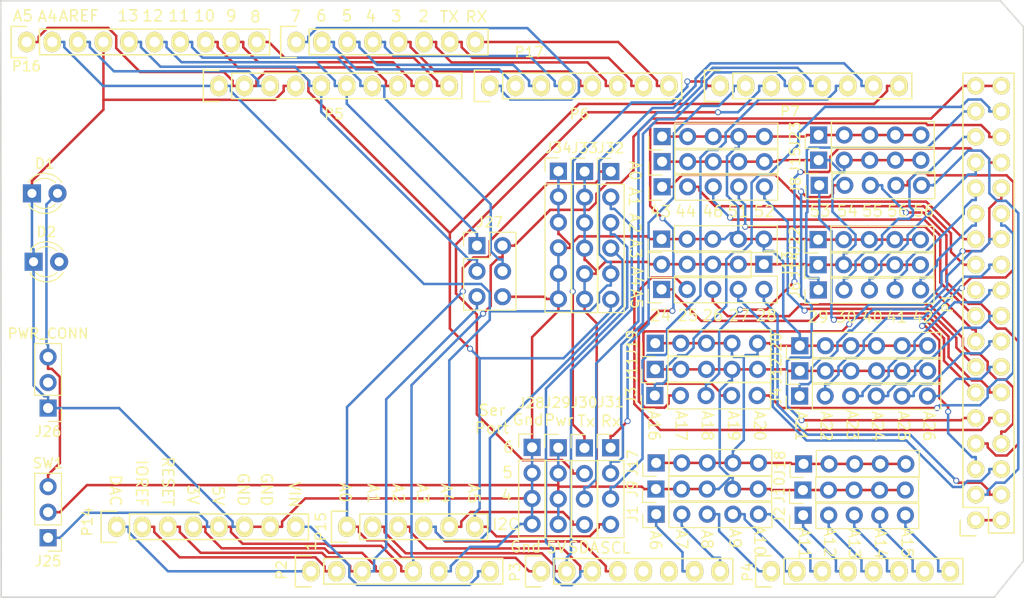
<source format=kicad_pcb>
(kicad_pcb (version 4) (host pcbnew 4.0.6)
  (title_block (date "mar. 31 mars 2015"))
  (layers (0 F.Cu signal) (31 B.Cu signal) (34 B.Paste user) (35 F.Paste user) (36 B.SilkS user) (37 F.SilkS user) (38 B.Mask user) (39 F.Mask user) (44 Edge.Cuts user))
  (net 0 "")
  (net 1 GND)
  (net 2 /46)
  (net 3 /44)
  (net 4 /45)
  (net 5 /42)
  (net 6 /43)
  (net 7 /40)
  (net 8 /41)
  (net 9 /30)
  (net 10 /28)
  (net 11 /29)
  (net 12 /26)
  (net 13 /27)
  (net 14 /24)
  (net 15 /25)
  (net 16 +5V)
  (net 17 /IOREF)
  (net 18 /Reset)
  (net 19 /Vin)
  (net 20 /A0)
  (net 21 /A1)
  (net 22 /A2)
  (net 23 /A3)
  (net 24 /A4)
  (net 25 /A5)
  (net 26 /A6)
  (net 27 /A7)
  (net 28 /A8)
  (net 29 /A9)
  (net 30 /A10)
  (net 31 /A11)
  (net 32 /A12)
  (net 33 /A13)
  (net 34 /A14)
  (net 35 /A15)
  (net 36 /AREF)
  (net 37 "/9(**)")
  (net 38 "/8(**)")
  (net 39 "/7(**)")
  (net 40 "/6(**)")
  (net 41 "/5(**)")
  (net 42 "/4(**)")
  (net 43 "/3(**)")
  (net 44 "/2(**)")
  (net 45 +3V3)
  (net 46 "/1(Tx0)")
  (net 47 "/0(Rx0)")
  (net 48 "Net-(P1-Pad1)")
  (net 49 "Net-(P14-Pad1)")
  (net 50 "/A4(SDA)")
  (net 51 "/A5(SCL)")
  (net 52 "/13(SCK)")
  (net 53 "/12(MISO)")
  (net 54 "/11(**/MOSI)")
  (net 55 "/10(**/SS)")
  (net 56 /A16)
  (net 57 /A17)
  (net 58 /A18)
  (net 59 /A19)
  (net 60 /A20)
  (net 61 /A21)
  (net 62 /A22)
  (net 63 /A24)
  (net 64 /A25)
  (net 65 /A26)
  (net 66 /51)
  (net 67 /52)
  (net 68 /53)
  (net 69 /54)
  (net 70 /55)
  (net 71 /56)
  (net 72 /57)
  (net 73 /A23)
  (net 74 "/48(TX6)")
  (net 75 "/47(RX6)")
  (net 76 "/A14(TX5)")
  (net 77 "/A15(RX5)")
  (net 78 "/A13(TX4)")
  (net 79 "/A12(RX4)")
  (net 80 "Net-(J26-Pad2)")
  (net 81 "Net-(P2-Pad7)")
  (net 82 "Net-(J10-Pad1)")
  (net 83 "Net-(D1-Pad2)")
  (net 84 "Net-(D2-Pad2)")
  (module Socket_Arduino_Mega:Socket_Strip_Arduino_2x18 (layer F.Cu) (at 197.358 114.046 90)
    (fp_text reference P1 (at 21.59 -2.794 90) (layer F.SilkS))
    (fp_text value Digital)
    (pad 1 thru_hole circle (at 0 0 90) (size 1.7272 1.7272) (drill 1.016) (layers *.Cu *.Mask F.SilkS) (net 48 "Net-(P1-Pad1)"))
    (pad 2 thru_hole oval (at 0 2.54 90) (size 1.7272 1.7272) (drill 1.016) (layers *.Cu *.Mask F.SilkS) (net 48 "Net-(P1-Pad1)"))
    (pad 3 thru_hole oval (at 2.54 0 90) (size 1.7272 1.7272) (drill 1.016) (layers *.Cu *.Mask F.SilkS) (net 72 /57))
    (pad 4 thru_hole oval (at 2.54 2.54 90) (size 1.7272 1.7272) (drill 1.016) (layers *.Cu *.Mask F.SilkS) (net 10 /28))
    (pad 5 thru_hole oval (at 5.08 0 90) (size 1.7272 1.7272) (drill 1.016) (layers *.Cu *.Mask F.SilkS) (net 71 /56))
    (pad 6 thru_hole oval (at 5.08 2.54 90) (size 1.7272 1.7272) (drill 1.016) (layers *.Cu *.Mask F.SilkS) (net 13 /27))
    (pad 7 thru_hole oval (at 7.62 0 90) (size 1.7272 1.7272) (drill 1.016) (layers *.Cu *.Mask F.SilkS) (net 70 /55))
    (pad 8 thru_hole oval (at 7.62 2.54 90) (size 1.7272 1.7272) (drill 1.016) (layers *.Cu *.Mask F.SilkS) (net 12 /26))
    (pad 9 thru_hole oval (at 10.16 0 90) (size 1.7272 1.7272) (drill 1.016) (layers *.Cu *.Mask F.SilkS) (net 69 /54))
    (pad 10 thru_hole oval (at 10.16 2.54 90) (size 1.7272 1.7272) (drill 1.016) (layers *.Cu *.Mask F.SilkS) (net 15 /25))
    (pad 11 thru_hole oval (at 12.7 0 90) (size 1.7272 1.7272) (drill 1.016) (layers *.Cu *.Mask F.SilkS) (net 68 /53))
    (pad 12 thru_hole oval (at 12.7 2.54 90) (size 1.7272 1.7272) (drill 1.016) (layers *.Cu *.Mask F.SilkS) (net 14 /24))
    (pad 13 thru_hole oval (at 15.24 0 90) (size 1.7272 1.7272) (drill 1.016) (layers *.Cu *.Mask F.SilkS) (net 67 /52))
    (pad 14 thru_hole oval (at 15.24 2.54 90) (size 1.7272 1.7272) (drill 1.016) (layers *.Cu *.Mask F.SilkS) (net 65 /A26))
    (pad 15 thru_hole oval (at 17.78 0 90) (size 1.7272 1.7272) (drill 1.016) (layers *.Cu *.Mask F.SilkS) (net 66 /51))
    (pad 16 thru_hole oval (at 17.78 2.54 90) (size 1.7272 1.7272) (drill 1.016) (layers *.Cu *.Mask F.SilkS) (net 64 /A25))
    (pad 17 thru_hole oval (at 20.32 0 90) (size 1.7272 1.7272) (drill 1.016) (layers *.Cu *.Mask F.SilkS) (net 2 /46))
    (pad 18 thru_hole oval (at 20.32 2.54 90) (size 1.7272 1.7272) (drill 1.016) (layers *.Cu *.Mask F.SilkS) (net 63 /A24))
    (pad 19 thru_hole oval (at 22.86 0 90) (size 1.7272 1.7272) (drill 1.016) (layers *.Cu *.Mask F.SilkS) (net 4 /45))
    (pad 20 thru_hole oval (at 22.86 2.54 90) (size 1.7272 1.7272) (drill 1.016) (layers *.Cu *.Mask F.SilkS) (net 73 /A23))
    (pad 21 thru_hole oval (at 25.4 0 90) (size 1.7272 1.7272) (drill 1.016) (layers *.Cu *.Mask F.SilkS) (net 3 /44))
    (pad 22 thru_hole oval (at 25.4 2.54 90) (size 1.7272 1.7272) (drill 1.016) (layers *.Cu *.Mask F.SilkS) (net 62 /A22))
    (pad 23 thru_hole oval (at 27.94 0 90) (size 1.7272 1.7272) (drill 1.016) (layers *.Cu *.Mask F.SilkS) (net 6 /43))
    (pad 24 thru_hole oval (at 27.94 2.54 90) (size 1.7272 1.7272) (drill 1.016) (layers *.Cu *.Mask F.SilkS) (net 61 /A21))
    (pad 25 thru_hole oval (at 30.48 0 90) (size 1.7272 1.7272) (drill 1.016) (layers *.Cu *.Mask F.SilkS) (net 5 /42))
    (pad 26 thru_hole oval (at 30.48 2.54 90) (size 1.7272 1.7272) (drill 1.016) (layers *.Cu *.Mask F.SilkS) (net 60 /A20))
    (pad 27 thru_hole oval (at 33.02 0 90) (size 1.7272 1.7272) (drill 1.016) (layers *.Cu *.Mask F.SilkS) (net 8 /41))
    (pad 28 thru_hole oval (at 33.02 2.54 90) (size 1.7272 1.7272) (drill 1.016) (layers *.Cu *.Mask F.SilkS) (net 59 /A19))
    (pad 29 thru_hole oval (at 35.56 0 90) (size 1.7272 1.7272) (drill 1.016) (layers *.Cu *.Mask F.SilkS) (net 7 /40))
    (pad 30 thru_hole oval (at 35.56 2.54 90) (size 1.7272 1.7272) (drill 1.016) (layers *.Cu *.Mask F.SilkS) (net 58 /A18))
    (pad 31 thru_hole oval (at 38.1 0 90) (size 1.7272 1.7272) (drill 1.016) (layers *.Cu *.Mask F.SilkS) (net 9 /30))
    (pad 32 thru_hole oval (at 38.1 2.54 90) (size 1.7272 1.7272) (drill 1.016) (layers *.Cu *.Mask F.SilkS) (net 57 /A17))
    (pad 33 thru_hole oval (at 40.64 0 90) (size 1.7272 1.7272) (drill 1.016) (layers *.Cu *.Mask F.SilkS) (net 11 /29))
    (pad 34 thru_hole oval (at 40.64 2.54 90) (size 1.7272 1.7272) (drill 1.016) (layers *.Cu *.Mask F.SilkS) (net 56 /A16))
    (pad 35 thru_hole oval (at 43.18 0 90) (size 1.7272 1.7272) (drill 1.016) (layers *.Cu *.Mask F.SilkS) (net 16 +5V))
    (pad 36 thru_hole oval (at 43.18 2.54 90) (size 1.7272 1.7272) (drill 1.016) (layers *.Cu *.Mask F.SilkS) (net 16 +5V))
  )
  (module Socket_Arduino_Mega:Socket_Strip_Arduino_1x08 (layer F.Cu) (at 131.318 119.126)
    (fp_text reference P2 (at -2.918 -0.126 90) (layer F.SilkS))
    (fp_text value Power)
    (pad 1 thru_hole oval (at 0 0) (size 1.7272 2.032) (drill 1.016) (layers *.Cu *.Mask F.SilkS) (net 49 "Net-(P14-Pad1)"))
    (pad 2 thru_hole oval (at 2.54 0) (size 1.7272 2.032) (drill 1.016) (layers *.Cu *.Mask F.SilkS) (net 17 /IOREF))
    (pad 3 thru_hole oval (at 5.08 0) (size 1.7272 2.032) (drill 1.016) (layers *.Cu *.Mask F.SilkS) (net 18 /Reset))
    (pad 4 thru_hole oval (at 7.62 0) (size 1.7272 2.032) (drill 1.016) (layers *.Cu *.Mask F.SilkS) (net 45 +3V3))
    (pad 5 thru_hole oval (at 10.16 0) (size 1.7272 2.032) (drill 1.016) (layers *.Cu *.Mask F.SilkS) (net 16 +5V))
    (pad 6 thru_hole oval (at 12.7 0) (size 1.7272 2.032) (drill 1.016) (layers *.Cu *.Mask F.SilkS) (net 1 GND))
    (pad 7 thru_hole oval (at 15.24 0) (size 1.7272 2.032) (drill 1.016) (layers *.Cu *.Mask F.SilkS) (net 81 "Net-(P2-Pad7)"))
    (pad 8 thru_hole oval (at 17.78 0) (size 1.7272 2.032) (drill 1.016) (layers *.Cu *.Mask F.SilkS) (net 19 /Vin))
  )
  (module Socket_Arduino_Mega:Socket_Strip_Arduino_1x08 (layer F.Cu) (at 154.178 119.126)
    (fp_text reference P3 (at -2.578 0.074 90) (layer F.SilkS))
    (fp_text value Analog)
    (pad 1 thru_hole oval (at 0 0) (size 1.7272 2.032) (drill 1.016) (layers *.Cu *.Mask F.SilkS) (net 20 /A0))
    (pad 2 thru_hole oval (at 2.54 0) (size 1.7272 2.032) (drill 1.016) (layers *.Cu *.Mask F.SilkS) (net 21 /A1))
    (pad 3 thru_hole oval (at 5.08 0) (size 1.7272 2.032) (drill 1.016) (layers *.Cu *.Mask F.SilkS) (net 22 /A2))
    (pad 4 thru_hole oval (at 7.62 0) (size 1.7272 2.032) (drill 1.016) (layers *.Cu *.Mask F.SilkS) (net 23 /A3))
    (pad 5 thru_hole oval (at 10.16 0) (size 1.7272 2.032) (drill 1.016) (layers *.Cu *.Mask F.SilkS) (net 24 /A4))
    (pad 6 thru_hole oval (at 12.7 0) (size 1.7272 2.032) (drill 1.016) (layers *.Cu *.Mask F.SilkS) (net 25 /A5))
    (pad 7 thru_hole oval (at 15.24 0) (size 1.7272 2.032) (drill 1.016) (layers *.Cu *.Mask F.SilkS) (net 26 /A6))
    (pad 8 thru_hole oval (at 17.78 0) (size 1.7272 2.032) (drill 1.016) (layers *.Cu *.Mask F.SilkS) (net 27 /A7))
  )
  (module Socket_Arduino_Mega:Socket_Strip_Arduino_1x08 (layer F.Cu) (at 177.038 119.126)
    (fp_text reference P4 (at -2.338 0.074 90) (layer F.SilkS))
    (fp_text value Analog)
    (pad 1 thru_hole oval (at 0 0) (size 1.7272 2.032) (drill 1.016) (layers *.Cu *.Mask F.SilkS) (net 28 /A8))
    (pad 2 thru_hole oval (at 2.54 0) (size 1.7272 2.032) (drill 1.016) (layers *.Cu *.Mask F.SilkS) (net 29 /A9))
    (pad 3 thru_hole oval (at 5.08 0) (size 1.7272 2.032) (drill 1.016) (layers *.Cu *.Mask F.SilkS) (net 30 /A10))
    (pad 4 thru_hole oval (at 7.62 0) (size 1.7272 2.032) (drill 1.016) (layers *.Cu *.Mask F.SilkS) (net 31 /A11))
    (pad 5 thru_hole oval (at 10.16 0) (size 1.7272 2.032) (drill 1.016) (layers *.Cu *.Mask F.SilkS) (net 32 /A12))
    (pad 6 thru_hole oval (at 12.7 0) (size 1.7272 2.032) (drill 1.016) (layers *.Cu *.Mask F.SilkS) (net 33 /A13))
    (pad 7 thru_hole oval (at 15.24 0) (size 1.7272 2.032) (drill 1.016) (layers *.Cu *.Mask F.SilkS) (net 34 /A14))
    (pad 8 thru_hole oval (at 17.78 0) (size 1.7272 2.032) (drill 1.016) (layers *.Cu *.Mask F.SilkS) (net 35 /A15))
  )
  (module Socket_Arduino_Mega:Socket_Strip_Arduino_1x10 (layer F.Cu) (at 122.174 70.866)
    (fp_text reference P5 (at 11.43 2.794) (layer F.SilkS))
    (fp_text value PWM)
    (pad 1 thru_hole oval (at 0 0) (size 1.7272 2.032) (drill 1.016) (layers *.Cu *.Mask F.SilkS) (net 50 "/A4(SDA)"))
    (pad 2 thru_hole oval (at 2.54 0) (size 1.7272 2.032) (drill 1.016) (layers *.Cu *.Mask F.SilkS) (net 51 "/A5(SCL)"))
    (pad 3 thru_hole oval (at 5.08 0) (size 1.7272 2.032) (drill 1.016) (layers *.Cu *.Mask F.SilkS) (net 36 /AREF))
    (pad 4 thru_hole oval (at 7.62 0) (size 1.7272 2.032) (drill 1.016) (layers *.Cu *.Mask F.SilkS) (net 1 GND))
    (pad 5 thru_hole oval (at 10.16 0) (size 1.7272 2.032) (drill 1.016) (layers *.Cu *.Mask F.SilkS) (net 52 "/13(SCK)"))
    (pad 6 thru_hole oval (at 12.7 0) (size 1.7272 2.032) (drill 1.016) (layers *.Cu *.Mask F.SilkS) (net 53 "/12(MISO)"))
    (pad 7 thru_hole oval (at 15.24 0) (size 1.7272 2.032) (drill 1.016) (layers *.Cu *.Mask F.SilkS) (net 54 "/11(**/MOSI)"))
    (pad 8 thru_hole oval (at 17.78 0) (size 1.7272 2.032) (drill 1.016) (layers *.Cu *.Mask F.SilkS) (net 55 "/10(**/SS)"))
    (pad 9 thru_hole oval (at 20.32 0) (size 1.7272 2.032) (drill 1.016) (layers *.Cu *.Mask F.SilkS) (net 37 "/9(**)"))
    (pad 10 thru_hole oval (at 22.86 0) (size 1.7272 2.032) (drill 1.016) (layers *.Cu *.Mask F.SilkS) (net 38 "/8(**)"))
  )
  (module Socket_Arduino_Mega:Socket_Strip_Arduino_1x08 (layer F.Cu) (at 149.098 70.866)
    (fp_text reference P6 (at 8.89 2.794) (layer F.SilkS))
    (fp_text value PWM)
    (pad 1 thru_hole oval (at 0 0) (size 1.7272 2.032) (drill 1.016) (layers *.Cu *.Mask F.SilkS) (net 39 "/7(**)"))
    (pad 2 thru_hole oval (at 2.54 0) (size 1.7272 2.032) (drill 1.016) (layers *.Cu *.Mask F.SilkS) (net 40 "/6(**)"))
    (pad 3 thru_hole oval (at 5.08 0) (size 1.7272 2.032) (drill 1.016) (layers *.Cu *.Mask F.SilkS) (net 41 "/5(**)"))
    (pad 4 thru_hole oval (at 7.62 0) (size 1.7272 2.032) (drill 1.016) (layers *.Cu *.Mask F.SilkS) (net 42 "/4(**)"))
    (pad 5 thru_hole oval (at 10.16 0) (size 1.7272 2.032) (drill 1.016) (layers *.Cu *.Mask F.SilkS) (net 43 "/3(**)"))
    (pad 6 thru_hole oval (at 12.7 0) (size 1.7272 2.032) (drill 1.016) (layers *.Cu *.Mask F.SilkS) (net 44 "/2(**)"))
    (pad 7 thru_hole oval (at 15.24 0) (size 1.7272 2.032) (drill 1.016) (layers *.Cu *.Mask F.SilkS) (net 46 "/1(Tx0)"))
    (pad 8 thru_hole oval (at 17.78 0) (size 1.7272 2.032) (drill 1.016) (layers *.Cu *.Mask F.SilkS) (net 47 "/0(Rx0)"))
  )
  (module Socket_Arduino_Mega:Socket_Strip_Arduino_1x08 (layer F.Cu) (at 171.958 70.866)
    (fp_text reference P7 (at 6.942 2.534) (layer F.SilkS))
    (fp_text value Communication)
    (pad 1 thru_hole oval (at 0 0) (size 1.7272 2.032) (drill 1.016) (layers *.Cu *.Mask F.SilkS) (net 74 "/48(TX6)"))
    (pad 2 thru_hole oval (at 2.54 0) (size 1.7272 2.032) (drill 1.016) (layers *.Cu *.Mask F.SilkS) (net 75 "/47(RX6)"))
    (pad 3 thru_hole oval (at 5.08 0) (size 1.7272 2.032) (drill 1.016) (layers *.Cu *.Mask F.SilkS) (net 76 "/A14(TX5)"))
    (pad 4 thru_hole oval (at 7.62 0) (size 1.7272 2.032) (drill 1.016) (layers *.Cu *.Mask F.SilkS) (net 77 "/A15(RX5)"))
    (pad 5 thru_hole oval (at 10.16 0) (size 1.7272 2.032) (drill 1.016) (layers *.Cu *.Mask F.SilkS) (net 78 "/A13(TX4)"))
    (pad 6 thru_hole oval (at 12.7 0) (size 1.7272 2.032) (drill 1.016) (layers *.Cu *.Mask F.SilkS) (net 79 "/A12(RX4)"))
    (pad 7 thru_hole oval (at 15.24 0) (size 1.7272 2.032) (drill 1.016) (layers *.Cu *.Mask F.SilkS) (net 50 "/A4(SDA)"))
    (pad 8 thru_hole oval (at 17.78 0) (size 1.7272 2.032) (drill 1.016) (layers *.Cu *.Mask F.SilkS) (net 51 "/A5(SCL)"))
  )
  (module Socket_Arduino_Uno:Socket_Strip_Arduino_1x08 (layer F.Cu) (at 112.02 114.7)
    (fp_text reference P14 (at -2.92 -0.5 90) (layer F.SilkS))
    (fp_text value Power)
    (pad 1 thru_hole oval (at 0 0) (size 1.7272 2.032) (drill 1.016) (layers *.Cu *.Mask F.SilkS) (net 49 "Net-(P14-Pad1)"))
    (pad 2 thru_hole oval (at 2.54 0) (size 1.7272 2.032) (drill 1.016) (layers *.Cu *.Mask F.SilkS) (net 17 /IOREF))
    (pad 3 thru_hole oval (at 5.08 0) (size 1.7272 2.032) (drill 1.016) (layers *.Cu *.Mask F.SilkS) (net 18 /Reset))
    (pad 4 thru_hole oval (at 7.62 0) (size 1.7272 2.032) (drill 1.016) (layers *.Cu *.Mask F.SilkS) (net 45 +3V3))
    (pad 5 thru_hole oval (at 10.16 0) (size 1.7272 2.032) (drill 1.016) (layers *.Cu *.Mask F.SilkS) (net 16 +5V))
    (pad 6 thru_hole oval (at 12.7 0) (size 1.7272 2.032) (drill 1.016) (layers *.Cu *.Mask F.SilkS) (net 1 GND))
    (pad 7 thru_hole oval (at 15.24 0) (size 1.7272 2.032) (drill 1.016) (layers *.Cu *.Mask F.SilkS) (net 1 GND))
    (pad 8 thru_hole oval (at 17.78 0) (size 1.7272 2.032) (drill 1.016) (layers *.Cu *.Mask F.SilkS) (net 19 /Vin))
  )
  (module Socket_Arduino_Uno:Socket_Strip_Arduino_1x06 (layer F.Cu) (at 134.9 114.7)
    (fp_text reference P15 (at -2.6 0 90) (layer F.SilkS))
    (fp_text value Analog)
    (pad 1 thru_hole oval (at 0 0) (size 1.7272 2.032) (drill 1.016) (layers *.Cu *.Mask F.SilkS) (net 20 /A0))
    (pad 2 thru_hole oval (at 2.54 0) (size 1.7272 2.032) (drill 1.016) (layers *.Cu *.Mask F.SilkS) (net 21 /A1))
    (pad 3 thru_hole oval (at 5.08 0) (size 1.7272 2.032) (drill 1.016) (layers *.Cu *.Mask F.SilkS) (net 22 /A2))
    (pad 4 thru_hole oval (at 7.62 0) (size 1.7272 2.032) (drill 1.016) (layers *.Cu *.Mask F.SilkS) (net 23 /A3))
    (pad 5 thru_hole oval (at 10.16 0) (size 1.7272 2.032) (drill 1.016) (layers *.Cu *.Mask F.SilkS) (net 50 "/A4(SDA)"))
    (pad 6 thru_hole oval (at 12.7 0) (size 1.7272 2.032) (drill 1.016) (layers *.Cu *.Mask F.SilkS) (net 51 "/A5(SCL)"))
  )
  (module Socket_Arduino_Uno:Socket_Strip_Arduino_1x10 (layer F.Cu) (at 103.08 66.5)
    (fp_text reference P16 (at -0.03 2.4) (layer F.SilkS))
    (fp_text value Digital)
    (pad 1 thru_hole oval (at 0 0) (size 1.7272 2.032) (drill 1.016) (layers *.Cu *.Mask F.SilkS) (net 51 "/A5(SCL)"))
    (pad 2 thru_hole oval (at 2.54 0) (size 1.7272 2.032) (drill 1.016) (layers *.Cu *.Mask F.SilkS) (net 50 "/A4(SDA)"))
    (pad 3 thru_hole oval (at 5.08 0) (size 1.7272 2.032) (drill 1.016) (layers *.Cu *.Mask F.SilkS) (net 36 /AREF))
    (pad 4 thru_hole oval (at 7.62 0) (size 1.7272 2.032) (drill 1.016) (layers *.Cu *.Mask F.SilkS) (net 1 GND))
    (pad 5 thru_hole oval (at 10.16 0) (size 1.7272 2.032) (drill 1.016) (layers *.Cu *.Mask F.SilkS) (net 52 "/13(SCK)"))
    (pad 6 thru_hole oval (at 12.7 0) (size 1.7272 2.032) (drill 1.016) (layers *.Cu *.Mask F.SilkS) (net 53 "/12(MISO)"))
    (pad 7 thru_hole oval (at 15.24 0) (size 1.7272 2.032) (drill 1.016) (layers *.Cu *.Mask F.SilkS) (net 54 "/11(**/MOSI)"))
    (pad 8 thru_hole oval (at 17.78 0) (size 1.7272 2.032) (drill 1.016) (layers *.Cu *.Mask F.SilkS) (net 55 "/10(**/SS)"))
    (pad 9 thru_hole oval (at 20.32 0) (size 1.7272 2.032) (drill 1.016) (layers *.Cu *.Mask F.SilkS) (net 37 "/9(**)"))
    (pad 10 thru_hole oval (at 22.86 0) (size 1.7272 2.032) (drill 1.016) (layers *.Cu *.Mask F.SilkS) (net 38 "/8(**)"))
  )
  (module Socket_Arduino_Uno:Socket_Strip_Arduino_1x08 (layer F.Cu) (at 129.86 66.5)
    (fp_text reference P17 (at 23.14 1) (layer F.SilkS))
    (fp_text value Digital)
    (pad 1 thru_hole oval (at 0 0) (size 1.7272 2.032) (drill 1.016) (layers *.Cu *.Mask F.SilkS) (net 39 "/7(**)"))
    (pad 2 thru_hole oval (at 2.54 0) (size 1.7272 2.032) (drill 1.016) (layers *.Cu *.Mask F.SilkS) (net 40 "/6(**)"))
    (pad 3 thru_hole oval (at 5.08 0) (size 1.7272 2.032) (drill 1.016) (layers *.Cu *.Mask F.SilkS) (net 41 "/5(**)"))
    (pad 4 thru_hole oval (at 7.62 0) (size 1.7272 2.032) (drill 1.016) (layers *.Cu *.Mask F.SilkS) (net 42 "/4(**)"))
    (pad 5 thru_hole oval (at 10.16 0) (size 1.7272 2.032) (drill 1.016) (layers *.Cu *.Mask F.SilkS) (net 43 "/3(**)"))
    (pad 6 thru_hole oval (at 12.7 0) (size 1.7272 2.032) (drill 1.016) (layers *.Cu *.Mask F.SilkS) (net 44 "/2(**)"))
    (pad 7 thru_hole oval (at 15.24 0) (size 1.7272 2.032) (drill 1.016) (layers *.Cu *.Mask F.SilkS) (net 46 "/1(Tx0)"))
    (pad 8 thru_hole oval (at 17.78 0) (size 1.7272 2.032) (drill 1.016) (layers *.Cu *.Mask F.SilkS) (net 47 "/0(Rx0)"))
  )
  (module Pin_Headers:Pin_Header_Straight_1x05_Pitch2.54mm (layer F.Cu) (at 165.61 113.45 90)
    (fp_text reference J1 (at 0 -2.33 90) (layer F.SilkS))
    (fp_text value CONN_01X05)
    (pad 1 thru_hole rect (at 0 0 90) (size 1.7 1.7) (drill 1) (layers *.Cu *.Mask) (net 26 /A6))
    (pad 2 thru_hole oval (at 0 2.54 90) (size 1.7 1.7) (drill 1) (layers *.Cu *.Mask) (net 27 /A7))
    (pad 3 thru_hole oval (at 0 5.08 90) (size 1.7 1.7) (drill 1) (layers *.Cu *.Mask) (net 28 /A8))
    (pad 4 thru_hole oval (at 0 7.62 90) (size 1.7 1.7) (drill 1) (layers *.Cu *.Mask) (net 29 /A9))
    (pad 5 thru_hole oval (at 0 10.16 90) (size 1.7 1.7) (drill 1) (layers *.Cu *.Mask) (net 30 /A10))
  )
  (module Pin_Headers:Pin_Header_Straight_1x05_Pitch2.54mm (layer F.Cu) (at 180.21 113.55 90)
    (fp_text reference J2 (at 0 -2.33 90) (layer F.SilkS))
    (fp_text value CONN_01X05)
    (pad 1 thru_hole rect (at 0 0 90) (size 1.7 1.7) (drill 1) (layers *.Cu *.Mask) (net 31 /A11))
    (pad 2 thru_hole oval (at 0 2.54 90) (size 1.7 1.7) (drill 1) (layers *.Cu *.Mask) (net 32 /A12))
    (pad 3 thru_hole oval (at 0 5.08 90) (size 1.7 1.7) (drill 1) (layers *.Cu *.Mask) (net 33 /A13))
    (pad 4 thru_hole oval (at 0 7.62 90) (size 1.7 1.7) (drill 1) (layers *.Cu *.Mask) (net 34 /A14))
    (pad 5 thru_hole oval (at 0 10.16 90) (size 1.7 1.7) (drill 1) (layers *.Cu *.Mask) (net 35 /A15))
  )
  (module Pin_Headers:Pin_Header_Straight_1x05_Pitch2.54mm (layer F.Cu) (at 165.48 101.65 90)
    (fp_text reference J3 (at 0 -2.33 90) (layer F.SilkS))
    (fp_text value CONN_01X05)
    (pad 1 thru_hole rect (at 0 0 90) (size 1.7 1.7) (drill 1) (layers *.Cu *.Mask) (net 56 /A16))
    (pad 2 thru_hole oval (at 0 2.54 90) (size 1.7 1.7) (drill 1) (layers *.Cu *.Mask) (net 57 /A17))
    (pad 3 thru_hole oval (at 0 5.08 90) (size 1.7 1.7) (drill 1) (layers *.Cu *.Mask) (net 58 /A18))
    (pad 4 thru_hole oval (at 0 7.62 90) (size 1.7 1.7) (drill 1) (layers *.Cu *.Mask) (net 59 /A19))
    (pad 5 thru_hole oval (at 0 10.16 90) (size 1.7 1.7) (drill 1) (layers *.Cu *.Mask) (net 60 /A20))
  )
  (module Pin_Headers:Pin_Header_Straight_1x06_Pitch2.54mm (layer F.Cu) (at 179.86 101.7 90)
    (fp_text reference J4 (at 0 -2.33 90) (layer F.SilkS))
    (fp_text value CONN_01X06)
    (pad 1 thru_hole rect (at 0 0 90) (size 1.7 1.7) (drill 1) (layers *.Cu *.Mask) (net 61 /A21))
    (pad 2 thru_hole oval (at 0 2.54 90) (size 1.7 1.7) (drill 1) (layers *.Cu *.Mask) (net 62 /A22))
    (pad 3 thru_hole oval (at 0 5.08 90) (size 1.7 1.7) (drill 1) (layers *.Cu *.Mask) (net 73 /A23))
    (pad 4 thru_hole oval (at 0 7.62 90) (size 1.7 1.7) (drill 1) (layers *.Cu *.Mask) (net 63 /A24))
    (pad 5 thru_hole oval (at 0 10.16 90) (size 1.7 1.7) (drill 1) (layers *.Cu *.Mask) (net 64 /A25))
    (pad 6 thru_hole oval (at 0 12.7 90) (size 1.7 1.7) (drill 1) (layers *.Cu *.Mask) (net 65 /A26))
  )
  (module Pin_Headers:Pin_Header_Straight_1x05_Pitch2.54mm (layer F.Cu) (at 166.15 91.1 90)
    (fp_text reference J5 hide)
    (fp_text value CONN_01X05)
    (pad 1 thru_hole rect (at 0 0 90) (size 1.7 1.7) (drill 1) (layers *.Cu *.Mask) (net 14 /24))
    (pad 2 thru_hole oval (at 0 2.54 90) (size 1.7 1.7) (drill 1) (layers *.Cu *.Mask) (net 15 /25))
    (pad 3 thru_hole oval (at 0 5.08 90) (size 1.7 1.7) (drill 1) (layers *.Cu *.Mask) (net 12 /26))
    (pad 4 thru_hole oval (at 0 7.62 90) (size 1.7 1.7) (drill 1) (layers *.Cu *.Mask) (net 13 /27))
    (pad 5 thru_hole oval (at 0 10.16 90) (size 1.7 1.7) (drill 1) (layers *.Cu *.Mask) (net 10 /28))
  )
  (module Pin_Headers:Pin_Header_Straight_1x05_Pitch2.54mm (layer F.Cu) (at 181.72 91.15 90)
    (fp_text reference J6 (at 0 -2.33 90) (layer F.SilkS))
    (fp_text value CONN_01X05)
    (pad 1 thru_hole rect (at 0 0 90) (size 1.7 1.7) (drill 1) (layers *.Cu *.Mask) (net 11 /29))
    (pad 2 thru_hole oval (at 0 2.54 90) (size 1.7 1.7) (drill 1) (layers *.Cu *.Mask) (net 9 /30))
    (pad 3 thru_hole oval (at 0 5.08 90) (size 1.7 1.7) (drill 1) (layers *.Cu *.Mask) (net 7 /40))
    (pad 4 thru_hole oval (at 0 7.62 90) (size 1.7 1.7) (drill 1) (layers *.Cu *.Mask) (net 8 /41))
    (pad 5 thru_hole oval (at 0 10.16 90) (size 1.7 1.7) (drill 1) (layers *.Cu *.Mask) (net 5 /42))
  )
  (module Pin_Headers:Pin_Header_Straight_1x05_Pitch2.54mm (layer F.Cu) (at 166.2 80.9 90)
    (fp_text reference J7 hide)
    (fp_text value CONN_01X05)
    (pad 1 thru_hole rect (at 0 0 90) (size 1.7 1.7) (drill 1) (layers *.Cu *.Mask) (net 6 /43))
    (pad 2 thru_hole oval (at 0 2.54 90) (size 1.7 1.7) (drill 1) (layers *.Cu *.Mask) (net 3 /44))
    (pad 3 thru_hole oval (at 0 5.08 90) (size 1.7 1.7) (drill 1) (layers *.Cu *.Mask) (net 2 /46))
    (pad 4 thru_hole oval (at 0 7.62 90) (size 1.7 1.7) (drill 1) (layers *.Cu *.Mask) (net 66 /51))
    (pad 5 thru_hole oval (at 0 10.16 90) (size 1.7 1.7) (drill 1) (layers *.Cu *.Mask) (net 67 /52))
  )
  (module Pin_Headers:Pin_Header_Straight_1x05_Pitch2.54mm (layer F.Cu) (at 181.81 80.75 90)
    (fp_text reference J8 (at 0 -2.33 90) (layer F.SilkS))
    (fp_text value CONN_01X05)
    (pad 1 thru_hole rect (at 0 0 90) (size 1.7 1.7) (drill 1) (layers *.Cu *.Mask) (net 68 /53))
    (pad 2 thru_hole oval (at 0 2.54 90) (size 1.7 1.7) (drill 1) (layers *.Cu *.Mask) (net 69 /54))
    (pad 3 thru_hole oval (at 0 5.08 90) (size 1.7 1.7) (drill 1) (layers *.Cu *.Mask) (net 70 /55))
    (pad 4 thru_hole oval (at 0 7.62 90) (size 1.7 1.7) (drill 1) (layers *.Cu *.Mask) (net 71 /56))
    (pad 5 thru_hole oval (at 0 10.16 90) (size 1.7 1.7) (drill 1) (layers *.Cu *.Mask) (net 72 /57))
  )
  (module Pin_Headers:Pin_Header_Straight_1x05_Pitch2.54mm (layer F.Cu) (at 165.59 110.95 90)
    (fp_text reference J9 (at 0 -2.33 90) (layer F.SilkS))
    (fp_text value CONN_01X05)
    (pad 1 thru_hole rect (at 0 0 90) (size 1.7 1.7) (drill 1) (layers *.Cu *.Mask) (net 82 "Net-(J10-Pad1)"))
    (pad 2 thru_hole oval (at 0 2.54 90) (size 1.7 1.7) (drill 1) (layers *.Cu *.Mask) (net 82 "Net-(J10-Pad1)"))
    (pad 3 thru_hole oval (at 0 5.08 90) (size 1.7 1.7) (drill 1) (layers *.Cu *.Mask) (net 82 "Net-(J10-Pad1)"))
    (pad 4 thru_hole oval (at 0 7.62 90) (size 1.7 1.7) (drill 1) (layers *.Cu *.Mask) (net 82 "Net-(J10-Pad1)"))
    (pad 5 thru_hole oval (at 0 10.16 90) (size 1.7 1.7) (drill 1) (layers *.Cu *.Mask) (net 82 "Net-(J10-Pad1)"))
  )
  (module Pin_Headers:Pin_Header_Straight_1x05_Pitch2.54mm (layer F.Cu) (at 180.19 111.05 90)
    (fp_text reference J10 (at 0 -2.33 90) (layer F.SilkS))
    (fp_text value CONN_01X05)
    (pad 1 thru_hole rect (at 0 0 90) (size 1.7 1.7) (drill 1) (layers *.Cu *.Mask) (net 82 "Net-(J10-Pad1)"))
    (pad 2 thru_hole oval (at 0 2.54 90) (size 1.7 1.7) (drill 1) (layers *.Cu *.Mask) (net 82 "Net-(J10-Pad1)"))
    (pad 3 thru_hole oval (at 0 5.08 90) (size 1.7 1.7) (drill 1) (layers *.Cu *.Mask) (net 82 "Net-(J10-Pad1)"))
    (pad 4 thru_hole oval (at 0 7.62 90) (size 1.7 1.7) (drill 1) (layers *.Cu *.Mask) (net 82 "Net-(J10-Pad1)"))
    (pad 5 thru_hole oval (at 0 10.16 90) (size 1.7 1.7) (drill 1) (layers *.Cu *.Mask) (net 82 "Net-(J10-Pad1)"))
  )
  (module Pin_Headers:Pin_Header_Straight_1x05_Pitch2.54mm (layer F.Cu) (at 165.52 99.05 90)
    (fp_text reference J11 (at 0 -2.33 90) (layer F.SilkS))
    (fp_text value CONN_01X05)
    (pad 1 thru_hole rect (at 0 0 90) (size 1.7 1.7) (drill 1) (layers *.Cu *.Mask) (net 82 "Net-(J10-Pad1)"))
    (pad 2 thru_hole oval (at 0 2.54 90) (size 1.7 1.7) (drill 1) (layers *.Cu *.Mask) (net 82 "Net-(J10-Pad1)"))
    (pad 3 thru_hole oval (at 0 5.08 90) (size 1.7 1.7) (drill 1) (layers *.Cu *.Mask) (net 82 "Net-(J10-Pad1)"))
    (pad 4 thru_hole oval (at 0 7.62 90) (size 1.7 1.7) (drill 1) (layers *.Cu *.Mask) (net 82 "Net-(J10-Pad1)"))
    (pad 5 thru_hole oval (at 0 10.16 90) (size 1.7 1.7) (drill 1) (layers *.Cu *.Mask) (net 82 "Net-(J10-Pad1)"))
  )
  (module Pin_Headers:Pin_Header_Straight_1x06_Pitch2.54mm (layer F.Cu) (at 179.88 99.2 90)
    (fp_text reference J12 (at 0 -2.33 90) (layer F.SilkS))
    (fp_text value CONN_01X06)
    (pad 1 thru_hole rect (at 0 0 90) (size 1.7 1.7) (drill 1) (layers *.Cu *.Mask) (net 82 "Net-(J10-Pad1)"))
    (pad 2 thru_hole oval (at 0 2.54 90) (size 1.7 1.7) (drill 1) (layers *.Cu *.Mask) (net 82 "Net-(J10-Pad1)"))
    (pad 3 thru_hole oval (at 0 5.08 90) (size 1.7 1.7) (drill 1) (layers *.Cu *.Mask) (net 82 "Net-(J10-Pad1)"))
    (pad 4 thru_hole oval (at 0 7.62 90) (size 1.7 1.7) (drill 1) (layers *.Cu *.Mask) (net 82 "Net-(J10-Pad1)"))
    (pad 5 thru_hole oval (at 0 10.16 90) (size 1.7 1.7) (drill 1) (layers *.Cu *.Mask) (net 82 "Net-(J10-Pad1)"))
    (pad 6 thru_hole oval (at 0 12.7 90) (size 1.7 1.7) (drill 1) (layers *.Cu *.Mask) (net 82 "Net-(J10-Pad1)"))
  )
  (module Pin_Headers:Pin_Header_Straight_1x05_Pitch2.54mm (layer F.Cu) (at 176.31 88.6 270)
    (fp_text reference J13 (at 0 -2.33 270) (layer F.SilkS))
    (fp_text value CONN_01X05)
    (pad 1 thru_hole rect (at 0 0 270) (size 1.7 1.7) (drill 1) (layers *.Cu *.Mask) (net 82 "Net-(J10-Pad1)"))
    (pad 2 thru_hole oval (at 0 2.54 270) (size 1.7 1.7) (drill 1) (layers *.Cu *.Mask) (net 82 "Net-(J10-Pad1)"))
    (pad 3 thru_hole oval (at 0 5.08 270) (size 1.7 1.7) (drill 1) (layers *.Cu *.Mask) (net 82 "Net-(J10-Pad1)"))
    (pad 4 thru_hole oval (at 0 7.62 270) (size 1.7 1.7) (drill 1) (layers *.Cu *.Mask) (net 82 "Net-(J10-Pad1)"))
    (pad 5 thru_hole oval (at 0 10.16 270) (size 1.7 1.7) (drill 1) (layers *.Cu *.Mask) (net 82 "Net-(J10-Pad1)"))
  )
  (module Pin_Headers:Pin_Header_Straight_1x05_Pitch2.54mm (layer F.Cu) (at 181.7 88.65 90)
    (fp_text reference J14 (at 0 -2.33 90) (layer F.SilkS))
    (fp_text value CONN_01X05)
    (pad 1 thru_hole rect (at 0 0 90) (size 1.7 1.7) (drill 1) (layers *.Cu *.Mask) (net 82 "Net-(J10-Pad1)"))
    (pad 2 thru_hole oval (at 0 2.54 90) (size 1.7 1.7) (drill 1) (layers *.Cu *.Mask) (net 82 "Net-(J10-Pad1)"))
    (pad 3 thru_hole oval (at 0 5.08 90) (size 1.7 1.7) (drill 1) (layers *.Cu *.Mask) (net 82 "Net-(J10-Pad1)"))
    (pad 4 thru_hole oval (at 0 7.62 90) (size 1.7 1.7) (drill 1) (layers *.Cu *.Mask) (net 82 "Net-(J10-Pad1)"))
    (pad 5 thru_hole oval (at 0 10.16 90) (size 1.7 1.7) (drill 1) (layers *.Cu *.Mask) (net 82 "Net-(J10-Pad1)"))
  )
  (module Pin_Headers:Pin_Header_Straight_1x05_Pitch2.54mm (layer F.Cu) (at 181.75 78.25 90)
    (fp_text reference J15 (at 0 -2.33 90) (layer F.SilkS))
    (fp_text value CONN_01X05)
    (pad 1 thru_hole rect (at 0 0 90) (size 1.7 1.7) (drill 1) (layers *.Cu *.Mask) (net 82 "Net-(J10-Pad1)"))
    (pad 2 thru_hole oval (at 0 2.54 90) (size 1.7 1.7) (drill 1) (layers *.Cu *.Mask) (net 82 "Net-(J10-Pad1)"))
    (pad 3 thru_hole oval (at 0 5.08 90) (size 1.7 1.7) (drill 1) (layers *.Cu *.Mask) (net 82 "Net-(J10-Pad1)"))
    (pad 4 thru_hole oval (at 0 7.62 90) (size 1.7 1.7) (drill 1) (layers *.Cu *.Mask) (net 82 "Net-(J10-Pad1)"))
    (pad 5 thru_hole oval (at 0 10.16 90) (size 1.7 1.7) (drill 1) (layers *.Cu *.Mask) (net 82 "Net-(J10-Pad1)"))
  )
  (module Pin_Headers:Pin_Header_Straight_1x05_Pitch2.54mm (layer F.Cu) (at 166.2 78.4 90)
    (fp_text reference J16 hide)
    (fp_text value CONN_01X05)
    (pad 1 thru_hole rect (at 0 0 90) (size 1.7 1.7) (drill 1) (layers *.Cu *.Mask) (net 82 "Net-(J10-Pad1)"))
    (pad 2 thru_hole oval (at 0 2.54 90) (size 1.7 1.7) (drill 1) (layers *.Cu *.Mask) (net 82 "Net-(J10-Pad1)"))
    (pad 3 thru_hole oval (at 0 5.08 90) (size 1.7 1.7) (drill 1) (layers *.Cu *.Mask) (net 82 "Net-(J10-Pad1)"))
    (pad 4 thru_hole oval (at 0 7.62 90) (size 1.7 1.7) (drill 1) (layers *.Cu *.Mask) (net 82 "Net-(J10-Pad1)"))
    (pad 5 thru_hole oval (at 0 10.16 90) (size 1.7 1.7) (drill 1) (layers *.Cu *.Mask) (net 82 "Net-(J10-Pad1)"))
  )
  (module Pin_Headers:Pin_Header_Straight_1x05_Pitch2.54mm (layer F.Cu) (at 165.61 108.35 90)
    (fp_text reference J17 (at 0 -2.33 90) (layer F.SilkS))
    (fp_text value CONN_01X05)
    (pad 1 thru_hole rect (at 0 0 90) (size 1.7 1.7) (drill 1) (layers *.Cu *.Mask) (net 1 GND))
    (pad 2 thru_hole oval (at 0 2.54 90) (size 1.7 1.7) (drill 1) (layers *.Cu *.Mask) (net 1 GND))
    (pad 3 thru_hole oval (at 0 5.08 90) (size 1.7 1.7) (drill 1) (layers *.Cu *.Mask) (net 1 GND))
    (pad 4 thru_hole oval (at 0 7.62 90) (size 1.7 1.7) (drill 1) (layers *.Cu *.Mask) (net 1 GND))
    (pad 5 thru_hole oval (at 0 10.16 90) (size 1.7 1.7) (drill 1) (layers *.Cu *.Mask) (net 1 GND))
  )
  (module Pin_Headers:Pin_Header_Straight_1x05_Pitch2.54mm (layer F.Cu) (at 180.25 108.45 90)
    (fp_text reference J18 (at 0 -2.33 90) (layer F.SilkS))
    (fp_text value CONN_01X05)
    (pad 1 thru_hole rect (at 0 0 90) (size 1.7 1.7) (drill 1) (layers *.Cu *.Mask) (net 1 GND))
    (pad 2 thru_hole oval (at 0 2.54 90) (size 1.7 1.7) (drill 1) (layers *.Cu *.Mask) (net 1 GND))
    (pad 3 thru_hole oval (at 0 5.08 90) (size 1.7 1.7) (drill 1) (layers *.Cu *.Mask) (net 1 GND))
    (pad 4 thru_hole oval (at 0 7.62 90) (size 1.7 1.7) (drill 1) (layers *.Cu *.Mask) (net 1 GND))
    (pad 5 thru_hole oval (at 0 10.16 90) (size 1.7 1.7) (drill 1) (layers *.Cu *.Mask) (net 1 GND))
  )
  (module Pin_Headers:Pin_Header_Straight_1x05_Pitch2.54mm (layer F.Cu) (at 165.52 96.45 90)
    (fp_text reference J19 (at 0 -2.33 90) (layer F.SilkS))
    (fp_text value CONN_01X05)
    (pad 1 thru_hole rect (at 0 0 90) (size 1.7 1.7) (drill 1) (layers *.Cu *.Mask) (net 1 GND))
    (pad 2 thru_hole oval (at 0 2.54 90) (size 1.7 1.7) (drill 1) (layers *.Cu *.Mask) (net 1 GND))
    (pad 3 thru_hole oval (at 0 5.08 90) (size 1.7 1.7) (drill 1) (layers *.Cu *.Mask) (net 1 GND))
    (pad 4 thru_hole oval (at 0 7.62 90) (size 1.7 1.7) (drill 1) (layers *.Cu *.Mask) (net 1 GND))
    (pad 5 thru_hole oval (at 0 10.16 90) (size 1.7 1.7) (drill 1) (layers *.Cu *.Mask) (net 1 GND))
  )
  (module Pin_Headers:Pin_Header_Straight_1x06_Pitch2.54mm (layer F.Cu) (at 179.88 96.7 90)
    (fp_text reference J20 (at 0 -2.33 90) (layer F.SilkS))
    (fp_text value CONN_01X06)
    (pad 1 thru_hole rect (at 0 0 90) (size 1.7 1.7) (drill 1) (layers *.Cu *.Mask) (net 1 GND))
    (pad 2 thru_hole oval (at 0 2.54 90) (size 1.7 1.7) (drill 1) (layers *.Cu *.Mask) (net 1 GND))
    (pad 3 thru_hole oval (at 0 5.08 90) (size 1.7 1.7) (drill 1) (layers *.Cu *.Mask) (net 1 GND))
    (pad 4 thru_hole oval (at 0 7.62 90) (size 1.7 1.7) (drill 1) (layers *.Cu *.Mask) (net 1 GND))
    (pad 5 thru_hole oval (at 0 10.16 90) (size 1.7 1.7) (drill 1) (layers *.Cu *.Mask) (net 1 GND))
    (pad 6 thru_hole oval (at 0 12.7 90) (size 1.7 1.7) (drill 1) (layers *.Cu *.Mask) (net 1 GND))
  )
  (module Pin_Headers:Pin_Header_Straight_1x05_Pitch2.54mm (layer F.Cu) (at 166.15 86.1 90)
    (fp_text reference J21 hide)
    (fp_text value CONN_01X05)
    (pad 1 thru_hole rect (at 0 0 90) (size 1.7 1.7) (drill 1) (layers *.Cu *.Mask) (net 1 GND))
    (pad 2 thru_hole oval (at 0 2.54 90) (size 1.7 1.7) (drill 1) (layers *.Cu *.Mask) (net 1 GND))
    (pad 3 thru_hole oval (at 0 5.08 90) (size 1.7 1.7) (drill 1) (layers *.Cu *.Mask) (net 1 GND))
    (pad 4 thru_hole oval (at 0 7.62 90) (size 1.7 1.7) (drill 1) (layers *.Cu *.Mask) (net 1 GND))
    (pad 5 thru_hole oval (at 0 10.16 90) (size 1.7 1.7) (drill 1) (layers *.Cu *.Mask) (net 1 GND))
  )
  (module Pin_Headers:Pin_Header_Straight_1x05_Pitch2.54mm (layer F.Cu) (at 181.7 86.15 90)
    (fp_text reference J22 (at 0 -2.33 90) (layer F.SilkS))
    (fp_text value CONN_01X05)
    (pad 1 thru_hole rect (at 0 0 90) (size 1.7 1.7) (drill 1) (layers *.Cu *.Mask) (net 1 GND))
    (pad 2 thru_hole oval (at 0 2.54 90) (size 1.7 1.7) (drill 1) (layers *.Cu *.Mask) (net 1 GND))
    (pad 3 thru_hole oval (at 0 5.08 90) (size 1.7 1.7) (drill 1) (layers *.Cu *.Mask) (net 1 GND))
    (pad 4 thru_hole oval (at 0 7.62 90) (size 1.7 1.7) (drill 1) (layers *.Cu *.Mask) (net 1 GND))
    (pad 5 thru_hole oval (at 0 10.16 90) (size 1.7 1.7) (drill 1) (layers *.Cu *.Mask) (net 1 GND))
  )
  (module Pin_Headers:Pin_Header_Straight_1x05_Pitch2.54mm (layer F.Cu) (at 181.75 75.75 90)
    (fp_text reference J23 (at 0 -2.33 90) (layer F.SilkS))
    (fp_text value CONN_01X05)
    (pad 1 thru_hole rect (at 0 0 90) (size 1.7 1.7) (drill 1) (layers *.Cu *.Mask) (net 1 GND))
    (pad 2 thru_hole oval (at 0 2.54 90) (size 1.7 1.7) (drill 1) (layers *.Cu *.Mask) (net 1 GND))
    (pad 3 thru_hole oval (at 0 5.08 90) (size 1.7 1.7) (drill 1) (layers *.Cu *.Mask) (net 1 GND))
    (pad 4 thru_hole oval (at 0 7.62 90) (size 1.7 1.7) (drill 1) (layers *.Cu *.Mask) (net 1 GND))
    (pad 5 thru_hole oval (at 0 10.16 90) (size 1.7 1.7) (drill 1) (layers *.Cu *.Mask) (net 1 GND))
  )
  (module Pin_Headers:Pin_Header_Straight_1x05_Pitch2.54mm (layer F.Cu) (at 166.2 75.9 90)
    (fp_text reference J24 hide)
    (fp_text value CONN_01X05)
    (pad 1 thru_hole rect (at 0 0 90) (size 1.7 1.7) (drill 1) (layers *.Cu *.Mask) (net 1 GND))
    (pad 2 thru_hole oval (at 0 2.54 90) (size 1.7 1.7) (drill 1) (layers *.Cu *.Mask) (net 1 GND))
    (pad 3 thru_hole oval (at 0 5.08 90) (size 1.7 1.7) (drill 1) (layers *.Cu *.Mask) (net 1 GND))
    (pad 4 thru_hole oval (at 0 7.62 90) (size 1.7 1.7) (drill 1) (layers *.Cu *.Mask) (net 1 GND))
    (pad 5 thru_hole oval (at 0 10.16 90) (size 1.7 1.7) (drill 1) (layers *.Cu *.Mask) (net 1 GND))
  )
  (module Pin_Headers:Pin_Header_Straight_1x03_Pitch2.54mm (layer F.Cu) (at 105.2 115.79 180)
    (fp_text reference J25 (at 0 -2.33 180) (layer F.SilkS))
    (fp_text value SW1 (at 0 7.41 180) (layer F.SilkS))
    (pad 1 thru_hole rect (at 0 0 180) (size 1.7 1.7) (drill 1) (layers *.Cu *.Mask) (net 16 +5V))
    (pad 2 thru_hole oval (at 0 2.54 180) (size 1.7 1.7) (drill 1) (layers *.Cu *.Mask) (net 82 "Net-(J10-Pad1)"))
    (pad 3 thru_hole oval (at 0 5.08 180) (size 1.7 1.7) (drill 1) (layers *.Cu *.Mask) (net 83 "Net-(D1-Pad2)"))
  )
  (module Pin_Headers:Pin_Header_Straight_1x03_Pitch2.54mm (layer F.Cu) (at 105.2 102.9 180)
    (fp_text reference J26 (at 0 -2.33 180) (layer F.SilkS))
    (fp_text value PWR_CONN (at 0 7.41 180) (layer F.SilkS))
    (pad 1 thru_hole rect (at 0 0 180) (size 1.7 1.7) (drill 1) (layers *.Cu *.Mask) (net 1 GND))
    (pad 2 thru_hole oval (at 0 2.54 180) (size 1.7 1.7) (drill 1) (layers *.Cu *.Mask) (net 80 "Net-(J26-Pad2)"))
    (pad 3 thru_hole oval (at 0 5.08 180) (size 1.7 1.7) (drill 1) (layers *.Cu *.Mask) (net 83 "Net-(D1-Pad2)"))
  )
  (module Pin_Headers:Pin_Header_Straight_2x03_Pitch2.54mm (layer F.Cu) (at 147.81 86.75)
    (fp_text reference J27 (at 1.27 -2.33) (layer F.SilkS))
    (fp_text value CONN_02X03)
    (pad 1 thru_hole rect (at 0 0) (size 1.7 1.7) (drill 1) (layers *.Cu *.Mask) (net 53 "/12(MISO)"))
    (pad 2 thru_hole oval (at 2.54 0) (size 1.7 1.7) (drill 1) (layers *.Cu *.Mask) (net 16 +5V))
    (pad 3 thru_hole oval (at 0 2.54) (size 1.7 1.7) (drill 1) (layers *.Cu *.Mask) (net 52 "/13(SCK)"))
    (pad 4 thru_hole oval (at 2.54 2.54) (size 1.7 1.7) (drill 1) (layers *.Cu *.Mask) (net 54 "/11(**/MOSI)"))
    (pad 5 thru_hole oval (at 0 5.08) (size 1.7 1.7) (drill 1) (layers *.Cu *.Mask) (net 18 /Reset))
    (pad 6 thru_hole oval (at 2.54 5.08) (size 1.7 1.7) (drill 1) (layers *.Cu *.Mask) (net 1 GND))
  )
  (module Pin_Headers:Pin_Header_Straight_1x04_Pitch2.54mm (layer F.Cu) (at 153.284 106.804)
    (fp_text reference J28 (at -0.084455 -4.403605) (layer F.SilkS))
    (fp_text value CONN_01X04)
    (pad 1 thru_hole rect (at 0 0) (size 1.7 1.7) (drill 1) (layers *.Cu *.Mask) (net 1 GND))
    (pad 2 thru_hole oval (at 0 2.54) (size 1.7 1.7) (drill 1) (layers *.Cu *.Mask) (net 1 GND))
    (pad 3 thru_hole oval (at 0 5.08) (size 1.7 1.7) (drill 1) (layers *.Cu *.Mask) (net 1 GND))
    (pad 4 thru_hole oval (at 0 7.62) (size 1.7 1.7) (drill 1) (layers *.Cu *.Mask) (net 1 GND))
  )
  (module Pin_Headers:Pin_Header_Straight_1x04_Pitch2.54mm (layer F.Cu) (at 155.884 106.844)
    (fp_text reference J29 (at -0.084455 -4.493605) (layer F.SilkS))
    (fp_text value CONN_01X04)
    (pad 1 thru_hole rect (at 0 0) (size 1.7 1.7) (drill 1) (layers *.Cu *.Mask) (net 82 "Net-(J10-Pad1)"))
    (pad 2 thru_hole oval (at 0 2.54) (size 1.7 1.7) (drill 1) (layers *.Cu *.Mask) (net 82 "Net-(J10-Pad1)"))
    (pad 3 thru_hole oval (at 0 5.08) (size 1.7 1.7) (drill 1) (layers *.Cu *.Mask) (net 82 "Net-(J10-Pad1)"))
    (pad 4 thru_hole oval (at 0 7.62) (size 1.7 1.7) (drill 1) (layers *.Cu *.Mask) (net 82 "Net-(J10-Pad1)"))
  )
  (module Pin_Headers:Pin_Header_Straight_1x04_Pitch2.54mm (layer F.Cu) (at 158.484 106.864)
    (fp_text reference J30 (at -0.034455 -4.513605) (layer F.SilkS))
    (fp_text value CONN_01X04)
    (pad 1 thru_hole rect (at 0 0) (size 1.7 1.7) (drill 1) (layers *.Cu *.Mask) (net 74 "/48(TX6)"))
    (pad 2 thru_hole oval (at 0 2.54) (size 1.7 1.7) (drill 1) (layers *.Cu *.Mask) (net 76 "/A14(TX5)"))
    (pad 3 thru_hole oval (at 0 5.08) (size 1.7 1.7) (drill 1) (layers *.Cu *.Mask) (net 78 "/A13(TX4)"))
    (pad 4 thru_hole oval (at 0 7.62) (size 1.7 1.7) (drill 1) (layers *.Cu *.Mask) (net 50 "/A4(SDA)"))
  )
  (module Pin_Headers:Pin_Header_Straight_1x04_Pitch2.54mm (layer F.Cu) (at 161.084 106.844)
    (fp_text reference J31 (at 0.015545 -4.543605) (layer F.SilkS))
    (fp_text value CONN_01X04)
    (pad 1 thru_hole rect (at 0 0) (size 1.7 1.7) (drill 1) (layers *.Cu *.Mask) (net 75 "/47(RX6)"))
    (pad 2 thru_hole oval (at 0 2.54) (size 1.7 1.7) (drill 1) (layers *.Cu *.Mask) (net 77 "/A15(RX5)"))
    (pad 3 thru_hole oval (at 0 5.08) (size 1.7 1.7) (drill 1) (layers *.Cu *.Mask) (net 79 "/A12(RX4)"))
    (pad 4 thru_hole oval (at 0 7.62) (size 1.7 1.7) (drill 1) (layers *.Cu *.Mask) (net 51 "/A5(SCL)"))
  )
  (module Pin_Headers:Pin_Header_Straight_1x06_Pitch2.54mm (layer F.Cu) (at 161.1 79.38)
    (fp_text reference J32 (at 0 -2.33) (layer F.SilkS))
    (fp_text value CONN_01X06)
    (pad 1 thru_hole rect (at 0 0) (size 1.7 1.7) (drill 1) (layers *.Cu *.Mask) (net 20 /A0))
    (pad 2 thru_hole oval (at 0 2.54) (size 1.7 1.7) (drill 1) (layers *.Cu *.Mask) (net 21 /A1))
    (pad 3 thru_hole oval (at 0 5.08) (size 1.7 1.7) (drill 1) (layers *.Cu *.Mask) (net 22 /A2))
    (pad 4 thru_hole oval (at 0 7.62) (size 1.7 1.7) (drill 1) (layers *.Cu *.Mask) (net 23 /A3))
    (pad 5 thru_hole oval (at 0 10.16) (size 1.7 1.7) (drill 1) (layers *.Cu *.Mask) (net 50 "/A4(SDA)"))
    (pad 6 thru_hole oval (at 0 12.7) (size 1.7 1.7) (drill 1) (layers *.Cu *.Mask) (net 51 "/A5(SCL)"))
  )
  (module Pin_Headers:Pin_Header_Straight_1x06_Pitch2.54mm (layer F.Cu) (at 158.5 79.38)
    (fp_text reference J33 (at 0 -2.33) (layer F.SilkS))
    (fp_text value CONN_01X06)
    (pad 1 thru_hole rect (at 0 0) (size 1.7 1.7) (drill 1) (layers *.Cu *.Mask) (net 82 "Net-(J10-Pad1)"))
    (pad 2 thru_hole oval (at 0 2.54) (size 1.7 1.7) (drill 1) (layers *.Cu *.Mask) (net 82 "Net-(J10-Pad1)"))
    (pad 3 thru_hole oval (at 0 5.08) (size 1.7 1.7) (drill 1) (layers *.Cu *.Mask) (net 82 "Net-(J10-Pad1)"))
    (pad 4 thru_hole oval (at 0 7.62) (size 1.7 1.7) (drill 1) (layers *.Cu *.Mask) (net 82 "Net-(J10-Pad1)"))
    (pad 5 thru_hole oval (at 0 10.16) (size 1.7 1.7) (drill 1) (layers *.Cu *.Mask) (net 82 "Net-(J10-Pad1)"))
    (pad 6 thru_hole oval (at 0 12.7) (size 1.7 1.7) (drill 1) (layers *.Cu *.Mask) (net 82 "Net-(J10-Pad1)"))
  )
  (module Pin_Headers:Pin_Header_Straight_1x06_Pitch2.54mm (layer F.Cu) (at 155.9 79.35)
    (fp_text reference J34 (at 0 -2.33) (layer F.SilkS))
    (fp_text value CONN_01X06)
    (pad 1 thru_hole rect (at 0 0) (size 1.7 1.7) (drill 1) (layers *.Cu *.Mask) (net 1 GND))
    (pad 2 thru_hole oval (at 0 2.54) (size 1.7 1.7) (drill 1) (layers *.Cu *.Mask) (net 1 GND))
    (pad 3 thru_hole oval (at 0 5.08) (size 1.7 1.7) (drill 1) (layers *.Cu *.Mask) (net 1 GND))
    (pad 4 thru_hole oval (at 0 7.62) (size 1.7 1.7) (drill 1) (layers *.Cu *.Mask) (net 1 GND))
    (pad 5 thru_hole oval (at 0 10.16) (size 1.7 1.7) (drill 1) (layers *.Cu *.Mask) (net 1 GND))
    (pad 6 thru_hole oval (at 0 12.7) (size 1.7 1.7) (drill 1) (layers *.Cu *.Mask) (net 1 GND))
  )
  (module LEDs:LED_D3.0mm (layer F.Cu) (at 103.6 81.55)
    (fp_text reference D1 (at 1.27 -2.96) (layer F.SilkS))
    (fp_text value RLED)
    (pad 1 thru_hole rect (at 0 0) (size 1.8 1.8) (drill 0.9) (layers *.Cu *.Mask) (net 1 GND))
    (pad 2 thru_hole circle (at 2.54 0) (size 1.8 1.8) (drill 0.9) (layers *.Cu *.Mask) (net 83 "Net-(D1-Pad2)"))
  )
  (module LEDs:LED_D3.0mm (layer F.Cu) (at 103.76 88.35)
    (fp_text reference D2 (at 1.27 -2.96) (layer F.SilkS))
    (fp_text value YLED)
    (pad 1 thru_hole rect (at 0 0) (size 1.8 1.8) (drill 0.9) (layers *.Cu *.Mask) (net 1 GND))
    (pad 2 thru_hole circle (at 2.54 0) (size 1.8 1.8) (drill 0.9) (layers *.Cu *.Mask) (net 84 "Net-(D2-Pad2)"))
  )
  (gr_text A5 (at 163.65 92.05 270) (layer F.SilkS) (effects (font (size 1.1 1.1))))
  (gr_text A4 (at 163.7 89.8 270) (layer F.SilkS) (effects (font (size 1.1 1.1))))
  (gr_text A3 (at 163.55 87.05 270) (layer F.SilkS) (effects (font (size 1.1 1.1))))
  (gr_text A2 (at 163.5 84.5 270) (layer F.SilkS) (effects (font (size 1.1 1.1))))
  (gr_text A1 (at 163.45 81.9 270) (layer F.SilkS) (effects (font (size 1.1 1.1))))
  (gr_text A0 (at 163.5 79.3 270) (layer F.SilkS) (effects (font (size 1.1 1.1))))
  (gr_text RX (at 147.75 64) (layer F.SilkS) (effects (font (size 1.1 1.1))))
  (gr_text TX (at 145.05 64) (layer F.SilkS) (effects (font (size 1.1 1.1))))
  (gr_text 2 (at 142.5 63.95) (layer F.SilkS) (effects (font (size 1.1 1.1))))
  (gr_text 3 (at 139.8 63.95) (layer F.SilkS) (effects (font (size 1.1 1.1))))
  (gr_text 4 (at 137.25 63.95) (layer F.SilkS) (effects (font (size 1.1 1.1))))
  (gr_text 5 (at 134.9 63.9) (layer F.SilkS) (effects (font (size 1.1 1.1))))
  (gr_text 6 (at 132.35 63.9) (layer F.SilkS) (effects (font (size 1.1 1.1))))
  (gr_text 7 (at 129.8 63.95) (layer F.SilkS) (effects (font (size 1.1 1.1))))
  (gr_text 8 (at 125.8 64) (layer F.SilkS) (effects (font (size 1.1 1.1))))
  (gr_text 9 (at 123.4 63.9) (layer F.SilkS) (effects (font (size 1.1 1.1))))
  (gr_text 10 (at 120.75 63.9) (layer F.SilkS) (effects (font (size 1.1 1.1))))
  (gr_text 11 (at 118.2 63.9) (layer F.SilkS) (effects (font (size 1.1 1.1))))
  (gr_text 12 (at 115.6 63.9) (layer F.SilkS) (effects (font (size 1.1 1.1))))
  (gr_text AREF (at 108.25 63.9) (layer F.SilkS) (effects (font (size 1.1 1.1))))
  (gr_text 13 (at 113.15 63.9) (layer F.SilkS) (effects (font (size 1.1 1.1))))
  (gr_text A4 (at 105.15 63.95) (layer F.SilkS) (effects (font (size 1.1 1.1))))
  (gr_text A5 (at 102.7 63.9) (layer F.SilkS) (effects (font (size 1.1 1.1))))
  (gr_text SCL (at 161.55 116.8) (layer F.SilkS) (effects (font (size 1.1 1.1))))
  (gr_text SDA (at 158.4 116.75) (layer F.SilkS) (effects (font (size 1.1 1.1))))
  (gr_text 5V (at 155.7 116.75) (layer F.SilkS) (effects (font (size 1.1 1.1))))
  (gr_text Gnd (at 152.65 116.7) (layer F.SilkS) (effects (font (size 1.1 1.1))))
  (gr_text "Ser\nPort" (at 149.3 104) (layer F.SilkS) (effects (font (size 1.1 1.1))))
  (gr_text I2C (at 150.65 114.45) (layer F.SilkS) (effects (font (size 1.1 1.1))))
  (gr_text 4 (at 150.75 111.65) (layer F.SilkS) (effects (font (size 1.1 1.1))))
  (gr_text 5 (at 150.85 109.3) (layer F.SilkS) (effects (font (size 1.1 1.1))))
  (gr_text 6 (at 150.95 106.8) (layer F.SilkS) (effects (font (size 1.1 1.1))))
  (gr_text Rx (at 161.1 104.2) (layer F.SilkS) (effects (font (size 1.1 1.1))))
  (gr_text Tx (at 158.65 104.2) (layer F.SilkS) (effects (font (size 1.1 1.1))))
  (gr_text Gnd (at 152.9 104.05) (layer F.SilkS) (effects (font (size 1.1 1.1))))
  (gr_text "Pwr\n" (at 155.95 104.1) (layer F.SilkS) (effects (font (size 1.1 1.1))))
  (gr_text 56 (at 192.2 83.3) (layer F.SilkS) (effects (font (size 1.1 1.1))))
  (gr_text 56 (at 189.6 83.3) (layer F.SilkS) (effects (font (size 1.1 1.1))))
  (gr_text 55 (at 187.1 83.3) (layer F.SilkS) (effects (font (size 1.1 1.1))))
  (gr_text 54 (at 184.6 83.3) (layer F.SilkS) (effects (font (size 1.1 1.1))))
  (gr_text 53 (at 181.9 83.3) (layer F.SilkS) (effects (font (size 1.1 1.1))))
  (gr_text 52 (at 176.35 83.35) (layer F.SilkS) (effects (font (size 1.1 1.1))))
  (gr_text 51 (at 173.75 83.35) (layer F.SilkS) (effects (font (size 1.1 1.1))))
  (gr_text 46 (at 171.25 83.35) (layer F.SilkS) (effects (font (size 1.1 1.1))))
  (gr_text 44 (at 168.55 83.35) (layer F.SilkS) (effects (font (size 1.1 1.1))))
  (gr_text 43 (at 166.05 83.35) (layer F.SilkS) (effects (font (size 1.1 1.1))))
  (gr_text 42 (at 192.1 93.85) (layer F.SilkS) (effects (font (size 1.1 1.1))))
  (gr_text 41 (at 189.5 93.85) (layer F.SilkS) (effects (font (size 1.1 1.1))))
  (gr_text 40 (at 187.1 93.85) (layer F.SilkS) (effects (font (size 1.1 1.1))))
  (gr_text 30 (at 184.5 93.85) (layer F.SilkS) (effects (font (size 1.1 1.1))))
  (gr_text 29 (at 181.7 93.85) (layer F.SilkS) (effects (font (size 1.1 1.1))))
  (gr_text 28 (at 176.55 93.7) (layer F.SilkS) (effects (font (size 1.1 1.1))))
  (gr_text 27 (at 173.85 93.7) (layer F.SilkS) (effects (font (size 1.1 1.1))))
  (gr_text 26 (at 171.25 93.7) (layer F.SilkS) (effects (font (size 1.1 1.1))))
  (gr_text 25 (at 168.75 93.7) (layer F.SilkS) (effects (font (size 1.1 1.1))))
  (gr_text 24 (at 166.05 93.7) (layer F.SilkS) (effects (font (size 1.1 1.1))))
  (gr_text A24 (at 187.6 104.7 270) (layer F.SilkS) (effects (font (size 1.1 1.1))))
  (gr_text A26 (at 192.7 104.7 270) (layer F.SilkS) (effects (font (size 1.1 1.1))))
  (gr_text A25 (at 190.2 104.7 270) (layer F.SilkS) (effects (font (size 1.1 1.1))))
  (gr_text A23 (at 185.1 104.6 270) (layer F.SilkS) (effects (font (size 1.1 1.1))))
  (gr_text A22 (at 182.5 104.7 270) (layer F.SilkS) (effects (font (size 1.1 1.1))))
  (gr_text A21 (at 180 104.7 270) (layer F.SilkS) (effects (font (size 1.1 1.1))))
  (gr_text A20 (at 175.9 104.65 270) (layer F.SilkS) (effects (font (size 1.1 1.1))))
  (gr_text A19 (at 173.3 104.65 270) (layer F.SilkS) (effects (font (size 1.1 1.1))))
  (gr_text A18 (at 170.7 104.65 270) (layer F.SilkS) (effects (font (size 1.1 1.1))))
  (gr_text A17 (at 168.1 104.65 270) (layer F.SilkS) (effects (font (size 1.1 1.1))))
  (gr_text A16 (at 165.4 104.65 270) (layer F.SilkS) (effects (font (size 1.1 1.1))))
  (gr_text A15 (at 190.55 116.3 270) (layer F.SilkS) (effects (font (size 1.1 1.1))))
  (gr_text A14 (at 187.9 116.4 270) (layer F.SilkS) (effects (font (size 1.1 1.1))))
  (gr_text A13 (at 185.3 116.4 270) (layer F.SilkS) (effects (font (size 1.1 1.1))))
  (gr_text A12 (at 182.85 116.25 270) (layer F.SilkS) (effects (font (size 1.1 1.1))))
  (gr_text A11 (at 180.35 116.35 270) (layer F.SilkS) (effects (font (size 1.1 1.1))))
  (gr_text A10 (at 175.9 116.1 270) (layer F.SilkS) (effects (font (size 1.1 1.1))))
  (gr_text A9 (at 173.45 115.85 270) (layer F.SilkS) (effects (font (size 1.1 1.1))))
  (gr_text A8 (at 170.65 115.95 270) (layer F.SilkS) (effects (font (size 1.1 1.1))))
  (gr_text A7 (at 168.15 115.95 270) (layer F.SilkS) (effects (font (size 1.1 1.1))))
  (gr_text A6 (at 165.55 116.05 270) (layer F.SilkS) (effects (font (size 1.1 1.1))))
  (gr_text A5 (at 147.5 111.4 270) (layer F.SilkS) (effects (font (size 1.1 1.1))))
  (gr_text A4 (at 144.8 111.4 270) (layer F.SilkS) (effects (font (size 1.1 1.1))))
  (gr_text A3 (at 142.4 111.4 270) (layer F.SilkS) (effects (font (size 1.1 1.1))))
  (gr_text A2 (at 140 111.4 270) (layer F.SilkS) (effects (font (size 1.1 1.1))))
  (gr_text A1 (at 137.5 111.4 270) (layer F.SilkS) (effects (font (size 1.1 1.1))))
  (gr_text A0 (at 134.7 111.3 270) (layer F.SilkS) (effects (font (size 1.1 1.1))))
  (gr_text VIN (at 129.7 111.5 270) (layer F.SilkS) (effects (font (size 1.1 1.1))))
  (gr_text GND (at 126.9 111 270) (layer F.SilkS) (effects (font (size 1.1 1.1))))
  (gr_text GND (at 124.6 111 270) (layer F.SilkS) (effects (font (size 1.1 1.1))))
  (gr_text 5V (at 122.1 111.6 270) (layer F.SilkS) (effects (font (size 1.1 1.1))))
  (gr_text 3V (at 119.6 111.5 270) (layer F.SilkS) (effects (font (size 1.1 1.1))))
  (gr_text RESET (at 117.1 110.2 270) (layer F.SilkS) (effects (font (size 1.1 1.1))))
  (gr_text IOREF (at 114.5 110.4 270) (layer F.SilkS) (effects (font (size 1.1 1.1))))
  (gr_text DAC (at 111.9 111.1 270) (layer F.SilkS) (effects (font (size 1.1 1.1))))
  (gr_line (start 202.1 118.1) (end 199.2 121.7) (layer Edge.Cuts) (width 0.15))
  (gr_line (start 202.1 65) (end 202.1 118.1) (layer Edge.Cuts) (width 0.15))
  (gr_text 1 (at 131.318 116.586 90) (layer F.SilkS) (effects (font (size 1 1))))
  (gr_line (start 199.2 121.7) (end 100.55 121.7) (angle 90) (layer Edge.Cuts) (width 0.15))
  (gr_line (start 199.8 62.4) (end 202.1 65) (angle 90) (layer Edge.Cuts) (width 0.15))
  (gr_line (start 100.5 62.4) (end 199.8 62.4) (angle 90) (layer Edge.Cuts) (width 0.15))
  (gr_line (start 100.55 121.7) (end 100.5 62.4) (angle 90) (layer Edge.Cuts) (width 0.15))
  (segment (start 105.2 102.9) (end 105.2 101.7247) (width 0.25) (layer B.Cu) (net 1))
  (segment (start 155.9 92.05) (end 154.7247 92.05) (width 0.25) (layer F.Cu) (net 1))
  (segment (start 155.9 89.51) (end 155.9 86.97) (width 0.25) (layer B.Cu) (net 1))
  (segment (start 155.9 84.43) (end 155.9 81.89) (width 0.25) (layer B.Cu) (net 1))
  (segment (start 155.9 81.89) (end 155.9 79.35) (width 0.25) (layer B.Cu) (net 1))
  (segment (start 192.58 96.7) (end 190.04 96.7) (width 0.25) (layer F.Cu) (net 1))
  (segment (start 190.04 96.7) (end 187.5 96.7) (width 0.25) (layer F.Cu) (net 1))
  (segment (start 187.5 96.7) (end 184.96 96.7) (width 0.25) (layer F.Cu) (net 1))
  (segment (start 173.82 75.9) (end 171.28 75.9) (width 0.25) (layer F.Cu) (net 1))
  (segment (start 171.28 75.9) (end 168.74 75.9) (width 0.25) (layer F.Cu) (net 1))
  (segment (start 168.74 75.9) (end 166.2 75.9) (width 0.25) (layer F.Cu) (net 1))
  (segment (start 191.91 75.75) (end 189.37 75.75) (width 0.25) (layer F.Cu) (net 1))
  (segment (start 189.37 75.75) (end 186.83 75.75) (width 0.25) (layer F.Cu) (net 1))
  (segment (start 186.83 75.75) (end 184.29 75.75) (width 0.25) (layer F.Cu) (net 1))
  (segment (start 184.29 75.75) (end 181.75 75.75) (width 0.25) (layer F.Cu) (net 1))
  (segment (start 191.86 86.15) (end 189.32 86.15) (width 0.25) (layer F.Cu) (net 1))
  (segment (start 184.24 86.15) (end 181.7 86.15) (width 0.25) (layer F.Cu) (net 1))
  (segment (start 171.23 86.1) (end 168.69 86.1) (width 0.25) (layer F.Cu) (net 1))
  (segment (start 173.14 96.45) (end 170.6 96.45) (width 0.25) (layer F.Cu) (net 1))
  (segment (start 170.6 96.45) (end 168.06 96.45) (width 0.25) (layer F.Cu) (net 1))
  (segment (start 168.06 96.45) (end 165.52 96.45) (width 0.25) (layer F.Cu) (net 1))
  (segment (start 190.41 108.45) (end 187.87 108.45) (width 0.25) (layer F.Cu) (net 1))
  (segment (start 187.87 108.45) (end 185.33 108.45) (width 0.25) (layer F.Cu) (net 1))
  (segment (start 185.33 108.45) (end 182.79 108.45) (width 0.25) (layer F.Cu) (net 1))
  (segment (start 182.79 108.45) (end 180.25 108.45) (width 0.25) (layer F.Cu) (net 1))
  (segment (start 170.69 108.35) (end 168.15 108.35) (width 0.25) (layer F.Cu) (net 1))
  (segment (start 153.284 114.424) (end 153.284 111.884) (width 0.25) (layer B.Cu) (net 1))
  (segment (start 154.5047 91.83) (end 151.5253 91.83) (width 0.25) (layer F.Cu) (net 1))
  (segment (start 154.7247 92.05) (end 154.5047 91.83) (width 0.25) (layer F.Cu) (net 1))
  (segment (start 150.35 91.83) (end 151.5253 91.83) (width 0.25) (layer F.Cu) (net 1))
  (segment (start 104.8327 101.7247) (end 105.2 101.7247) (width 0.25) (layer B.Cu) (net 1))
  (segment (start 103.76 100.652) (end 104.8327 101.7247) (width 0.25) (layer B.Cu) (net 1))
  (segment (start 103.76 88.35) (end 103.76 100.652) (width 0.25) (layer B.Cu) (net 1))
  (segment (start 103.6 86.9647) (end 103.6 81.55) (width 0.25) (layer B.Cu) (net 1))
  (segment (start 103.76 87.1247) (end 103.6 86.9647) (width 0.25) (layer B.Cu) (net 1))
  (segment (start 103.76 88.35) (end 103.76 87.1247) (width 0.25) (layer B.Cu) (net 1))
  (segment (start 168.15 108.35) (end 165.61 108.35) (width 0.25) (layer F.Cu) (net 1))
  (segment (start 178.9747 108.35) (end 179.0747 108.45) (width 0.25) (layer F.Cu) (net 1))
  (segment (start 175.77 108.35) (end 178.9747 108.35) (width 0.25) (layer F.Cu) (net 1))
  (segment (start 180.25 108.45) (end 179.0747 108.45) (width 0.25) (layer F.Cu) (net 1))
  (segment (start 112.2512 102.9) (end 105.2 102.9) (width 0.25) (layer B.Cu) (net 1))
  (segment (start 123.5311 114.1799) (end 112.2512 102.9) (width 0.25) (layer B.Cu) (net 1))
  (segment (start 123.5311 114.7) (end 123.5311 114.1799) (width 0.25) (layer B.Cu) (net 1))
  (segment (start 124.72 114.7) (end 123.5311 114.7) (width 0.25) (layer B.Cu) (net 1))
  (segment (start 181.7 86.15) (end 180.5247 86.15) (width 0.25) (layer F.Cu) (net 1))
  (segment (start 189.32 86.15) (end 188.1447 86.15) (width 0.25) (layer F.Cu) (net 1))
  (segment (start 184.24 86.15) (end 186.78 86.15) (width 0.25) (layer F.Cu) (net 1))
  (segment (start 186.78 86.15) (end 188.1447 86.15) (width 0.25) (layer F.Cu) (net 1))
  (segment (start 103.6 81.55) (end 103.6 80.3247) (width 0.25) (layer F.Cu) (net 1))
  (segment (start 129.794 70.866) (end 128.6051 70.866) (width 0.25) (layer F.Cu) (net 1))
  (segment (start 128.6051 71.3861) (end 128.6051 70.866) (width 0.25) (layer F.Cu) (net 1))
  (segment (start 127.7433 72.2479) (end 128.6051 71.3861) (width 0.25) (layer F.Cu) (net 1))
  (segment (start 110.7 72.2479) (end 127.7433 72.2479) (width 0.25) (layer F.Cu) (net 1))
  (segment (start 110.7 73.2247) (end 110.7 72.2479) (width 0.25) (layer F.Cu) (net 1))
  (segment (start 103.6 80.3247) (end 110.7 73.2247) (width 0.25) (layer F.Cu) (net 1))
  (segment (start 110.7 72.2479) (end 110.7 66.5) (width 0.25) (layer F.Cu) (net 1))
  (segment (start 182.42 96.7) (end 184.96 96.7) (width 0.25) (layer F.Cu) (net 1))
  (segment (start 175.77 108.35) (end 174.5947 108.35) (width 0.25) (layer F.Cu) (net 1))
  (segment (start 170.69 108.35) (end 173.23 108.35) (width 0.25) (layer F.Cu) (net 1))
  (segment (start 173.23 108.35) (end 174.5947 108.35) (width 0.25) (layer F.Cu) (net 1))
  (segment (start 173.23 108.35) (end 173.23 107.1747) (width 0.25) (layer B.Cu) (net 1))
  (segment (start 173.14 96.45) (end 173.14 97.6253) (width 0.25) (layer B.Cu) (net 1))
  (segment (start 168.69 86.1) (end 166.15 86.1) (width 0.25) (layer F.Cu) (net 1))
  (segment (start 166.15 86.1) (end 164.9747 86.1) (width 0.25) (layer F.Cu) (net 1))
  (segment (start 155.9 86.97) (end 157.0753 86.97) (width 0.25) (layer F.Cu) (net 1))
  (segment (start 155.9 84.43) (end 155.9 85.6053) (width 0.25) (layer F.Cu) (net 1))
  (segment (start 155.9905 85.6053) (end 155.9 85.6053) (width 0.25) (layer F.Cu) (net 1))
  (segment (start 157.0753 86.6901) (end 155.9905 85.6053) (width 0.25) (layer F.Cu) (net 1))
  (segment (start 157.9428 85.8226) (end 157.0753 86.6901) (width 0.25) (layer F.Cu) (net 1))
  (segment (start 164.6973 85.8226) (end 157.9428 85.8226) (width 0.25) (layer F.Cu) (net 1))
  (segment (start 164.9747 86.1) (end 164.6973 85.8226) (width 0.25) (layer F.Cu) (net 1))
  (segment (start 157.0753 86.6901) (end 157.0753 86.97) (width 0.25) (layer F.Cu) (net 1))
  (segment (start 173.4526 77.0753) (end 173.82 77.0753) (width 0.25) (layer B.Cu) (net 1))
  (segment (start 172.6447 77.8832) (end 173.4526 77.0753) (width 0.25) (layer B.Cu) (net 1))
  (segment (start 172.6447 81.7625) (end 172.6447 77.8832) (width 0.25) (layer B.Cu) (net 1))
  (segment (start 173.77 82.8878) (end 172.6447 81.7625) (width 0.25) (layer B.Cu) (net 1))
  (segment (start 173.77 84.9247) (end 173.77 82.8878) (width 0.25) (layer B.Cu) (net 1))
  (segment (start 173.82 75.9) (end 173.82 77.0753) (width 0.25) (layer B.Cu) (net 1))
  (segment (start 173.77 86.1) (end 173.77 85.5123) (width 0.25) (layer B.Cu) (net 1))
  (segment (start 173.77 85.5123) (end 173.77 84.9247) (width 0.25) (layer B.Cu) (net 1))
  (segment (start 172.993 85.5123) (end 172.4053 86.1) (width 0.25) (layer B.Cu) (net 1))
  (segment (start 173.77 85.5123) (end 172.993 85.5123) (width 0.25) (layer B.Cu) (net 1))
  (segment (start 171.23 86.1) (end 172.4053 86.1) (width 0.25) (layer B.Cu) (net 1))
  (segment (start 180.4747 86.1) (end 176.31 86.1) (width 0.25) (layer F.Cu) (net 1))
  (segment (start 180.5247 86.15) (end 180.4747 86.1) (width 0.25) (layer F.Cu) (net 1))
  (segment (start 176.31 86.1) (end 173.77 86.1) (width 0.25) (layer F.Cu) (net 1))
  (segment (start 153.284 109.344) (end 153.284 106.804) (width 0.25) (layer B.Cu) (net 1))
  (segment (start 177.1915 87.2753) (end 176.31 87.2753) (width 0.25) (layer B.Cu) (net 1))
  (segment (start 178.2345 88.3183) (end 177.1915 87.2753) (width 0.25) (layer B.Cu) (net 1))
  (segment (start 178.2345 93.8792) (end 178.2345 88.3183) (width 0.25) (layer B.Cu) (net 1))
  (segment (start 179.88 95.5247) (end 178.2345 93.8792) (width 0.25) (layer B.Cu) (net 1))
  (segment (start 179.88 96.7) (end 179.88 95.5247) (width 0.25) (layer B.Cu) (net 1))
  (segment (start 176.31 86.1) (end 176.31 87.2753) (width 0.25) (layer B.Cu) (net 1))
  (segment (start 153.284 95.8413) (end 155.9 93.2253) (width 0.25) (layer F.Cu) (net 1))
  (segment (start 153.284 106.804) (end 153.284 95.8413) (width 0.25) (layer F.Cu) (net 1))
  (segment (start 155.9 92.05) (end 155.9 93.2253) (width 0.25) (layer F.Cu) (net 1))
  (segment (start 173.3294 97.8147) (end 173.14 97.6253) (width 0.25) (layer B.Cu) (net 1))
  (segment (start 174.3153 97.8147) (end 173.3294 97.8147) (width 0.25) (layer B.Cu) (net 1))
  (segment (start 174.5047 97.6253) (end 174.3153 97.8147) (width 0.25) (layer B.Cu) (net 1))
  (segment (start 175.68 97.6253) (end 174.5047 97.6253) (width 0.25) (layer B.Cu) (net 1))
  (segment (start 174.3153 106.0894) (end 173.23 107.1747) (width 0.25) (layer B.Cu) (net 1))
  (segment (start 174.3153 97.8147) (end 174.3153 106.0894) (width 0.25) (layer B.Cu) (net 1))
  (segment (start 175.68 96.45) (end 175.68 97.6253) (width 0.25) (layer B.Cu) (net 1))
  (segment (start 153.284 111.884) (end 153.284 109.344) (width 0.25) (layer B.Cu) (net 1))
  (segment (start 155.9 92.05) (end 155.9 89.51) (width 0.25) (layer B.Cu) (net 1))
  (segment (start 149.8373 116.6954) (end 152.1087 114.424) (width 0.25) (layer B.Cu) (net 1))
  (segment (start 147.1174 116.6954) (end 149.8373 116.6954) (width 0.25) (layer B.Cu) (net 1))
  (segment (start 145.2069 118.6059) (end 147.1174 116.6954) (width 0.25) (layer B.Cu) (net 1))
  (segment (start 145.2069 119.126) (end 145.2069 118.6059) (width 0.25) (layer B.Cu) (net 1))
  (segment (start 144.018 119.126) (end 145.2069 119.126) (width 0.25) (layer B.Cu) (net 1))
  (segment (start 153.284 114.424) (end 152.1087 114.424) (width 0.25) (layer B.Cu) (net 1))
  (segment (start 124.72 114.7) (end 127.26 114.7) (width 0.25) (layer F.Cu) (net 1))
  (segment (start 130.7448 111.884) (end 153.284 111.884) (width 0.25) (layer F.Cu) (net 1))
  (segment (start 128.4489 114.1799) (end 130.7448 111.884) (width 0.25) (layer F.Cu) (net 1))
  (segment (start 128.4489 114.7) (end 128.4489 114.1799) (width 0.25) (layer F.Cu) (net 1))
  (segment (start 127.26 114.7) (end 128.4489 114.7) (width 0.25) (layer F.Cu) (net 1))
  (segment (start 182.42 96.7) (end 179.88 96.7) (width 0.25) (layer F.Cu) (net 1))
  (segment (start 177.1053 96.7) (end 176.8553 96.45) (width 0.25) (layer F.Cu) (net 1))
  (segment (start 179.88 96.7) (end 177.1053 96.7) (width 0.25) (layer F.Cu) (net 1))
  (segment (start 175.68 96.45) (end 176.8553 96.45) (width 0.25) (layer F.Cu) (net 1))
  (segment (start 173.82 75.9) (end 176.36 75.9) (width 0.25) (layer F.Cu) (net 1))
  (segment (start 180.4247 75.9) (end 180.5747 75.75) (width 0.25) (layer F.Cu) (net 1))
  (segment (start 176.36 75.9) (end 180.4247 75.9) (width 0.25) (layer F.Cu) (net 1))
  (segment (start 181.75 75.75) (end 180.5747 75.75) (width 0.25) (layer F.Cu) (net 1))
  (via (at 172.9529 83.9623) (size 0.6) (layers F.Cu B.Cu) (net 2))
  (segment (start 171.28 82.2894) (end 172.9529 83.9623) (width 0.25) (layer B.Cu) (net 2))
  (segment (start 171.28 80.9) (end 171.28 82.2894) (width 0.25) (layer B.Cu) (net 2))
  (segment (start 197.1505 93.726) (end 197.358 93.726) (width 0.25) (layer F.Cu) (net 2))
  (segment (start 193.8342 90.4097) (end 197.1505 93.726) (width 0.25) (layer F.Cu) (net 2))
  (segment (start 193.8342 85.7483) (end 193.8342 90.4097) (width 0.25) (layer F.Cu) (net 2))
  (segment (start 192.2495 84.1636) (end 193.8342 85.7483) (width 0.25) (layer F.Cu) (net 2))
  (segment (start 173.1542 84.1636) (end 192.2495 84.1636) (width 0.25) (layer F.Cu) (net 2))
  (segment (start 172.9529 83.9623) (end 173.1542 84.1636) (width 0.25) (layer F.Cu) (net 2))
  (segment (start 168.74 80.9) (end 169.9153 80.9) (width 0.25) (layer F.Cu) (net 3))
  (segment (start 197.358 88.646) (end 196.1691 88.646) (width 0.25) (layer F.Cu) (net 3))
  (segment (start 169.9153 81.2673) (end 169.9153 80.9) (width 0.25) (layer F.Cu) (net 3))
  (segment (start 171.4743 82.8263) (end 169.9153 81.2673) (width 0.25) (layer F.Cu) (net 3))
  (segment (start 192.186 82.8263) (end 171.4743 82.8263) (width 0.25) (layer F.Cu) (net 3))
  (segment (start 194.8941 85.5344) (end 192.186 82.8263) (width 0.25) (layer F.Cu) (net 3))
  (segment (start 194.8941 87.371) (end 194.8941 85.5344) (width 0.25) (layer F.Cu) (net 3))
  (segment (start 196.1691 88.646) (end 194.8941 87.371) (width 0.25) (layer F.Cu) (net 3))
  (segment (start 191.88 91.15) (end 191.88 89.9747) (width 0.25) (layer B.Cu) (net 5))
  (segment (start 197.358 83.566) (end 197.358 84.7549) (width 0.25) (layer B.Cu) (net 5))
  (segment (start 197.008 84.7549) (end 197.358 84.7549) (width 0.25) (layer B.Cu) (net 5))
  (segment (start 193.4975 88.2654) (end 197.008 84.7549) (width 0.25) (layer B.Cu) (net 5))
  (segment (start 193.4975 88.7246) (end 193.4975 88.2654) (width 0.25) (layer B.Cu) (net 5))
  (segment (start 192.2474 89.9747) (end 193.4975 88.7246) (width 0.25) (layer B.Cu) (net 5))
  (segment (start 191.88 89.9747) (end 192.2474 89.9747) (width 0.25) (layer B.Cu) (net 5))
  (segment (start 166.2 80.9) (end 167.3753 80.9) (width 0.25) (layer F.Cu) (net 6))
  (segment (start 197.358 86.106) (end 196.1691 86.106) (width 0.25) (layer F.Cu) (net 6))
  (segment (start 192.439 82.3759) (end 196.1691 86.106) (width 0.25) (layer F.Cu) (net 6))
  (segment (start 180.1238 82.3759) (end 192.439 82.3759) (width 0.25) (layer F.Cu) (net 6))
  (segment (start 177.4522 79.7043) (end 180.1238 82.3759) (width 0.25) (layer F.Cu) (net 6))
  (segment (start 168.2037 79.7043) (end 177.4522 79.7043) (width 0.25) (layer F.Cu) (net 6))
  (segment (start 167.3753 80.5327) (end 168.2037 79.7043) (width 0.25) (layer F.Cu) (net 6))
  (segment (start 167.3753 80.9) (end 167.3753 80.5327) (width 0.25) (layer F.Cu) (net 6))
  (segment (start 187.1674 89.9747) (end 186.8 89.9747) (width 0.25) (layer B.Cu) (net 7))
  (segment (start 187.9753 89.1668) (end 187.1674 89.9747) (width 0.25) (layer B.Cu) (net 7))
  (segment (start 187.9753 88.3315) (end 187.9753 89.1668) (width 0.25) (layer B.Cu) (net 7))
  (segment (start 188.9306 87.3762) (end 187.9753 88.3315) (width 0.25) (layer B.Cu) (net 7))
  (segment (start 189.758 87.3762) (end 188.9306 87.3762) (width 0.25) (layer B.Cu) (net 7))
  (segment (start 190.59 86.5442) (end 189.758 87.3762) (width 0.25) (layer B.Cu) (net 7))
  (segment (start 190.59 85.6998) (end 190.59 86.5442) (width 0.25) (layer B.Cu) (net 7))
  (segment (start 196.6149 79.6749) (end 190.59 85.6998) (width 0.25) (layer B.Cu) (net 7))
  (segment (start 197.358 79.6749) (end 196.6149 79.6749) (width 0.25) (layer B.Cu) (net 7))
  (segment (start 197.358 78.486) (end 197.358 79.6749) (width 0.25) (layer B.Cu) (net 7))
  (segment (start 186.8 91.15) (end 186.8 89.9747) (width 0.25) (layer B.Cu) (net 7))
  (segment (start 196.9864 82.2149) (end 197.358 82.2149) (width 0.25) (layer B.Cu) (net 8))
  (segment (start 196.1691 83.0322) (end 196.9864 82.2149) (width 0.25) (layer B.Cu) (net 8))
  (segment (start 196.1691 83.5852) (end 196.1691 83.0322) (width 0.25) (layer B.Cu) (net 8))
  (segment (start 192.3543 87.4) (end 196.1691 83.5852) (width 0.25) (layer B.Cu) (net 8))
  (segment (start 191.4313 87.4) (end 192.3543 87.4) (width 0.25) (layer B.Cu) (net 8))
  (segment (start 190.5153 88.316) (end 191.4313 87.4) (width 0.25) (layer B.Cu) (net 8))
  (segment (start 190.5153 89.1668) (end 190.5153 88.316) (width 0.25) (layer B.Cu) (net 8))
  (segment (start 189.7074 89.9747) (end 190.5153 89.1668) (width 0.25) (layer B.Cu) (net 8))
  (segment (start 189.34 89.9747) (end 189.7074 89.9747) (width 0.25) (layer B.Cu) (net 8))
  (segment (start 189.34 91.15) (end 189.34 89.9747) (width 0.25) (layer B.Cu) (net 8))
  (segment (start 197.358 81.026) (end 197.358 82.2149) (width 0.25) (layer B.Cu) (net 8))
  (segment (start 184.26 91.15) (end 184.26 89.9747) (width 0.25) (layer B.Cu) (net 9))
  (segment (start 197.358 75.946) (end 196.1691 75.946) (width 0.25) (layer B.Cu) (net 9))
  (segment (start 192.6451 79.47) (end 196.1691 75.946) (width 0.25) (layer B.Cu) (net 9))
  (segment (start 191.5503 79.47) (end 192.6451 79.47) (width 0.25) (layer B.Cu) (net 9))
  (segment (start 190.7746 80.2457) (end 191.5503 79.47) (width 0.25) (layer B.Cu) (net 9))
  (segment (start 190.7746 82.8579) (end 190.7746 80.2457) (width 0.25) (layer B.Cu) (net 9))
  (segment (start 191.1148 83.1981) (end 190.7746 82.8579) (width 0.25) (layer B.Cu) (net 9))
  (segment (start 191.1148 83.7163) (end 191.1148 83.1981) (width 0.25) (layer B.Cu) (net 9))
  (segment (start 190.7486 84.0825) (end 191.1148 83.7163) (width 0.25) (layer B.Cu) (net 9))
  (segment (start 189.6653 84.0825) (end 190.7486 84.0825) (width 0.25) (layer B.Cu) (net 9))
  (segment (start 188.05 85.6978) (end 189.6653 84.0825) (width 0.25) (layer B.Cu) (net 9))
  (segment (start 188.05 86.5709) (end 188.05 85.6978) (width 0.25) (layer B.Cu) (net 9))
  (segment (start 187.2209 87.4) (end 188.05 86.5709) (width 0.25) (layer B.Cu) (net 9))
  (segment (start 186.3148 87.4) (end 187.2209 87.4) (width 0.25) (layer B.Cu) (net 9))
  (segment (start 185.4154 88.2994) (end 186.3148 87.4) (width 0.25) (layer B.Cu) (net 9))
  (segment (start 185.4154 89.1742) (end 185.4154 88.2994) (width 0.25) (layer B.Cu) (net 9))
  (segment (start 184.6149 89.9747) (end 185.4154 89.1742) (width 0.25) (layer B.Cu) (net 9))
  (segment (start 184.26 89.9747) (end 184.6149 89.9747) (width 0.25) (layer B.Cu) (net 9))
  (via (at 195.4199 110.1152) (size 0.6) (layers F.Cu B.Cu) (net 10))
  (segment (start 198.7091 111.1344) (end 198.7091 111.506) (width 0.25) (layer F.Cu) (net 10))
  (segment (start 197.8918 110.3171) (end 198.7091 111.1344) (width 0.25) (layer F.Cu) (net 10))
  (segment (start 195.6218 110.3171) (end 197.8918 110.3171) (width 0.25) (layer F.Cu) (net 10))
  (segment (start 195.4199 110.1152) (end 195.6218 110.3171) (width 0.25) (layer F.Cu) (net 10))
  (segment (start 199.898 111.506) (end 198.7091 111.506) (width 0.25) (layer F.Cu) (net 10))
  (segment (start 176.31 91.1) (end 176.31 92.2753) (width 0.25) (layer B.Cu) (net 10))
  (segment (start 177.6718 93.6371) (end 176.31 92.2753) (width 0.25) (layer B.Cu) (net 10))
  (segment (start 177.6718 102.6056) (end 177.6718 93.6371) (width 0.25) (layer B.Cu) (net 10))
  (segment (start 180.6126 105.5464) (end 177.6718 102.6056) (width 0.25) (layer B.Cu) (net 10))
  (segment (start 190.8511 105.5464) (end 180.6126 105.5464) (width 0.25) (layer B.Cu) (net 10))
  (segment (start 195.4199 110.1152) (end 190.8511 105.5464) (width 0.25) (layer B.Cu) (net 10))
  (segment (start 192.5751 77) (end 196.1691 73.406) (width 0.25) (layer B.Cu) (net 11))
  (segment (start 180.8284 77) (end 192.5751 77) (width 0.25) (layer B.Cu) (net 11))
  (segment (start 180.5746 77.2538) (end 180.8284 77) (width 0.25) (layer B.Cu) (net 11))
  (segment (start 180.5746 79.3512) (end 180.5746 77.2538) (width 0.25) (layer B.Cu) (net 11))
  (segment (start 180.634 79.4106) (end 180.5746 79.3512) (width 0.25) (layer B.Cu) (net 11))
  (segment (start 180.634 83.4093) (end 180.634 79.4106) (width 0.25) (layer B.Cu) (net 11))
  (segment (start 180.5246 83.5187) (end 180.634 83.4093) (width 0.25) (layer B.Cu) (net 11))
  (segment (start 180.5246 89.6608) (end 180.5246 83.5187) (width 0.25) (layer B.Cu) (net 11))
  (segment (start 180.8385 89.9747) (end 180.5246 89.6608) (width 0.25) (layer B.Cu) (net 11))
  (segment (start 181.72 89.9747) (end 180.8385 89.9747) (width 0.25) (layer B.Cu) (net 11))
  (segment (start 181.72 91.15) (end 181.72 89.9747) (width 0.25) (layer B.Cu) (net 11))
  (segment (start 197.358 73.406) (end 196.1691 73.406) (width 0.25) (layer B.Cu) (net 11))
  (segment (start 200.2696 105.2371) (end 199.898 105.2371) (width 0.25) (layer F.Cu) (net 12))
  (segment (start 201.0869 104.4198) (end 200.2696 105.2371) (width 0.25) (layer F.Cu) (net 12))
  (segment (start 201.0869 100.8446) (end 201.0869 104.4198) (width 0.25) (layer F.Cu) (net 12))
  (segment (start 200.2856 100.0433) (end 201.0869 100.8446) (width 0.25) (layer F.Cu) (net 12))
  (segment (start 199.4485 100.0433) (end 200.2856 100.0433) (width 0.25) (layer F.Cu) (net 12))
  (segment (start 198.547 99.1418) (end 199.4485 100.0433) (width 0.25) (layer F.Cu) (net 12))
  (segment (start 198.547 98.2917) (end 198.547 99.1418) (width 0.25) (layer F.Cu) (net 12))
  (segment (start 197.7913 97.536) (end 198.547 98.2917) (width 0.25) (layer F.Cu) (net 12))
  (segment (start 196.8664 97.536) (end 197.7913 97.536) (width 0.25) (layer F.Cu) (net 12))
  (segment (start 196.0779 96.7475) (end 196.8664 97.536) (width 0.25) (layer F.Cu) (net 12))
  (segment (start 196.0779 95.9334) (end 196.0779 96.7475) (width 0.25) (layer F.Cu) (net 12))
  (segment (start 192.7281 92.5836) (end 196.0779 95.9334) (width 0.25) (layer F.Cu) (net 12))
  (segment (start 179.9907 92.5836) (end 192.7281 92.5836) (width 0.25) (layer F.Cu) (net 12))
  (segment (start 178.8151 93.7592) (end 179.9907 92.5836) (width 0.25) (layer F.Cu) (net 12))
  (segment (start 172.7139 93.7592) (end 178.8151 93.7592) (width 0.25) (layer F.Cu) (net 12))
  (segment (start 171.23 92.2753) (end 172.7139 93.7592) (width 0.25) (layer F.Cu) (net 12))
  (segment (start 171.23 91.1) (end 171.23 92.2753) (width 0.25) (layer F.Cu) (net 12))
  (segment (start 199.898 106.426) (end 199.898 105.2371) (width 0.25) (layer F.Cu) (net 12))
  (segment (start 198.7091 109.3376) (end 198.7091 108.966) (width 0.25) (layer B.Cu) (net 13))
  (segment (start 197.8918 110.1549) (end 198.7091 109.3376) (width 0.25) (layer B.Cu) (net 13))
  (segment (start 196.5188 110.1549) (end 197.8918 110.1549) (width 0.25) (layer B.Cu) (net 13))
  (segment (start 195.9314 110.7423) (end 196.5188 110.1549) (width 0.25) (layer B.Cu) (net 13))
  (segment (start 195.0813 110.7423) (end 195.9314 110.7423) (width 0.25) (layer B.Cu) (net 13))
  (segment (start 190.463 106.124) (end 195.0813 110.7423) (width 0.25) (layer B.Cu) (net 13))
  (segment (start 180.5533 106.124) (end 190.463 106.124) (width 0.25) (layer B.Cu) (net 13))
  (segment (start 177.1978 102.7685) (end 180.5533 106.124) (width 0.25) (layer B.Cu) (net 13))
  (segment (start 177.1978 95.4093) (end 177.1978 102.7685) (width 0.25) (layer B.Cu) (net 13))
  (segment (start 174.0638 92.2753) (end 177.1978 95.4093) (width 0.25) (layer B.Cu) (net 13))
  (segment (start 173.77 92.2753) (end 174.0638 92.2753) (width 0.25) (layer B.Cu) (net 13))
  (segment (start 173.77 91.1) (end 173.77 92.2753) (width 0.25) (layer B.Cu) (net 13))
  (segment (start 199.898 108.966) (end 198.7091 108.966) (width 0.25) (layer B.Cu) (net 13))
  (segment (start 166.15 91.1) (end 167.3253 91.1) (width 0.25) (layer F.Cu) (net 14))
  (segment (start 199.898 101.346) (end 198.7091 101.346) (width 0.25) (layer F.Cu) (net 14))
  (segment (start 198.7091 100.9744) (end 198.7091 101.346) (width 0.25) (layer F.Cu) (net 14))
  (segment (start 197.8918 100.1571) (end 198.7091 100.9744) (width 0.25) (layer F.Cu) (net 14))
  (segment (start 196.9875 100.1571) (end 197.8918 100.1571) (width 0.25) (layer F.Cu) (net 14))
  (segment (start 194.656 97.8256) (end 196.9875 100.1571) (width 0.25) (layer F.Cu) (net 14))
  (segment (start 194.656 95.7853) (end 194.656 97.8256) (width 0.25) (layer F.Cu) (net 14))
  (segment (start 192.3549 93.4842) (end 194.656 95.7853) (width 0.25) (layer F.Cu) (net 14))
  (segment (start 181.9723 93.4842) (end 192.3549 93.4842) (width 0.25) (layer F.Cu) (net 14))
  (segment (start 181.2272 94.2293) (end 181.9723 93.4842) (width 0.25) (layer F.Cu) (net 14))
  (segment (start 170.0873 94.2293) (end 181.2272 94.2293) (width 0.25) (layer F.Cu) (net 14))
  (segment (start 167.3253 91.4673) (end 170.0873 94.2293) (width 0.25) (layer F.Cu) (net 14))
  (segment (start 167.3253 91.1) (end 167.3253 91.4673) (width 0.25) (layer F.Cu) (net 14))
  (segment (start 198.7091 104.2576) (end 198.7091 103.886) (width 0.25) (layer F.Cu) (net 15))
  (segment (start 197.8918 105.0749) (end 198.7091 104.2576) (width 0.25) (layer F.Cu) (net 15))
  (segment (start 166.0209 105.0749) (end 197.8918 105.0749) (width 0.25) (layer F.Cu) (net 15))
  (segment (start 163.4438 102.4978) (end 166.0209 105.0749) (width 0.25) (layer F.Cu) (net 15))
  (segment (start 163.4438 91.6405) (end 163.4438 102.4978) (width 0.25) (layer F.Cu) (net 15))
  (segment (start 165.1597 89.9246) (end 163.4438 91.6405) (width 0.25) (layer F.Cu) (net 15))
  (segment (start 167.5146 89.9246) (end 165.1597 89.9246) (width 0.25) (layer F.Cu) (net 15))
  (segment (start 168.69 91.1) (end 167.5146 89.9246) (width 0.25) (layer F.Cu) (net 15))
  (segment (start 199.898 103.886) (end 198.7091 103.886) (width 0.25) (layer F.Cu) (net 15))
  (via (at 148.4195 93.5044) (size 0.6) (layers F.Cu B.Cu) (net 16))
  (segment (start 199.898 70.866) (end 197.358 70.866) (width 0.25) (layer F.Cu) (net 16))
  (segment (start 141.478 119.126) (end 141.478 117.7847) (width 0.25) (layer B.Cu) (net 16))
  (segment (start 197.358 70.866) (end 196.1691 70.866) (width 0.25) (layer F.Cu) (net 16))
  (segment (start 149.9828 87.9253) (end 150.35 87.9253) (width 0.25) (layer F.Cu) (net 16))
  (segment (start 149.1746 88.7335) (end 149.9828 87.9253) (width 0.25) (layer F.Cu) (net 16))
  (segment (start 149.1746 92.7493) (end 149.1746 88.7335) (width 0.25) (layer F.Cu) (net 16))
  (segment (start 148.4195 93.5044) (end 149.1746 92.7493) (width 0.25) (layer F.Cu) (net 16))
  (segment (start 150.35 86.75) (end 150.35 87.9253) (width 0.25) (layer F.Cu) (net 16))
  (segment (start 150.35 86.75) (end 151.5253 86.75) (width 0.25) (layer F.Cu) (net 16))
  (segment (start 192.9238 74.1113) (end 196.1691 70.866) (width 0.25) (layer F.Cu) (net 16))
  (segment (start 165.1665 74.1113) (end 192.9238 74.1113) (width 0.25) (layer F.Cu) (net 16))
  (segment (start 163.356 75.9218) (end 165.1665 74.1113) (width 0.25) (layer F.Cu) (net 16))
  (segment (start 163.356 79.2867) (end 163.356 75.9218) (width 0.25) (layer F.Cu) (net 16))
  (segment (start 162.0873 80.5554) (end 163.356 79.2867) (width 0.25) (layer F.Cu) (net 16))
  (segment (start 160.7217 80.5554) (end 162.0873 80.5554) (width 0.25) (layer F.Cu) (net 16))
  (segment (start 159.6754 81.6017) (end 160.7217 80.5554) (width 0.25) (layer F.Cu) (net 16))
  (segment (start 159.6754 82.4468) (end 159.6754 81.6017) (width 0.25) (layer F.Cu) (net 16))
  (segment (start 158.9322 83.19) (end 159.6754 82.4468) (width 0.25) (layer F.Cu) (net 16))
  (segment (start 155.0853 83.19) (end 158.9322 83.19) (width 0.25) (layer F.Cu) (net 16))
  (segment (start 151.5253 86.75) (end 155.0853 83.19) (width 0.25) (layer F.Cu) (net 16))
  (segment (start 141.478 119.126) (end 140.2891 119.126) (width 0.25) (layer F.Cu) (net 16))
  (segment (start 122.18 114.7) (end 123.3689 114.7) (width 0.25) (layer F.Cu) (net 16))
  (segment (start 141.307 100.6169) (end 148.4195 93.5044) (width 0.25) (layer B.Cu) (net 16))
  (segment (start 141.307 117.6137) (end 141.307 100.6169) (width 0.25) (layer B.Cu) (net 16))
  (segment (start 141.478 117.7847) (end 141.307 117.6137) (width 0.25) (layer B.Cu) (net 16))
  (segment (start 140.2891 118.6059) (end 140.2891 119.126) (width 0.25) (layer F.Cu) (net 16))
  (segment (start 138.2828 116.5996) (end 140.2891 118.6059) (width 0.25) (layer F.Cu) (net 16))
  (segment (start 133.0521 116.5996) (end 138.2828 116.5996) (width 0.25) (layer F.Cu) (net 16))
  (segment (start 132.8417 116.3892) (end 133.0521 116.5996) (width 0.25) (layer F.Cu) (net 16))
  (segment (start 124.538 116.3892) (end 132.8417 116.3892) (width 0.25) (layer F.Cu) (net 16))
  (segment (start 123.3689 115.2201) (end 124.538 116.3892) (width 0.25) (layer F.Cu) (net 16))
  (segment (start 123.3689 114.7) (end 123.3689 115.2201) (width 0.25) (layer F.Cu) (net 16))
  (segment (start 108.8537 113.3116) (end 106.3753 115.79) (width 0.25) (layer B.Cu) (net 16))
  (segment (start 120.1228 113.3116) (end 108.8537 113.3116) (width 0.25) (layer B.Cu) (net 16))
  (segment (start 120.9911 114.1799) (end 120.1228 113.3116) (width 0.25) (layer B.Cu) (net 16))
  (segment (start 120.9911 114.7) (end 120.9911 114.1799) (width 0.25) (layer B.Cu) (net 16))
  (segment (start 122.18 114.7) (end 120.9911 114.7) (width 0.25) (layer B.Cu) (net 16))
  (segment (start 105.2 115.79) (end 106.3753 115.79) (width 0.25) (layer B.Cu) (net 16))
  (segment (start 132.6691 118.6426) (end 132.6691 119.126) (width 0.25) (layer F.Cu) (net 17))
  (segment (start 131.7666 117.7401) (end 132.6691 118.6426) (width 0.25) (layer F.Cu) (net 17))
  (segment (start 118.2689 117.7401) (end 131.7666 117.7401) (width 0.25) (layer F.Cu) (net 17))
  (segment (start 115.7489 115.2201) (end 118.2689 117.7401) (width 0.25) (layer F.Cu) (net 17))
  (segment (start 115.7489 114.7) (end 115.7489 115.2201) (width 0.25) (layer F.Cu) (net 17))
  (segment (start 114.56 114.7) (end 115.7489 114.7) (width 0.25) (layer F.Cu) (net 17))
  (segment (start 133.858 119.126) (end 132.6691 119.126) (width 0.25) (layer F.Cu) (net 17))
  (segment (start 136.398 119.126) (end 135.2091 119.126) (width 0.25) (layer F.Cu) (net 18))
  (segment (start 117.1 114.7) (end 118.2889 114.7) (width 0.25) (layer F.Cu) (net 18))
  (segment (start 137.5869 117.9371) (end 137.5869 119.126) (width 0.25) (layer B.Cu) (net 18))
  (segment (start 138.791 116.733) (end 137.5869 117.9371) (width 0.25) (layer B.Cu) (net 18))
  (segment (start 138.791 102.0243) (end 138.791 116.733) (width 0.25) (layer B.Cu) (net 18))
  (segment (start 147.81 93.0053) (end 138.791 102.0243) (width 0.25) (layer B.Cu) (net 18))
  (segment (start 147.81 91.83) (end 147.81 93.0053) (width 0.25) (layer B.Cu) (net 18))
  (segment (start 136.398 119.126) (end 137.5869 119.126) (width 0.25) (layer B.Cu) (net 18))
  (segment (start 135.2091 118.6059) (end 135.2091 119.126) (width 0.25) (layer F.Cu) (net 18))
  (segment (start 134.3433 117.7401) (end 135.2091 118.6059) (width 0.25) (layer F.Cu) (net 18))
  (segment (start 132.8612 117.7401) (end 134.3433 117.7401) (width 0.25) (layer F.Cu) (net 18))
  (segment (start 132.4109 117.2898) (end 132.8612 117.7401) (width 0.25) (layer F.Cu) (net 18))
  (segment (start 120.3586 117.2898) (end 132.4109 117.2898) (width 0.25) (layer F.Cu) (net 18))
  (segment (start 118.2889 115.2201) (end 120.3586 117.2898) (width 0.25) (layer F.Cu) (net 18))
  (segment (start 118.2889 114.7) (end 118.2889 115.2201) (width 0.25) (layer F.Cu) (net 18))
  (segment (start 147.9091 119.6461) (end 147.9091 119.126) (width 0.25) (layer B.Cu) (net 19))
  (segment (start 147.0753 120.4799) (end 147.9091 119.6461) (width 0.25) (layer B.Cu) (net 19))
  (segment (start 135.9086 120.4799) (end 147.0753 120.4799) (width 0.25) (layer B.Cu) (net 19))
  (segment (start 135.128 119.6993) (end 135.9086 120.4799) (width 0.25) (layer B.Cu) (net 19))
  (segment (start 135.128 118.559) (end 135.128 119.6993) (width 0.25) (layer B.Cu) (net 19))
  (segment (start 131.269 114.7) (end 135.128 118.559) (width 0.25) (layer B.Cu) (net 19))
  (segment (start 129.8 114.7) (end 131.269 114.7) (width 0.25) (layer B.Cu) (net 19))
  (segment (start 149.098 119.126) (end 147.9091 119.126) (width 0.25) (layer B.Cu) (net 19))
  (via (at 146.4013 91.2953) (size 0.6) (layers F.Cu B.Cu) (net 20))
  (segment (start 146.4013 88.9853) (end 146.4013 91.2953) (width 0.25) (layer F.Cu) (net 20))
  (segment (start 147.4612 87.9254) (end 146.4013 88.9853) (width 0.25) (layer F.Cu) (net 20))
  (segment (start 148.8389 87.9254) (end 147.4612 87.9254) (width 0.25) (layer F.Cu) (net 20))
  (segment (start 149.0802 87.6841) (end 148.8389 87.9254) (width 0.25) (layer F.Cu) (net 20))
  (segment (start 149.0802 86.2956) (end 149.0802 87.6841) (width 0.25) (layer F.Cu) (net 20))
  (segment (start 154.8205 80.5553) (end 149.0802 86.2956) (width 0.25) (layer F.Cu) (net 20))
  (segment (start 159.5575 80.5553) (end 154.8205 80.5553) (width 0.25) (layer F.Cu) (net 20))
  (segment (start 159.9247 80.1881) (end 159.5575 80.5553) (width 0.25) (layer F.Cu) (net 20))
  (segment (start 159.9247 79.38) (end 159.9247 80.1881) (width 0.25) (layer F.Cu) (net 20))
  (segment (start 134.9 102.7966) (end 134.9 114.7) (width 0.25) (layer B.Cu) (net 20))
  (segment (start 146.4013 91.2953) (end 134.9 102.7966) (width 0.25) (layer B.Cu) (net 20))
  (segment (start 161.1 79.38) (end 159.9247 79.38) (width 0.25) (layer F.Cu) (net 20))
  (segment (start 134.9 114.7) (end 136.0889 114.7) (width 0.25) (layer F.Cu) (net 20))
  (segment (start 154.178 119.126) (end 152.9891 119.126) (width 0.25) (layer F.Cu) (net 20))
  (segment (start 151.6477 117.7846) (end 152.9891 119.126) (width 0.25) (layer F.Cu) (net 20))
  (segment (start 140.3222 117.7846) (end 151.6477 117.7846) (width 0.25) (layer F.Cu) (net 20))
  (segment (start 138.579 116.0414) (end 140.3222 117.7846) (width 0.25) (layer F.Cu) (net 20))
  (segment (start 136.9102 116.0414) (end 138.579 116.0414) (width 0.25) (layer F.Cu) (net 20))
  (segment (start 136.0889 115.2201) (end 136.9102 116.0414) (width 0.25) (layer F.Cu) (net 20))
  (segment (start 136.0889 114.7) (end 136.0889 115.2201) (width 0.25) (layer F.Cu) (net 20))
  (segment (start 138.6289 115.2362) (end 138.6289 114.7) (width 0.25) (layer F.Cu) (net 21))
  (segment (start 140.7269 117.3342) (end 138.6289 115.2362) (width 0.25) (layer F.Cu) (net 21))
  (segment (start 154.2574 117.3342) (end 140.7269 117.3342) (width 0.25) (layer F.Cu) (net 21))
  (segment (start 155.5291 118.6059) (end 154.2574 117.3342) (width 0.25) (layer F.Cu) (net 21))
  (segment (start 155.5291 119.126) (end 155.5291 118.6059) (width 0.25) (layer F.Cu) (net 21))
  (segment (start 156.718 119.126) (end 155.5291 119.126) (width 0.25) (layer F.Cu) (net 21))
  (segment (start 137.44 114.7) (end 138.6289 114.7) (width 0.25) (layer F.Cu) (net 21))
  (segment (start 161.1 81.92) (end 161.1 83.0953) (width 0.25) (layer B.Cu) (net 21))
  (segment (start 156.718 119.126) (end 156.718 117.7847) (width 0.25) (layer B.Cu) (net 21))
  (segment (start 161.4673 83.0953) (end 161.1 83.0953) (width 0.25) (layer B.Cu) (net 21))
  (segment (start 163.1833 84.8113) (end 161.4673 83.0953) (width 0.25) (layer B.Cu) (net 21))
  (segment (start 163.1833 93.0827) (end 163.1833 84.8113) (width 0.25) (layer B.Cu) (net 21))
  (segment (start 157.1493 99.1167) (end 163.1833 93.0827) (width 0.25) (layer B.Cu) (net 21))
  (segment (start 157.1493 117.3534) (end 157.1493 99.1167) (width 0.25) (layer B.Cu) (net 21))
  (segment (start 156.718 117.7847) (end 157.1493 117.3534) (width 0.25) (layer B.Cu) (net 21))
  (segment (start 159.258 119.126) (end 158.0691 119.126) (width 0.25) (layer F.Cu) (net 22))
  (segment (start 139.98 114.7) (end 141.1689 114.7) (width 0.25) (layer F.Cu) (net 22))
  (segment (start 141.1689 115.1828) (end 141.1689 114.7) (width 0.25) (layer F.Cu) (net 22))
  (segment (start 142.8385 116.8524) (end 141.1689 115.1828) (width 0.25) (layer F.Cu) (net 22))
  (segment (start 156.3156 116.8524) (end 142.8385 116.8524) (width 0.25) (layer F.Cu) (net 22))
  (segment (start 158.0691 118.6059) (end 156.3156 116.8524) (width 0.25) (layer F.Cu) (net 22))
  (segment (start 158.0691 119.126) (end 158.0691 118.6059) (width 0.25) (layer F.Cu) (net 22))
  (segment (start 161.1 84.46) (end 161.1 85.6353) (width 0.25) (layer B.Cu) (net 22))
  (segment (start 159.258 119.126) (end 158.0691 119.126) (width 0.25) (layer B.Cu) (net 22))
  (segment (start 161.4673 85.6353) (end 161.1 85.6353) (width 0.25) (layer B.Cu) (net 22))
  (segment (start 162.733 86.901) (end 161.4673 85.6353) (width 0.25) (layer B.Cu) (net 22))
  (segment (start 162.733 92.8961) (end 162.733 86.901) (width 0.25) (layer B.Cu) (net 22))
  (segment (start 154.6626 100.9665) (end 162.733 92.8961) (width 0.25) (layer B.Cu) (net 22))
  (segment (start 154.6626 116.2462) (end 154.6626 100.9665) (width 0.25) (layer B.Cu) (net 22))
  (segment (start 155.448 117.0316) (end 154.6626 116.2462) (width 0.25) (layer B.Cu) (net 22))
  (segment (start 155.448 119.7066) (end 155.448 117.0316) (width 0.25) (layer B.Cu) (net 22))
  (segment (start 156.2456 120.5042) (end 155.448 119.7066) (width 0.25) (layer B.Cu) (net 22))
  (segment (start 157.211 120.5042) (end 156.2456 120.5042) (width 0.25) (layer B.Cu) (net 22))
  (segment (start 158.0691 119.6461) (end 157.211 120.5042) (width 0.25) (layer B.Cu) (net 22))
  (segment (start 158.0691 119.126) (end 158.0691 119.6461) (width 0.25) (layer B.Cu) (net 22))
  (segment (start 142.52 114.7) (end 143.7089 114.7) (width 0.25) (layer F.Cu) (net 23))
  (segment (start 161.798 119.126) (end 160.6091 119.126) (width 0.25) (layer F.Cu) (net 23))
  (segment (start 143.7089 115.2201) (end 143.7089 114.7) (width 0.25) (layer F.Cu) (net 23))
  (segment (start 144.6438 116.155) (end 143.7089 115.2201) (width 0.25) (layer F.Cu) (net 23))
  (segment (start 158.1582 116.155) (end 144.6438 116.155) (width 0.25) (layer F.Cu) (net 23))
  (segment (start 160.6091 118.6059) (end 158.1582 116.155) (width 0.25) (layer F.Cu) (net 23))
  (segment (start 160.6091 119.126) (end 160.6091 118.6059) (width 0.25) (layer F.Cu) (net 23))
  (segment (start 143.7089 115.2201) (end 143.7089 114.7) (width 0.25) (layer B.Cu) (net 23))
  (segment (start 144.5302 116.0414) (end 143.7089 115.2201) (width 0.25) (layer B.Cu) (net 23))
  (segment (start 148.1078 116.0414) (end 144.5302 116.0414) (width 0.25) (layer B.Cu) (net 23))
  (segment (start 149.097 115.0522) (end 148.1078 116.0414) (width 0.25) (layer B.Cu) (net 23))
  (segment (start 149.097 105.8952) (end 149.097 115.0522) (width 0.25) (layer B.Cu) (net 23))
  (segment (start 162.2827 92.7095) (end 149.097 105.8952) (width 0.25) (layer B.Cu) (net 23))
  (segment (start 162.2827 88.1827) (end 162.2827 92.7095) (width 0.25) (layer B.Cu) (net 23))
  (segment (start 161.1 87) (end 162.2827 88.1827) (width 0.25) (layer B.Cu) (net 23))
  (segment (start 142.52 114.7) (end 143.7089 114.7) (width 0.25) (layer B.Cu) (net 23))
  (segment (start 168.2291 117.2444) (end 168.2291 119.126) (width 0.25) (layer B.Cu) (net 26))
  (segment (start 165.61 114.6253) (end 168.2291 117.2444) (width 0.25) (layer B.Cu) (net 26))
  (segment (start 169.418 119.126) (end 168.2291 119.126) (width 0.25) (layer B.Cu) (net 26))
  (segment (start 165.61 113.45) (end 165.61 114.6253) (width 0.25) (layer B.Cu) (net 26))
  (segment (start 171.3094 117.7847) (end 171.958 117.7847) (width 0.25) (layer B.Cu) (net 27))
  (segment (start 168.15 114.6253) (end 171.3094 117.7847) (width 0.25) (layer B.Cu) (net 27))
  (segment (start 168.15 113.45) (end 168.15 114.6253) (width 0.25) (layer B.Cu) (net 27))
  (segment (start 171.958 119.126) (end 171.958 117.7847) (width 0.25) (layer B.Cu) (net 27))
  (segment (start 171.8653 115.1422) (end 175.8491 119.126) (width 0.25) (layer B.Cu) (net 28))
  (segment (start 171.8653 113.45) (end 171.8653 115.1422) (width 0.25) (layer B.Cu) (net 28))
  (segment (start 170.69 113.45) (end 171.8653 113.45) (width 0.25) (layer B.Cu) (net 28))
  (segment (start 177.038 119.126) (end 175.8491 119.126) (width 0.25) (layer B.Cu) (net 28))
  (segment (start 178.3891 117.9371) (end 178.3891 119.126) (width 0.25) (layer B.Cu) (net 29))
  (segment (start 174.4053 113.9533) (end 178.3891 117.9371) (width 0.25) (layer B.Cu) (net 29))
  (segment (start 174.4053 113.45) (end 174.4053 113.9533) (width 0.25) (layer B.Cu) (net 29))
  (segment (start 173.23 113.45) (end 174.4053 113.45) (width 0.25) (layer B.Cu) (net 29))
  (segment (start 179.578 119.126) (end 178.3891 119.126) (width 0.25) (layer B.Cu) (net 29))
  (segment (start 180.9291 117.4338) (end 180.9291 119.126) (width 0.25) (layer B.Cu) (net 30))
  (segment (start 176.9453 113.45) (end 180.9291 117.4338) (width 0.25) (layer B.Cu) (net 30))
  (segment (start 175.77 113.45) (end 176.9453 113.45) (width 0.25) (layer B.Cu) (net 30))
  (segment (start 182.118 119.126) (end 180.9291 119.126) (width 0.25) (layer B.Cu) (net 30))
  (segment (start 183.4691 117.9844) (end 183.4691 119.126) (width 0.25) (layer B.Cu) (net 31))
  (segment (start 180.21 114.7253) (end 183.4691 117.9844) (width 0.25) (layer B.Cu) (net 31))
  (segment (start 180.21 113.55) (end 180.21 114.7253) (width 0.25) (layer B.Cu) (net 31))
  (segment (start 184.658 119.126) (end 183.4691 119.126) (width 0.25) (layer B.Cu) (net 31))
  (segment (start 186.0091 117.9844) (end 186.0091 119.126) (width 0.25) (layer B.Cu) (net 32))
  (segment (start 182.75 114.7253) (end 186.0091 117.9844) (width 0.25) (layer B.Cu) (net 32))
  (segment (start 182.75 113.55) (end 182.75 114.7253) (width 0.25) (layer B.Cu) (net 32))
  (segment (start 187.198 119.126) (end 186.0091 119.126) (width 0.25) (layer B.Cu) (net 32))
  (segment (start 188.5491 117.9844) (end 188.5491 119.126) (width 0.25) (layer B.Cu) (net 33))
  (segment (start 185.29 114.7253) (end 188.5491 117.9844) (width 0.25) (layer B.Cu) (net 33))
  (segment (start 185.29 113.55) (end 185.29 114.7253) (width 0.25) (layer B.Cu) (net 33))
  (segment (start 189.738 119.126) (end 188.5491 119.126) (width 0.25) (layer B.Cu) (net 33))
  (segment (start 191.0891 117.9844) (end 191.0891 119.126) (width 0.25) (layer B.Cu) (net 34))
  (segment (start 187.83 114.7253) (end 191.0891 117.9844) (width 0.25) (layer B.Cu) (net 34))
  (segment (start 187.83 113.55) (end 187.83 114.7253) (width 0.25) (layer B.Cu) (net 34))
  (segment (start 192.278 119.126) (end 191.0891 119.126) (width 0.25) (layer B.Cu) (net 34))
  (segment (start 193.6291 117.9844) (end 193.6291 119.126) (width 0.25) (layer B.Cu) (net 35))
  (segment (start 190.37 114.7253) (end 193.6291 117.9844) (width 0.25) (layer B.Cu) (net 35))
  (segment (start 190.37 113.55) (end 190.37 114.7253) (width 0.25) (layer B.Cu) (net 35))
  (segment (start 194.818 119.126) (end 193.6291 119.126) (width 0.25) (layer B.Cu) (net 35))
  (segment (start 126.0651 70.3459) (end 126.0651 70.866) (width 0.25) (layer B.Cu) (net 36))
  (segment (start 125.1307 69.4115) (end 126.0651 70.3459) (width 0.25) (layer B.Cu) (net 36))
  (segment (start 111.7403 69.4115) (end 125.1307 69.4115) (width 0.25) (layer B.Cu) (net 36))
  (segment (start 109.3489 67.0201) (end 111.7403 69.4115) (width 0.25) (layer B.Cu) (net 36))
  (segment (start 109.3489 66.5) (end 109.3489 67.0201) (width 0.25) (layer B.Cu) (net 36))
  (segment (start 108.16 66.5) (end 109.3489 66.5) (width 0.25) (layer B.Cu) (net 36))
  (segment (start 127.254 70.866) (end 126.0651 70.866) (width 0.25) (layer B.Cu) (net 36))
  (segment (start 123.4 66.5) (end 124.5889 66.5) (width 0.25) (layer F.Cu) (net 37))
  (segment (start 142.494 70.866) (end 141.3051 70.866) (width 0.25) (layer F.Cu) (net 37))
  (segment (start 141.3051 70.3459) (end 141.3051 70.866) (width 0.25) (layer F.Cu) (net 37))
  (segment (start 139.4695 68.5103) (end 141.3051 70.3459) (width 0.25) (layer F.Cu) (net 37))
  (segment (start 126.0791 68.5103) (end 139.4695 68.5103) (width 0.25) (layer F.Cu) (net 37))
  (segment (start 124.5889 67.0201) (end 126.0791 68.5103) (width 0.25) (layer F.Cu) (net 37))
  (segment (start 124.5889 66.5) (end 124.5889 67.0201) (width 0.25) (layer F.Cu) (net 37))
  (segment (start 143.8451 70.3832) (end 143.8451 70.866) (width 0.25) (layer F.Cu) (net 38))
  (segment (start 141.5218 68.0599) (end 143.8451 70.3832) (width 0.25) (layer F.Cu) (net 38))
  (segment (start 128.6888 68.0599) (end 141.5218 68.0599) (width 0.25) (layer F.Cu) (net 38))
  (segment (start 127.1289 66.5) (end 128.6888 68.0599) (width 0.25) (layer F.Cu) (net 38))
  (segment (start 125.94 66.5) (end 127.1289 66.5) (width 0.25) (layer F.Cu) (net 38))
  (segment (start 145.034 70.866) (end 143.8451 70.866) (width 0.25) (layer F.Cu) (net 38))
  (segment (start 150.2869 71.3861) (end 150.2869 70.866) (width 0.25) (layer B.Cu) (net 39))
  (segment (start 151.1136 72.2128) (end 150.2869 71.3861) (width 0.25) (layer B.Cu) (net 39))
  (segment (start 157.2053 72.2128) (end 151.1136 72.2128) (width 0.25) (layer B.Cu) (net 39))
  (segment (start 157.9311 71.487) (end 157.2053 72.2128) (width 0.25) (layer B.Cu) (net 39))
  (segment (start 157.9311 70.2317) (end 157.9311 71.487) (width 0.25) (layer B.Cu) (net 39))
  (segment (start 152.8191 65.1197) (end 157.9311 70.2317) (width 0.25) (layer B.Cu) (net 39))
  (segment (start 131.9091 65.1197) (end 152.8191 65.1197) (width 0.25) (layer B.Cu) (net 39))
  (segment (start 131.0489 65.9799) (end 131.9091 65.1197) (width 0.25) (layer B.Cu) (net 39))
  (segment (start 131.0489 66.5) (end 131.0489 65.9799) (width 0.25) (layer B.Cu) (net 39))
  (segment (start 129.86 66.5) (end 131.0489 66.5) (width 0.25) (layer B.Cu) (net 39))
  (segment (start 149.098 70.866) (end 150.2869 70.866) (width 0.25) (layer B.Cu) (net 39))
  (segment (start 149.995 69.223) (end 151.638 70.866) (width 0.25) (layer B.Cu) (net 40))
  (segment (start 135.8107 69.223) (end 149.995 69.223) (width 0.25) (layer B.Cu) (net 40))
  (segment (start 133.5889 67.0012) (end 135.8107 69.223) (width 0.25) (layer B.Cu) (net 40))
  (segment (start 133.5889 66.5) (end 133.5889 67.0012) (width 0.25) (layer B.Cu) (net 40))
  (segment (start 132.4 66.5) (end 133.5889 66.5) (width 0.25) (layer B.Cu) (net 40))
  (segment (start 152.9891 70.3459) (end 152.9891 70.866) (width 0.25) (layer B.Cu) (net 41))
  (segment (start 151.4158 68.7726) (end 152.9891 70.3459) (width 0.25) (layer B.Cu) (net 41))
  (segment (start 137.8814 68.7726) (end 151.4158 68.7726) (width 0.25) (layer B.Cu) (net 41))
  (segment (start 136.1289 67.0201) (end 137.8814 68.7726) (width 0.25) (layer B.Cu) (net 41))
  (segment (start 136.1289 66.5) (end 136.1289 67.0201) (width 0.25) (layer B.Cu) (net 41))
  (segment (start 134.94 66.5) (end 136.1289 66.5) (width 0.25) (layer B.Cu) (net 41))
  (segment (start 154.178 70.866) (end 152.9891 70.866) (width 0.25) (layer B.Cu) (net 41))
  (segment (start 155.5291 70.3832) (end 155.5291 70.866) (width 0.25) (layer B.Cu) (net 42))
  (segment (start 153.0348 67.8889) (end 155.5291 70.3832) (width 0.25) (layer B.Cu) (net 42))
  (segment (start 139.5377 67.8889) (end 153.0348 67.8889) (width 0.25) (layer B.Cu) (net 42))
  (segment (start 138.6689 67.0201) (end 139.5377 67.8889) (width 0.25) (layer B.Cu) (net 42))
  (segment (start 138.6689 66.5) (end 138.6689 67.0201) (width 0.25) (layer B.Cu) (net 42))
  (segment (start 137.48 66.5) (end 138.6689 66.5) (width 0.25) (layer B.Cu) (net 42))
  (segment (start 156.718 70.866) (end 155.5291 70.866) (width 0.25) (layer B.Cu) (net 42))
  (segment (start 140.02 66.5) (end 141.2089 66.5) (width 0.25) (layer F.Cu) (net 43))
  (segment (start 159.258 70.866) (end 158.0691 70.866) (width 0.25) (layer F.Cu) (net 43))
  (segment (start 158.0691 70.3459) (end 158.0691 70.866) (width 0.25) (layer F.Cu) (net 43))
  (segment (start 157.1523 69.4291) (end 158.0691 70.3459) (width 0.25) (layer F.Cu) (net 43))
  (segment (start 143.6372 69.4291) (end 157.1523 69.4291) (width 0.25) (layer F.Cu) (net 43))
  (segment (start 141.2089 67.0008) (end 143.6372 69.4291) (width 0.25) (layer F.Cu) (net 43))
  (segment (start 141.2089 66.5) (end 141.2089 67.0008) (width 0.25) (layer F.Cu) (net 43))
  (segment (start 142.56 66.5) (end 143.7489 66.5) (width 0.25) (layer F.Cu) (net 44))
  (segment (start 161.798 70.866) (end 160.6091 70.866) (width 0.25) (layer F.Cu) (net 44))
  (segment (start 160.6091 70.3459) (end 160.6091 70.866) (width 0.25) (layer F.Cu) (net 44))
  (segment (start 158.7917 68.5285) (end 160.6091 70.3459) (width 0.25) (layer F.Cu) (net 44))
  (segment (start 145.2773 68.5285) (end 158.7917 68.5285) (width 0.25) (layer F.Cu) (net 44))
  (segment (start 143.7489 67.0001) (end 145.2773 68.5285) (width 0.25) (layer F.Cu) (net 44))
  (segment (start 143.7489 66.5) (end 143.7489 67.0001) (width 0.25) (layer F.Cu) (net 44))
  (segment (start 138.938 119.126) (end 137.7491 119.126) (width 0.25) (layer F.Cu) (net 45))
  (segment (start 119.64 114.7) (end 120.8289 114.7) (width 0.25) (layer F.Cu) (net 45))
  (segment (start 137.7491 118.6426) (end 137.7491 119.126) (width 0.25) (layer F.Cu) (net 45))
  (segment (start 136.3962 117.2897) (end 137.7491 118.6426) (width 0.25) (layer F.Cu) (net 45))
  (segment (start 133.1053 117.2897) (end 136.3962 117.2897) (width 0.25) (layer F.Cu) (net 45))
  (segment (start 132.6551 116.8395) (end 133.1053 117.2897) (width 0.25) (layer F.Cu) (net 45))
  (segment (start 122.4483 116.8395) (end 132.6551 116.8395) (width 0.25) (layer F.Cu) (net 45))
  (segment (start 120.8289 115.2201) (end 122.4483 116.8395) (width 0.25) (layer F.Cu) (net 45))
  (segment (start 120.8289 114.7) (end 120.8289 115.2201) (width 0.25) (layer F.Cu) (net 45))
  (segment (start 163.1491 70.3459) (end 163.1491 70.866) (width 0.25) (layer F.Cu) (net 46))
  (segment (start 160.8814 68.0782) (end 163.1491 70.3459) (width 0.25) (layer F.Cu) (net 46))
  (segment (start 147.347 68.0782) (end 160.8814 68.0782) (width 0.25) (layer F.Cu) (net 46))
  (segment (start 146.2889 67.0201) (end 147.347 68.0782) (width 0.25) (layer F.Cu) (net 46))
  (segment (start 146.2889 66.5) (end 146.2889 67.0201) (width 0.25) (layer F.Cu) (net 46))
  (segment (start 145.1 66.5) (end 146.2889 66.5) (width 0.25) (layer F.Cu) (net 46))
  (segment (start 164.338 70.866) (end 163.1491 70.866) (width 0.25) (layer F.Cu) (net 46))
  (segment (start 165.6891 70.3459) (end 165.6891 70.866) (width 0.25) (layer F.Cu) (net 47))
  (segment (start 161.8432 66.5) (end 165.6891 70.3459) (width 0.25) (layer F.Cu) (net 47))
  (segment (start 147.64 66.5) (end 161.8432 66.5) (width 0.25) (layer F.Cu) (net 47))
  (segment (start 166.878 70.866) (end 165.6891 70.866) (width 0.25) (layer F.Cu) (net 47))
  (segment (start 199.898 114.046) (end 197.358 114.046) (width 0.25) (layer F.Cu) (net 48))
  (segment (start 117.1148 119.126) (end 131.318 119.126) (width 0.25) (layer B.Cu) (net 49))
  (segment (start 113.2089 115.2201) (end 117.1148 119.126) (width 0.25) (layer B.Cu) (net 49))
  (segment (start 113.2089 114.7) (end 113.2089 115.2201) (width 0.25) (layer B.Cu) (net 49))
  (segment (start 112.02 114.7) (end 113.2089 114.7) (width 0.25) (layer B.Cu) (net 49))
  (segment (start 158.484 114.484) (end 157.3087 114.484) (width 0.25) (layer F.Cu) (net 50))
  (segment (start 145.06 114.7) (end 146.2489 114.7) (width 0.25) (layer F.Cu) (net 50))
  (segment (start 105.62 66.5) (end 106.8089 66.5) (width 0.25) (layer B.Cu) (net 50))
  (segment (start 110.6548 70.866) (end 122.174 70.866) (width 0.25) (layer B.Cu) (net 50))
  (segment (start 106.8089 67.0201) (end 110.6548 70.866) (width 0.25) (layer B.Cu) (net 50))
  (segment (start 106.8089 66.5) (end 106.8089 67.0201) (width 0.25) (layer B.Cu) (net 50))
  (segment (start 122.174 70.866) (end 123.3629 70.866) (width 0.25) (layer B.Cu) (net 50))
  (segment (start 157.3087 114.1902) (end 157.3087 114.484) (width 0.25) (layer F.Cu) (net 50))
  (segment (start 156.3545 113.236) (end 157.3087 114.1902) (width 0.25) (layer F.Cu) (net 50))
  (segment (start 147.1928 113.236) (end 156.3545 113.236) (width 0.25) (layer F.Cu) (net 50))
  (segment (start 146.2489 114.1799) (end 147.1928 113.236) (width 0.25) (layer F.Cu) (net 50))
  (segment (start 146.2489 114.7) (end 146.2489 114.1799) (width 0.25) (layer F.Cu) (net 50))
  (segment (start 187.198 70.866) (end 186.0091 70.866) (width 0.25) (layer B.Cu) (net 50))
  (segment (start 160.7326 88.3647) (end 161.1 88.3647) (width 0.25) (layer B.Cu) (net 50))
  (segment (start 159.9247 87.5568) (end 160.7326 88.3647) (width 0.25) (layer B.Cu) (net 50))
  (segment (start 159.9247 78.3902) (end 159.9247 87.5568) (width 0.25) (layer B.Cu) (net 50))
  (segment (start 165.2515 73.0634) (end 159.9247 78.3902) (width 0.25) (layer B.Cu) (net 50))
  (segment (start 167.304 73.0634) (end 165.2515 73.0634) (width 0.25) (layer B.Cu) (net 50))
  (segment (start 169.5216 70.8458) (end 167.304 73.0634) (width 0.25) (layer B.Cu) (net 50))
  (segment (start 169.5216 70.1291) (end 169.5216 70.8458) (width 0.25) (layer B.Cu) (net 50))
  (segment (start 171.0313 68.6194) (end 169.5216 70.1291) (width 0.25) (layer B.Cu) (net 50))
  (segment (start 184.2826 68.6194) (end 171.0313 68.6194) (width 0.25) (layer B.Cu) (net 50))
  (segment (start 186.0091 70.3459) (end 184.2826 68.6194) (width 0.25) (layer B.Cu) (net 50))
  (segment (start 186.0091 70.866) (end 186.0091 70.3459) (width 0.25) (layer B.Cu) (net 50))
  (segment (start 161.1 89.54) (end 161.1 88.3647) (width 0.25) (layer B.Cu) (net 50))
  (segment (start 161.1 89.54) (end 161.1 90.7153) (width 0.25) (layer B.Cu) (net 50))
  (segment (start 160.7326 90.7153) (end 161.1 90.7153) (width 0.25) (layer B.Cu) (net 50))
  (segment (start 159.9247 91.5232) (end 160.7326 90.7153) (width 0.25) (layer B.Cu) (net 50))
  (segment (start 159.9247 92.3631) (end 159.9247 91.5232) (width 0.25) (layer B.Cu) (net 50))
  (segment (start 159.013 93.2748) (end 159.9247 92.3631) (width 0.25) (layer B.Cu) (net 50))
  (segment (start 149.08 93.2748) (end 159.013 93.2748) (width 0.25) (layer B.Cu) (net 50))
  (segment (start 149.08 91.3991) (end 149.08 93.2748) (width 0.25) (layer B.Cu) (net 50))
  (segment (start 148.2409 90.56) (end 149.08 91.3991) (width 0.25) (layer B.Cu) (net 50))
  (segment (start 142.5368 90.56) (end 148.2409 90.56) (width 0.25) (layer B.Cu) (net 50))
  (segment (start 123.3629 71.3861) (end 142.5368 90.56) (width 0.25) (layer B.Cu) (net 50))
  (segment (start 123.3629 70.866) (end 123.3629 71.3861) (width 0.25) (layer B.Cu) (net 50))
  (segment (start 145.06 98.1473) (end 145.06 114.7) (width 0.25) (layer B.Cu) (net 50))
  (segment (start 149.08 94.1273) (end 145.06 98.1473) (width 0.25) (layer B.Cu) (net 50))
  (segment (start 149.08 93.2748) (end 149.08 94.1273) (width 0.25) (layer B.Cu) (net 50))
  (via (at 147.1214 96.9928) (size 0.6) (layers F.Cu B.Cu) (net 51))
  (segment (start 161.084 114.464) (end 159.9087 114.464) (width 0.25) (layer F.Cu) (net 51))
  (segment (start 147.6 114.7) (end 148.7889 114.7) (width 0.25) (layer F.Cu) (net 51))
  (segment (start 123.5251 70.3459) (end 123.5251 70.866) (width 0.25) (layer F.Cu) (net 51))
  (segment (start 122.6566 69.4774) (end 123.5251 70.3459) (width 0.25) (layer F.Cu) (net 51))
  (segment (start 114.3369 69.4774) (end 122.6566 69.4774) (width 0.25) (layer F.Cu) (net 51))
  (segment (start 111.97 67.1105) (end 114.3369 69.4774) (width 0.25) (layer F.Cu) (net 51))
  (segment (start 111.97 65.8923) (end 111.97 67.1105) (width 0.25) (layer F.Cu) (net 51))
  (segment (start 111.1789 65.1012) (end 111.97 65.8923) (width 0.25) (layer F.Cu) (net 51))
  (segment (start 105.1476 65.1012) (end 111.1789 65.1012) (width 0.25) (layer F.Cu) (net 51))
  (segment (start 104.2689 65.9799) (end 105.1476 65.1012) (width 0.25) (layer F.Cu) (net 51))
  (segment (start 104.2689 66.5) (end 104.2689 65.9799) (width 0.25) (layer F.Cu) (net 51))
  (segment (start 103.08 66.5) (end 104.2689 66.5) (width 0.25) (layer F.Cu) (net 51))
  (segment (start 124.714 70.866) (end 123.5251 70.866) (width 0.25) (layer F.Cu) (net 51))
  (segment (start 161.1 92.08) (end 161.1 93.2553) (width 0.25) (layer B.Cu) (net 51))
  (segment (start 124.714 70.866) (end 125.9029 70.866) (width 0.25) (layer F.Cu) (net 51))
  (segment (start 189.738 70.866) (end 188.5491 70.866) (width 0.25) (layer F.Cu) (net 51))
  (segment (start 157.946 72.6578) (end 145.1147 85.4891) (width 0.25) (layer F.Cu) (net 51))
  (segment (start 187.2774 72.6578) (end 157.946 72.6578) (width 0.25) (layer F.Cu) (net 51))
  (segment (start 188.5491 71.3861) (end 187.2774 72.6578) (width 0.25) (layer F.Cu) (net 51))
  (segment (start 188.5491 70.866) (end 188.5491 71.3861) (width 0.25) (layer F.Cu) (net 51))
  (segment (start 125.9029 70.3459) (end 125.9029 70.866) (width 0.25) (layer F.Cu) (net 51))
  (segment (start 126.7714 69.4774) (end 125.9029 70.3459) (width 0.25) (layer F.Cu) (net 51))
  (segment (start 130.2446 69.4774) (end 126.7714 69.4774) (width 0.25) (layer F.Cu) (net 51))
  (segment (start 131.064 70.2968) (end 130.2446 69.4774) (width 0.25) (layer F.Cu) (net 51))
  (segment (start 131.064 71.4385) (end 131.064 70.2968) (width 0.25) (layer F.Cu) (net 51))
  (segment (start 145.1147 85.4891) (end 131.064 71.4385) (width 0.25) (layer F.Cu) (net 51))
  (segment (start 148.0728 112.8859) (end 147.6 113.3587) (width 0.25) (layer B.Cu) (net 51))
  (segment (start 148.0728 97.9442) (end 148.0728 112.8859) (width 0.25) (layer B.Cu) (net 51))
  (segment (start 156.4111 97.9442) (end 148.0728 97.9442) (width 0.25) (layer B.Cu) (net 51))
  (segment (start 161.1 93.2553) (end 156.4111 97.9442) (width 0.25) (layer B.Cu) (net 51))
  (segment (start 147.6 114.7) (end 147.6 113.3587) (width 0.25) (layer B.Cu) (net 51))
  (segment (start 149.7489 115.66) (end 148.7889 114.7) (width 0.25) (layer F.Cu) (net 51))
  (segment (start 159.0065 115.66) (end 149.7489 115.66) (width 0.25) (layer F.Cu) (net 51))
  (segment (start 159.9087 114.7578) (end 159.0065 115.66) (width 0.25) (layer F.Cu) (net 51))
  (segment (start 159.9087 114.464) (end 159.9087 114.7578) (width 0.25) (layer F.Cu) (net 51))
  (segment (start 148.0728 97.9442) (end 147.1214 96.9928) (width 0.25) (layer B.Cu) (net 51))
  (segment (start 145.1146 85.4892) (end 145.1147 85.4891) (width 0.25) (layer F.Cu) (net 51))
  (segment (start 145.1146 94.986) (end 145.1146 85.4892) (width 0.25) (layer F.Cu) (net 51))
  (segment (start 147.1214 96.9928) (end 145.1146 94.986) (width 0.25) (layer F.Cu) (net 51))
  (segment (start 132.334 73.4467) (end 132.334 70.866) (width 0.25) (layer B.Cu) (net 52))
  (segment (start 147.002 88.1147) (end 132.334 73.4467) (width 0.25) (layer B.Cu) (net 52))
  (segment (start 147.81 88.1147) (end 147.002 88.1147) (width 0.25) (layer B.Cu) (net 52))
  (segment (start 147.81 89.29) (end 147.81 88.1147) (width 0.25) (layer B.Cu) (net 52))
  (segment (start 113.24 66.5) (end 114.4289 66.5) (width 0.25) (layer B.Cu) (net 52))
  (segment (start 132.334 70.866) (end 131.1451 70.866) (width 0.25) (layer B.Cu) (net 52))
  (segment (start 131.1451 70.3832) (end 131.1451 70.866) (width 0.25) (layer B.Cu) (net 52))
  (segment (start 129.723 68.9611) (end 131.1451 70.3832) (width 0.25) (layer B.Cu) (net 52))
  (segment (start 116.3699 68.9611) (end 129.723 68.9611) (width 0.25) (layer B.Cu) (net 52))
  (segment (start 114.4289 67.0201) (end 116.3699 68.9611) (width 0.25) (layer B.Cu) (net 52))
  (segment (start 114.4289 66.5) (end 114.4289 67.0201) (width 0.25) (layer B.Cu) (net 52))
  (segment (start 115.78 66.5) (end 116.9689 66.5) (width 0.25) (layer B.Cu) (net 53))
  (segment (start 134.874 70.866) (end 133.6851 70.866) (width 0.25) (layer B.Cu) (net 53))
  (segment (start 133.6851 70.3459) (end 133.6851 70.866) (width 0.25) (layer B.Cu) (net 53))
  (segment (start 131.8499 68.5107) (end 133.6851 70.3459) (width 0.25) (layer B.Cu) (net 53))
  (segment (start 118.4595 68.5107) (end 131.8499 68.5107) (width 0.25) (layer B.Cu) (net 53))
  (segment (start 116.9689 67.0201) (end 118.4595 68.5107) (width 0.25) (layer B.Cu) (net 53))
  (segment (start 116.9689 66.5) (end 116.9689 67.0201) (width 0.25) (layer B.Cu) (net 53))
  (segment (start 134.874 72.6387) (end 134.874 70.866) (width 0.25) (layer B.Cu) (net 53))
  (segment (start 147.81 85.5747) (end 134.874 72.6387) (width 0.25) (layer B.Cu) (net 53))
  (segment (start 147.81 86.75) (end 147.81 85.5747) (width 0.25) (layer B.Cu) (net 53))
  (segment (start 118.32 66.5) (end 119.5089 66.5) (width 0.25) (layer B.Cu) (net 54))
  (segment (start 138.6029 72.0549) (end 138.6029 70.866) (width 0.25) (layer B.Cu) (net 54))
  (segment (start 149.1747 82.6267) (end 138.6029 72.0549) (width 0.25) (layer B.Cu) (net 54))
  (segment (start 149.1747 87.3068) (end 149.1747 82.6267) (width 0.25) (layer B.Cu) (net 54))
  (segment (start 149.9826 88.1147) (end 149.1747 87.3068) (width 0.25) (layer B.Cu) (net 54))
  (segment (start 150.35 88.1147) (end 149.9826 88.1147) (width 0.25) (layer B.Cu) (net 54))
  (segment (start 150.35 89.29) (end 150.35 88.1147) (width 0.25) (layer B.Cu) (net 54))
  (segment (start 137.414 70.866) (end 138.6029 70.866) (width 0.25) (layer B.Cu) (net 54))
  (segment (start 137.414 70.866) (end 136.2251 70.866) (width 0.25) (layer B.Cu) (net 54))
  (segment (start 136.2251 70.3459) (end 136.2251 70.866) (width 0.25) (layer B.Cu) (net 54))
  (segment (start 133.9396 68.0604) (end 136.2251 70.3459) (width 0.25) (layer B.Cu) (net 54))
  (segment (start 120.5492 68.0604) (end 133.9396 68.0604) (width 0.25) (layer B.Cu) (net 54))
  (segment (start 119.5089 67.0201) (end 120.5492 68.0604) (width 0.25) (layer B.Cu) (net 54))
  (segment (start 119.5089 66.5) (end 119.5089 67.0201) (width 0.25) (layer B.Cu) (net 54))
  (segment (start 120.86 66.5) (end 122.0489 66.5) (width 0.25) (layer F.Cu) (net 55))
  (segment (start 139.954 70.866) (end 138.7651 70.866) (width 0.25) (layer F.Cu) (net 55))
  (segment (start 122.0489 67.0201) (end 122.0489 66.5) (width 0.25) (layer F.Cu) (net 55))
  (segment (start 124.0558 69.027) (end 122.0489 67.0201) (width 0.25) (layer F.Cu) (net 55))
  (segment (start 137.4089 69.027) (end 124.0558 69.027) (width 0.25) (layer F.Cu) (net 55))
  (segment (start 138.7651 70.3832) (end 137.4089 69.027) (width 0.25) (layer F.Cu) (net 55))
  (segment (start 138.7651 70.866) (end 138.7651 70.3832) (width 0.25) (layer F.Cu) (net 55))
  (segment (start 198.7091 73.0344) (end 198.7091 73.406) (width 0.25) (layer B.Cu) (net 56))
  (segment (start 197.8918 72.2171) (end 198.7091 73.0344) (width 0.25) (layer B.Cu) (net 56))
  (segment (start 196.6195 72.2171) (end 197.8918 72.2171) (width 0.25) (layer B.Cu) (net 56))
  (segment (start 195.881 72.9556) (end 196.6195 72.2171) (width 0.25) (layer B.Cu) (net 56))
  (segment (start 182.3691 72.9556) (end 195.881 72.9556) (width 0.25) (layer B.Cu) (net 56))
  (segment (start 179.7269 75.5978) (end 182.3691 72.9556) (width 0.25) (layer B.Cu) (net 56))
  (segment (start 179.7269 76.7395) (end 179.7269 75.5978) (width 0.25) (layer B.Cu) (net 56))
  (segment (start 176.8164 79.65) (end 179.7269 76.7395) (width 0.25) (layer B.Cu) (net 56))
  (segment (start 175.9216 79.65) (end 176.8164 79.65) (width 0.25) (layer B.Cu) (net 56))
  (segment (start 175.09 80.4816) (end 175.9216 79.65) (width 0.25) (layer B.Cu) (net 56))
  (segment (start 175.09 86.4701) (end 175.09 80.4816) (width 0.25) (layer B.Cu) (net 56))
  (segment (start 174.2101 87.35) (end 175.09 86.4701) (width 0.25) (layer B.Cu) (net 56))
  (segment (start 173.3315 87.35) (end 174.2101 87.35) (width 0.25) (layer B.Cu) (net 56))
  (segment (start 172.5746 88.1069) (end 173.3315 87.35) (width 0.25) (layer B.Cu) (net 56))
  (segment (start 172.5746 92.7431) (end 172.5746 88.1069) (width 0.25) (layer B.Cu) (net 56))
  (segment (start 169.33 95.9877) (end 172.5746 92.7431) (width 0.25) (layer B.Cu) (net 56))
  (segment (start 169.33 96.896) (end 169.33 95.9877) (width 0.25) (layer B.Cu) (net 56))
  (segment (start 168.5706 97.6554) (end 169.33 96.896) (width 0.25) (layer B.Cu) (net 56))
  (segment (start 167.7916 97.6554) (end 168.5706 97.6554) (width 0.25) (layer B.Cu) (net 56))
  (segment (start 166.6954 98.7516) (end 167.7916 97.6554) (width 0.25) (layer B.Cu) (net 56))
  (segment (start 166.6954 100.0673) (end 166.6954 98.7516) (width 0.25) (layer B.Cu) (net 56))
  (segment (start 166.288 100.4747) (end 166.6954 100.0673) (width 0.25) (layer B.Cu) (net 56))
  (segment (start 165.48 100.4747) (end 166.288 100.4747) (width 0.25) (layer B.Cu) (net 56))
  (segment (start 165.48 101.65) (end 165.48 100.4747) (width 0.25) (layer B.Cu) (net 56))
  (segment (start 199.898 73.406) (end 198.7091 73.406) (width 0.25) (layer B.Cu) (net 56))
  (via (at 167.2249 93.2342) (size 0.6) (layers F.Cu B.Cu) (net 57))
  (via (at 166.2357 84.0193) (size 0.6) (layers F.Cu B.Cu) (net 57))
  (segment (start 165.8185 93.2342) (end 167.2249 93.2342) (width 0.25) (layer F.Cu) (net 57))
  (segment (start 163.8941 95.1586) (end 165.8185 93.2342) (width 0.25) (layer F.Cu) (net 57))
  (segment (start 163.8941 102.242) (end 163.8941 95.1586) (width 0.25) (layer F.Cu) (net 57))
  (segment (start 164.5099 102.8578) (end 163.8941 102.242) (width 0.25) (layer F.Cu) (net 57))
  (segment (start 166.4449 102.8578) (end 164.5099 102.8578) (width 0.25) (layer F.Cu) (net 57))
  (segment (start 166.8447 102.458) (end 166.4449 102.8578) (width 0.25) (layer F.Cu) (net 57))
  (segment (start 166.8447 101.65) (end 166.8447 102.458) (width 0.25) (layer F.Cu) (net 57))
  (segment (start 199.898 75.946) (end 198.7091 75.946) (width 0.25) (layer F.Cu) (net 57))
  (segment (start 168.02 101.65) (end 166.8447 101.65) (width 0.25) (layer F.Cu) (net 57))
  (segment (start 167.3254 85.109) (end 166.2357 84.0193) (width 0.25) (layer B.Cu) (net 57))
  (segment (start 167.3254 93.1337) (end 167.3254 85.109) (width 0.25) (layer B.Cu) (net 57))
  (segment (start 167.2249 93.2342) (end 167.3254 93.1337) (width 0.25) (layer B.Cu) (net 57))
  (segment (start 198.7091 75.5744) (end 198.7091 75.946) (width 0.25) (layer F.Cu) (net 57))
  (segment (start 197.8918 74.7571) (end 198.7091 75.5744) (width 0.25) (layer F.Cu) (net 57))
  (segment (start 192.5794 74.7571) (end 197.8918 74.7571) (width 0.25) (layer F.Cu) (net 57))
  (segment (start 192.3839 74.5616) (end 192.5794 74.7571) (width 0.25) (layer F.Cu) (net 57))
  (segment (start 165.3589 74.5616) (end 192.3839 74.5616) (width 0.25) (layer F.Cu) (net 57))
  (segment (start 165.0149 74.9056) (end 165.3589 74.5616) (width 0.25) (layer F.Cu) (net 57))
  (segment (start 165.0149 82.7985) (end 165.0149 74.9056) (width 0.25) (layer F.Cu) (net 57))
  (segment (start 166.2357 84.0193) (end 165.0149 82.7985) (width 0.25) (layer F.Cu) (net 57))
  (via (at 179.9378 79.4254) (size 0.6) (layers F.Cu B.Cu) (net 58))
  (via (at 179.3464 90.3259) (size 0.6) (layers F.Cu B.Cu) (net 58))
  (via (at 173.9455 93.1092) (size 0.6) (layers F.Cu B.Cu) (net 58))
  (segment (start 170.8538 100.4747) (end 170.56 100.4747) (width 0.25) (layer B.Cu) (net 58))
  (segment (start 171.87 99.4585) (end 170.8538 100.4747) (width 0.25) (layer B.Cu) (net 58))
  (segment (start 171.87 95.1847) (end 171.87 99.4585) (width 0.25) (layer B.Cu) (net 58))
  (segment (start 173.9455 93.1092) (end 171.87 95.1847) (width 0.25) (layer B.Cu) (net 58))
  (segment (start 199.898 78.486) (end 198.7091 78.486) (width 0.25) (layer F.Cu) (net 58))
  (segment (start 170.56 101.65) (end 170.56 100.4747) (width 0.25) (layer B.Cu) (net 58))
  (segment (start 176.5631 93.1092) (end 173.9455 93.1092) (width 0.25) (layer F.Cu) (net 58))
  (segment (start 179.3464 90.3259) (end 176.5631 93.1092) (width 0.25) (layer F.Cu) (net 58))
  (segment (start 179.3464 80.0168) (end 179.9378 79.4254) (width 0.25) (layer B.Cu) (net 58))
  (segment (start 179.3464 90.3259) (end 179.3464 80.0168) (width 0.25) (layer B.Cu) (net 58))
  (segment (start 182.7396 79.4254) (end 179.9378 79.4254) (width 0.25) (layer F.Cu) (net 58))
  (segment (start 182.9254 79.2396) (end 182.7396 79.4254) (width 0.25) (layer F.Cu) (net 58))
  (segment (start 182.9254 77.8904) (end 182.9254 79.2396) (width 0.25) (layer F.Cu) (net 58))
  (segment (start 183.7412 77.0746) (end 182.9254 77.8904) (width 0.25) (layer F.Cu) (net 58))
  (segment (start 196.8051 77.0746) (end 183.7412 77.0746) (width 0.25) (layer F.Cu) (net 58))
  (segment (start 197.0276 77.2971) (end 196.8051 77.0746) (width 0.25) (layer F.Cu) (net 58))
  (segment (start 197.8918 77.2971) (end 197.0276 77.2971) (width 0.25) (layer F.Cu) (net 58))
  (segment (start 198.7091 78.1144) (end 197.8918 77.2971) (width 0.25) (layer F.Cu) (net 58))
  (segment (start 198.7091 78.486) (end 198.7091 78.1144) (width 0.25) (layer F.Cu) (net 58))
  (via (at 184.7922 94.5598) (size 0.6) (layers F.Cu B.Cu) (net 59))
  (via (at 196.0504 87.295) (size 0.6) (layers F.Cu B.Cu) (net 59))
  (segment (start 199.898 81.026) (end 199.898 82.2149) (width 0.25) (layer F.Cu) (net 59))
  (segment (start 193.9479 89.3975) (end 196.0504 87.295) (width 0.25) (layer B.Cu) (net 59))
  (segment (start 193.9479 90.761) (end 193.9479 89.3975) (width 0.25) (layer B.Cu) (net 59))
  (segment (start 192.0842 92.6247) (end 193.9479 90.761) (width 0.25) (layer B.Cu) (net 59))
  (segment (start 186.7273 92.6247) (end 192.0842 92.6247) (width 0.25) (layer B.Cu) (net 59))
  (segment (start 184.7922 94.5598) (end 186.7273 92.6247) (width 0.25) (layer B.Cu) (net 59))
  (segment (start 199.5264 82.2149) (end 199.898 82.2149) (width 0.25) (layer F.Cu) (net 59))
  (segment (start 198.7091 83.0322) (end 199.5264 82.2149) (width 0.25) (layer F.Cu) (net 59))
  (segment (start 198.7091 86.489) (end 198.7091 83.0322) (width 0.25) (layer F.Cu) (net 59))
  (segment (start 197.9031 87.295) (end 198.7091 86.489) (width 0.25) (layer F.Cu) (net 59))
  (segment (start 196.0504 87.295) (end 197.9031 87.295) (width 0.25) (layer F.Cu) (net 59))
  (segment (start 173.1 101.65) (end 171.9247 101.65) (width 0.25) (layer F.Cu) (net 59))
  (segment (start 184.0808 95.2712) (end 184.7922 94.5598) (width 0.25) (layer F.Cu) (net 59))
  (segment (start 164.4984 95.2712) (end 184.0808 95.2712) (width 0.25) (layer F.Cu) (net 59))
  (segment (start 164.3446 95.425) (end 164.4984 95.2712) (width 0.25) (layer F.Cu) (net 59))
  (segment (start 164.3446 100.086) (end 164.3446 95.425) (width 0.25) (layer F.Cu) (net 59))
  (segment (start 164.7333 100.4747) (end 164.3446 100.086) (width 0.25) (layer F.Cu) (net 59))
  (segment (start 171.1168 100.4747) (end 164.7333 100.4747) (width 0.25) (layer F.Cu) (net 59))
  (segment (start 171.9247 101.2826) (end 171.1168 100.4747) (width 0.25) (layer F.Cu) (net 59))
  (segment (start 171.9247 101.65) (end 171.9247 101.2826) (width 0.25) (layer F.Cu) (net 59))
  (via (at 193.5191 102.8912) (size 0.6) (layers F.Cu B.Cu) (net 60))
  (segment (start 175.64 101.65) (end 176.8153 101.65) (width 0.25) (layer F.Cu) (net 60))
  (segment (start 199.898 83.566) (end 199.898 84.7549) (width 0.25) (layer B.Cu) (net 60))
  (segment (start 193.7943 102.616) (end 193.5191 102.8912) (width 0.25) (layer B.Cu) (net 60))
  (segment (start 197.789 102.616) (end 193.7943 102.616) (width 0.25) (layer B.Cu) (net 60))
  (segment (start 198.547 101.858) (end 197.789 102.616) (width 0.25) (layer B.Cu) (net 60))
  (segment (start 198.547 101.0146) (end 198.547 101.858) (width 0.25) (layer B.Cu) (net 60))
  (segment (start 199.4856 100.076) (end 198.547 101.0146) (width 0.25) (layer B.Cu) (net 60))
  (segment (start 200.3864 100.076) (end 199.4856 100.076) (width 0.25) (layer B.Cu) (net 60))
  (segment (start 201.0869 99.3755) (end 200.3864 100.076) (width 0.25) (layer B.Cu) (net 60))
  (segment (start 201.0869 85.5722) (end 201.0869 99.3755) (width 0.25) (layer B.Cu) (net 60))
  (segment (start 200.2696 84.7549) (end 201.0869 85.5722) (width 0.25) (layer B.Cu) (net 60))
  (segment (start 199.898 84.7549) (end 200.2696 84.7549) (width 0.25) (layer B.Cu) (net 60))
  (segment (start 178.0565 102.8912) (end 193.5191 102.8912) (width 0.25) (layer F.Cu) (net 60))
  (segment (start 176.8153 101.65) (end 178.0565 102.8912) (width 0.25) (layer F.Cu) (net 60))
  (segment (start 199.898 86.106) (end 198.7091 86.106) (width 0.25) (layer B.Cu) (net 61))
  (segment (start 179.86 101.7) (end 179.86 100.5247) (width 0.25) (layer B.Cu) (net 61))
  (segment (start 180.7415 100.5247) (end 179.86 100.5247) (width 0.25) (layer B.Cu) (net 61))
  (segment (start 181.0554 100.2108) (end 180.7415 100.5247) (width 0.25) (layer B.Cu) (net 61))
  (segment (start 181.0554 98.8922) (end 181.0554 100.2108) (width 0.25) (layer B.Cu) (net 61))
  (segment (start 181.9976 97.95) (end 181.0554 98.8922) (width 0.25) (layer B.Cu) (net 61))
  (segment (start 182.8585 97.95) (end 181.9976 97.95) (width 0.25) (layer B.Cu) (net 61))
  (segment (start 183.6154 97.1931) (end 182.8585 97.95) (width 0.25) (layer B.Cu) (net 61))
  (segment (start 183.6154 96.375) (end 183.6154 97.1931) (width 0.25) (layer B.Cu) (net 61))
  (segment (start 184.8053 95.1851) (end 183.6154 96.375) (width 0.25) (layer B.Cu) (net 61))
  (segment (start 185.0688 95.1851) (end 184.8053 95.1851) (width 0.25) (layer B.Cu) (net 61))
  (segment (start 187.1788 93.0751) (end 185.0688 95.1851) (width 0.25) (layer B.Cu) (net 61))
  (segment (start 192.2708 93.0751) (end 187.1788 93.0751) (width 0.25) (layer B.Cu) (net 61))
  (segment (start 194.5122 90.8337) (end 192.2708 93.0751) (width 0.25) (layer B.Cu) (net 61))
  (segment (start 194.5122 89.768) (end 194.5122 90.8337) (width 0.25) (layer B.Cu) (net 61))
  (segment (start 196.9853 87.2949) (end 194.5122 89.768) (width 0.25) (layer B.Cu) (net 61))
  (segment (start 197.8918 87.2949) (end 196.9853 87.2949) (width 0.25) (layer B.Cu) (net 61))
  (segment (start 198.7091 86.4776) (end 197.8918 87.2949) (width 0.25) (layer B.Cu) (net 61))
  (segment (start 198.7091 86.106) (end 198.7091 86.4776) (width 0.25) (layer B.Cu) (net 61))
  (segment (start 198.7091 89.0176) (end 198.7091 88.646) (width 0.25) (layer B.Cu) (net 62))
  (segment (start 197.8918 89.8349) (end 198.7091 89.0176) (width 0.25) (layer B.Cu) (net 62))
  (segment (start 196.2293 89.8349) (end 197.8918 89.8349) (width 0.25) (layer B.Cu) (net 62))
  (segment (start 192.0893 93.9749) (end 196.2293 89.8349) (width 0.25) (layer B.Cu) (net 62))
  (segment (start 188.4781 93.9749) (end 192.0893 93.9749) (width 0.25) (layer B.Cu) (net 62))
  (segment (start 186.23 96.223) (end 188.4781 93.9749) (width 0.25) (layer B.Cu) (net 62))
  (segment (start 186.23 97.1209) (end 186.23 96.223) (width 0.25) (layer B.Cu) (net 62))
  (segment (start 185.4009 97.95) (end 186.23 97.1209) (width 0.25) (layer B.Cu) (net 62))
  (segment (start 184.5374 97.95) (end 185.4009 97.95) (width 0.25) (layer B.Cu) (net 62))
  (segment (start 183.7216 98.7658) (end 184.5374 97.95) (width 0.25) (layer B.Cu) (net 62))
  (segment (start 183.7216 99.5704) (end 183.7216 98.7658) (width 0.25) (layer B.Cu) (net 62))
  (segment (start 182.7673 100.5247) (end 183.7216 99.5704) (width 0.25) (layer B.Cu) (net 62))
  (segment (start 182.4 100.5247) (end 182.7673 100.5247) (width 0.25) (layer B.Cu) (net 62))
  (segment (start 182.4 101.7) (end 182.4 100.5247) (width 0.25) (layer B.Cu) (net 62))
  (segment (start 199.898 88.646) (end 198.7091 88.646) (width 0.25) (layer B.Cu) (net 62))
  (segment (start 198.7091 94.0976) (end 198.7091 93.726) (width 0.25) (layer B.Cu) (net 63))
  (segment (start 197.8918 94.9149) (end 198.7091 94.0976) (width 0.25) (layer B.Cu) (net 63))
  (segment (start 196.0322 94.9149) (end 197.8918 94.9149) (width 0.25) (layer B.Cu) (net 63))
  (segment (start 192.9971 97.95) (end 196.0322 94.9149) (width 0.25) (layer B.Cu) (net 63))
  (segment (start 192.1534 97.95) (end 192.9971 97.95) (width 0.25) (layer B.Cu) (net 63))
  (segment (start 191.3337 98.7697) (end 192.1534 97.95) (width 0.25) (layer B.Cu) (net 63))
  (segment (start 191.3337 99.6022) (end 191.3337 98.7697) (width 0.25) (layer B.Cu) (net 63))
  (segment (start 190.4112 100.5247) (end 191.3337 99.6022) (width 0.25) (layer B.Cu) (net 63))
  (segment (start 189.4632 100.5247) (end 190.4112 100.5247) (width 0.25) (layer B.Cu) (net 63))
  (segment (start 188.6553 101.3326) (end 189.4632 100.5247) (width 0.25) (layer B.Cu) (net 63))
  (segment (start 188.6553 101.7) (end 188.6553 101.3326) (width 0.25) (layer B.Cu) (net 63))
  (segment (start 187.48 101.7) (end 188.6553 101.7) (width 0.25) (layer B.Cu) (net 63))
  (segment (start 199.898 93.726) (end 198.7091 93.726) (width 0.25) (layer B.Cu) (net 63))
  (segment (start 198.7091 96.6376) (end 198.7091 96.266) (width 0.25) (layer B.Cu) (net 64))
  (segment (start 197.8918 97.4549) (end 198.7091 96.6376) (width 0.25) (layer B.Cu) (net 64))
  (segment (start 196.0216 97.4549) (end 197.8918 97.4549) (width 0.25) (layer B.Cu) (net 64))
  (segment (start 192.9518 100.5247) (end 196.0216 97.4549) (width 0.25) (layer B.Cu) (net 64))
  (segment (start 192.0032 100.5247) (end 192.9518 100.5247) (width 0.25) (layer B.Cu) (net 64))
  (segment (start 191.1953 101.3326) (end 192.0032 100.5247) (width 0.25) (layer B.Cu) (net 64))
  (segment (start 191.1953 101.7) (end 191.1953 101.3326) (width 0.25) (layer B.Cu) (net 64))
  (segment (start 190.02 101.7) (end 191.1953 101.7) (width 0.25) (layer B.Cu) (net 64))
  (segment (start 199.898 96.266) (end 198.7091 96.266) (width 0.25) (layer B.Cu) (net 64))
  (segment (start 198.7091 99.1776) (end 198.7091 98.806) (width 0.25) (layer B.Cu) (net 65))
  (segment (start 197.8918 99.9949) (end 198.7091 99.1776) (width 0.25) (layer B.Cu) (net 65))
  (segment (start 195.4404 99.9949) (end 197.8918 99.9949) (width 0.25) (layer B.Cu) (net 65))
  (segment (start 193.7353 101.7) (end 195.4404 99.9949) (width 0.25) (layer B.Cu) (net 65))
  (segment (start 192.56 101.7) (end 193.7353 101.7) (width 0.25) (layer B.Cu) (net 65))
  (segment (start 199.898 98.806) (end 198.7091 98.806) (width 0.25) (layer B.Cu) (net 65))
  (via (at 174.4536 84.8712) (size 0.6) (layers F.Cu B.Cu) (net 66))
  (segment (start 197.358 96.266) (end 197.358 95.0771) (width 0.25) (layer F.Cu) (net 66))
  (segment (start 173.82 80.9) (end 173.82 82.0753) (width 0.25) (layer B.Cu) (net 66))
  (segment (start 174.4536 82.7089) (end 174.4536 84.8712) (width 0.25) (layer B.Cu) (net 66))
  (segment (start 173.82 82.0753) (end 174.4536 82.7089) (width 0.25) (layer B.Cu) (net 66))
  (segment (start 197.0274 95.0771) (end 197.358 95.0771) (width 0.25) (layer F.Cu) (net 66))
  (segment (start 193.2907 91.3404) (end 197.0274 95.0771) (width 0.25) (layer F.Cu) (net 66))
  (segment (start 193.2907 85.8423) (end 193.2907 91.3404) (width 0.25) (layer F.Cu) (net 66))
  (segment (start 192.3196 84.8712) (end 193.2907 85.8423) (width 0.25) (layer F.Cu) (net 66))
  (segment (start 174.4536 84.8712) (end 192.3196 84.8712) (width 0.25) (layer F.Cu) (net 66))
  (via (at 180.3578 93.209) (size 0.6) (layers F.Cu B.Cu) (net 67))
  (segment (start 176.36 80.9) (end 176.36 82.0753) (width 0.25) (layer B.Cu) (net 67))
  (segment (start 178.6849 91.5361) (end 180.3578 93.209) (width 0.25) (layer B.Cu) (net 67))
  (segment (start 178.6849 84.4002) (end 178.6849 91.5361) (width 0.25) (layer B.Cu) (net 67))
  (segment (start 176.36 82.0753) (end 178.6849 84.4002) (width 0.25) (layer B.Cu) (net 67))
  (segment (start 180.5329 93.0339) (end 180.3578 93.209) (width 0.25) (layer F.Cu) (net 67))
  (segment (start 192.5415 93.0339) (end 180.5329 93.0339) (width 0.25) (layer F.Cu) (net 67))
  (segment (start 195.4329 95.9253) (end 192.5415 93.0339) (width 0.25) (layer F.Cu) (net 67))
  (segment (start 195.4329 96.8809) (end 195.4329 95.9253) (width 0.25) (layer F.Cu) (net 67))
  (segment (start 197.358 98.806) (end 195.4329 96.8809) (width 0.25) (layer F.Cu) (net 67))
  (via (at 183.2632 94.1241) (size 0.6) (layers F.Cu B.Cu) (net 68))
  (segment (start 181.81 80.75) (end 181.81 81.9253) (width 0.25) (layer B.Cu) (net 68))
  (segment (start 183.0194 93.8803) (end 183.2632 94.1241) (width 0.25) (layer B.Cu) (net 68))
  (segment (start 183.0194 85.3093) (end 183.0194 93.8803) (width 0.25) (layer B.Cu) (net 68))
  (segment (start 181.81 84.0999) (end 183.0194 85.3093) (width 0.25) (layer B.Cu) (net 68))
  (segment (start 181.81 81.9253) (end 181.81 84.0999) (width 0.25) (layer B.Cu) (net 68))
  (segment (start 183.4528 93.9345) (end 183.2632 94.1241) (width 0.25) (layer F.Cu) (net 68))
  (segment (start 192.1683 93.9345) (end 183.4528 93.9345) (width 0.25) (layer F.Cu) (net 68))
  (segment (start 194.2057 95.9719) (end 192.1683 93.9345) (width 0.25) (layer F.Cu) (net 68))
  (segment (start 194.2057 98.1937) (end 194.2057 95.9719) (width 0.25) (layer F.Cu) (net 68))
  (segment (start 197.358 101.346) (end 194.2057 98.1937) (width 0.25) (layer F.Cu) (net 68))
  (via (at 180.0078 81.3689) (size 0.6) (layers F.Cu B.Cu) (net 69))
  (via (at 180.0554 104.1049) (size 0.6) (layers F.Cu B.Cu) (net 69))
  (segment (start 197.358 103.886) (end 196.1691 103.886) (width 0.25) (layer F.Cu) (net 69))
  (segment (start 184.35 80.75) (end 183.1747 80.75) (width 0.25) (layer F.Cu) (net 69))
  (segment (start 195.9502 104.1049) (end 196.1691 103.886) (width 0.25) (layer F.Cu) (net 69))
  (segment (start 180.0554 104.1049) (end 195.9502 104.1049) (width 0.25) (layer F.Cu) (net 69))
  (segment (start 180.0078 91.7019) (end 180.0078 81.3689) (width 0.25) (layer B.Cu) (net 69))
  (segment (start 181.0554 92.7495) (end 180.0078 91.7019) (width 0.25) (layer B.Cu) (net 69))
  (segment (start 181.0554 97.7426) (end 181.0554 92.7495) (width 0.25) (layer B.Cu) (net 69))
  (segment (start 180.9226 97.8754) (end 181.0554 97.7426) (width 0.25) (layer B.Cu) (net 69))
  (segment (start 178.9818 97.8754) (end 180.9226 97.8754) (width 0.25) (layer B.Cu) (net 69))
  (segment (start 178.6081 98.2491) (end 178.9818 97.8754) (width 0.25) (layer B.Cu) (net 69))
  (segment (start 178.6081 102.6576) (end 178.6081 98.2491) (width 0.25) (layer B.Cu) (net 69))
  (segment (start 180.0554 104.1049) (end 178.6081 102.6576) (width 0.25) (layer B.Cu) (net 69))
  (segment (start 180.5645 81.9256) (end 180.0078 81.3689) (width 0.25) (layer F.Cu) (net 69))
  (segment (start 182.8071 81.9256) (end 180.5645 81.9256) (width 0.25) (layer F.Cu) (net 69))
  (segment (start 183.1747 81.558) (end 182.8071 81.9256) (width 0.25) (layer F.Cu) (net 69))
  (segment (start 183.1747 80.75) (end 183.1747 81.558) (width 0.25) (layer F.Cu) (net 69))
  (via (at 190.4302 83.4572) (size 0.6) (layers F.Cu B.Cu) (net 70))
  (segment (start 197.358 106.426) (end 198.5469 106.426) (width 0.25) (layer F.Cu) (net 70))
  (segment (start 186.89 80.75) (end 188.0653 80.75) (width 0.25) (layer B.Cu) (net 70))
  (segment (start 188.0653 81.0923) (end 190.4302 83.4572) (width 0.25) (layer B.Cu) (net 70))
  (segment (start 188.0653 80.75) (end 188.0653 81.0923) (width 0.25) (layer B.Cu) (net 70))
  (segment (start 192.18 83.4572) (end 190.4302 83.4572) (width 0.25) (layer F.Cu) (net 70))
  (segment (start 194.4438 85.721) (end 192.18 83.4572) (width 0.25) (layer F.Cu) (net 70))
  (segment (start 194.4438 90.3393) (end 194.4438 85.721) (width 0.25) (layer F.Cu) (net 70))
  (segment (start 196.6415 92.537) (end 194.4438 90.3393) (width 0.25) (layer F.Cu) (net 70))
  (segment (start 197.8723 92.537) (end 196.6415 92.537) (width 0.25) (layer F.Cu) (net 70))
  (segment (start 198.709 93.3737) (end 197.8723 92.537) (width 0.25) (layer F.Cu) (net 70))
  (segment (start 198.709 94.2403) (end 198.709 93.3737) (width 0.25) (layer F.Cu) (net 70))
  (segment (start 199.4647 94.996) (end 198.709 94.2403) (width 0.25) (layer F.Cu) (net 70))
  (segment (start 200.3136 94.996) (end 199.4647 94.996) (width 0.25) (layer F.Cu) (net 70))
  (segment (start 201.5845 96.2669) (end 200.3136 94.996) (width 0.25) (layer F.Cu) (net 70))
  (segment (start 201.5845 106.471) (end 201.5845 96.2669) (width 0.25) (layer F.Cu) (net 70))
  (segment (start 200.4406 107.6149) (end 201.5845 106.471) (width 0.25) (layer F.Cu) (net 70))
  (segment (start 199.3642 107.6149) (end 200.4406 107.6149) (width 0.25) (layer F.Cu) (net 70))
  (segment (start 198.5469 106.7976) (end 199.3642 107.6149) (width 0.25) (layer F.Cu) (net 70))
  (segment (start 198.5469 106.426) (end 198.5469 106.7976) (width 0.25) (layer F.Cu) (net 70))
  (via (at 195.97 90.9787) (size 0.6) (layers F.Cu B.Cu) (net 71))
  (via (at 192.029 94.7312) (size 0.6) (layers F.Cu B.Cu) (net 71))
  (via (at 194.6169 103.2486) (size 0.6) (layers F.Cu B.Cu) (net 71))
  (segment (start 195.97 90.8707) (end 195.97 90.9787) (width 0.25) (layer F.Cu) (net 71))
  (segment (start 196.9247 89.916) (end 195.97 90.8707) (width 0.25) (layer F.Cu) (net 71))
  (segment (start 200.3234 89.916) (end 196.9247 89.916) (width 0.25) (layer F.Cu) (net 71))
  (segment (start 201.1093 89.1301) (end 200.3234 89.916) (width 0.25) (layer F.Cu) (net 71))
  (segment (start 201.1093 80.4383) (end 201.1093 89.1301) (width 0.25) (layer F.Cu) (net 71))
  (segment (start 200.427 79.756) (end 201.1093 80.4383) (width 0.25) (layer F.Cu) (net 71))
  (segment (start 192.6383 79.756) (end 200.427 79.756) (width 0.25) (layer F.Cu) (net 71))
  (segment (start 192.4196 79.5373) (end 192.6383 79.756) (width 0.25) (layer F.Cu) (net 71))
  (segment (start 191.4507 79.5373) (end 192.4196 79.5373) (width 0.25) (layer F.Cu) (net 71))
  (segment (start 190.6053 80.3827) (end 191.4507 79.5373) (width 0.25) (layer F.Cu) (net 71))
  (segment (start 190.6053 80.75) (end 190.6053 80.3827) (width 0.25) (layer F.Cu) (net 71))
  (segment (start 189.43 80.75) (end 190.6053 80.75) (width 0.25) (layer F.Cu) (net 71))
  (segment (start 197.358 108.966) (end 197.358 107.7771) (width 0.25) (layer B.Cu) (net 71))
  (segment (start 194.6169 105.4075) (end 194.6169 103.2486) (width 0.25) (layer B.Cu) (net 71))
  (segment (start 196.9865 107.7771) (end 194.6169 105.4075) (width 0.25) (layer B.Cu) (net 71))
  (segment (start 197.358 107.7771) (end 196.9865 107.7771) (width 0.25) (layer B.Cu) (net 71))
  (segment (start 195.7815 90.9787) (end 192.029 94.7312) (width 0.25) (layer B.Cu) (net 71))
  (segment (start 195.97 90.9787) (end 195.7815 90.9787) (width 0.25) (layer B.Cu) (net 71))
  (segment (start 192.029 94.7313) (end 192.029 94.7312) (width 0.25) (layer F.Cu) (net 71))
  (segment (start 192.3281 94.7313) (end 192.029 94.7313) (width 0.25) (layer F.Cu) (net 71))
  (segment (start 193.7554 96.1586) (end 192.3281 94.7313) (width 0.25) (layer F.Cu) (net 71))
  (segment (start 193.7554 101.9171) (end 193.7554 96.1586) (width 0.25) (layer F.Cu) (net 71))
  (segment (start 194.6169 102.7786) (end 193.7554 101.9171) (width 0.25) (layer F.Cu) (net 71))
  (segment (start 194.6169 103.2486) (end 194.6169 102.7786) (width 0.25) (layer F.Cu) (net 71))
  (segment (start 198.5469 111.1344) (end 198.5469 111.506) (width 0.25) (layer B.Cu) (net 72))
  (segment (start 199.3642 110.3171) (end 198.5469 111.1344) (width 0.25) (layer B.Cu) (net 72))
  (segment (start 200.2326 110.3171) (end 199.3642 110.3171) (width 0.25) (layer B.Cu) (net 72))
  (segment (start 201.5851 108.9646) (end 200.2326 110.3171) (width 0.25) (layer B.Cu) (net 72))
  (segment (start 201.5851 83.5096) (end 201.5851 108.9646) (width 0.25) (layer B.Cu) (net 72))
  (segment (start 200.3715 82.296) (end 201.5851 83.5096) (width 0.25) (layer B.Cu) (net 72))
  (segment (start 199.4647 82.296) (end 200.3715 82.296) (width 0.25) (layer B.Cu) (net 72))
  (segment (start 198.709 81.5403) (end 199.4647 82.296) (width 0.25) (layer B.Cu) (net 72))
  (segment (start 198.709 78.1354) (end 198.709 81.5403) (width 0.25) (layer B.Cu) (net 72))
  (segment (start 197.8706 77.297) (end 198.709 78.1354) (width 0.25) (layer B.Cu) (net 72))
  (segment (start 196.5983 77.297) (end 197.8706 77.297) (width 0.25) (layer B.Cu) (net 72))
  (segment (start 193.1453 80.75) (end 196.5983 77.297) (width 0.25) (layer B.Cu) (net 72))
  (segment (start 191.97 80.75) (end 193.1453 80.75) (width 0.25) (layer B.Cu) (net 72))
  (segment (start 197.358 111.506) (end 198.5469 111.506) (width 0.25) (layer B.Cu) (net 72))
  (segment (start 199.898 91.186) (end 198.7091 91.186) (width 0.25) (layer B.Cu) (net 73))
  (segment (start 184.94 101.7) (end 186.1153 101.7) (width 0.25) (layer B.Cu) (net 73))
  (segment (start 198.7091 91.5576) (end 198.7091 91.186) (width 0.25) (layer B.Cu) (net 73))
  (segment (start 197.8918 92.3749) (end 198.7091 91.5576) (width 0.25) (layer B.Cu) (net 73))
  (segment (start 195.2697 92.3749) (end 197.8918 92.3749) (width 0.25) (layer B.Cu) (net 73))
  (segment (start 192.2383 95.4063) (end 195.2697 92.3749) (width 0.25) (layer B.Cu) (net 73))
  (segment (start 192.1493 95.4063) (end 192.2383 95.4063) (width 0.25) (layer B.Cu) (net 73))
  (segment (start 191.2784 96.2772) (end 192.1493 95.4063) (width 0.25) (layer B.Cu) (net 73))
  (segment (start 191.2784 97.1342) (end 191.2784 96.2772) (width 0.25) (layer B.Cu) (net 73))
  (segment (start 190.4626 97.95) (end 191.2784 97.1342) (width 0.25) (layer B.Cu) (net 73))
  (segment (start 189.5991 97.95) (end 190.4626 97.95) (width 0.25) (layer B.Cu) (net 73))
  (segment (start 188.7066 98.8425) (end 189.5991 97.95) (width 0.25) (layer B.Cu) (net 73))
  (segment (start 188.7066 99.7048) (end 188.7066 98.8425) (width 0.25) (layer B.Cu) (net 73))
  (segment (start 187.8867 100.5247) (end 188.7066 99.7048) (width 0.25) (layer B.Cu) (net 73))
  (segment (start 186.9232 100.5247) (end 187.8867 100.5247) (width 0.25) (layer B.Cu) (net 73))
  (segment (start 186.1153 101.3326) (end 186.9232 100.5247) (width 0.25) (layer B.Cu) (net 73))
  (segment (start 186.1153 101.7) (end 186.1153 101.3326) (width 0.25) (layer B.Cu) (net 73))
  (via (at 157.3246 91.3054) (size 0.6) (layers F.Cu B.Cu) (net 74))
  (via (at 168.71 70.4255) (size 0.6) (layers F.Cu B.Cu) (net 74))
  (segment (start 170.3286 70.4255) (end 170.7691 70.866) (width 0.25) (layer F.Cu) (net 74))
  (segment (start 168.71 70.4255) (end 170.3286 70.4255) (width 0.25) (layer F.Cu) (net 74))
  (segment (start 171.958 70.866) (end 170.7691 70.866) (width 0.25) (layer F.Cu) (net 74))
  (segment (start 158.484 106.864) (end 158.484 105.6887) (width 0.25) (layer F.Cu) (net 74))
  (segment (start 157.3246 104.5293) (end 157.3246 91.3054) (width 0.25) (layer F.Cu) (net 74))
  (segment (start 158.484 105.6887) (end 157.3246 104.5293) (width 0.25) (layer F.Cu) (net 74))
  (segment (start 157.3246 78.3669) (end 157.3246 91.3054) (width 0.25) (layer B.Cu) (net 74))
  (segment (start 163.1784 72.5131) (end 157.3246 78.3669) (width 0.25) (layer B.Cu) (net 74))
  (segment (start 167.1381 72.5131) (end 163.1784 72.5131) (width 0.25) (layer B.Cu) (net 74))
  (segment (start 168.71 70.9412) (end 167.1381 72.5131) (width 0.25) (layer B.Cu) (net 74))
  (segment (start 168.71 70.4255) (end 168.71 70.9412) (width 0.25) (layer B.Cu) (net 74))
  (via (at 162.7724 104.1969) (size 0.6) (layers F.Cu B.Cu) (net 75))
  (segment (start 174.498 70.866) (end 173.3091 70.866) (width 0.25) (layer B.Cu) (net 75))
  (segment (start 161.3006 105.6687) (end 162.7724 104.1969) (width 0.25) (layer F.Cu) (net 75))
  (segment (start 161.084 105.6687) (end 161.3006 105.6687) (width 0.25) (layer F.Cu) (net 75))
  (segment (start 161.084 106.844) (end 161.084 105.6687) (width 0.25) (layer F.Cu) (net 75))
  (segment (start 173.3091 71.3861) (end 173.3091 70.866) (width 0.25) (layer B.Cu) (net 75))
  (segment (start 171.8345 72.8607) (end 173.3091 71.3861) (width 0.25) (layer B.Cu) (net 75))
  (segment (start 170.1019 72.8607) (end 171.8345 72.8607) (width 0.25) (layer B.Cu) (net 75))
  (segment (start 167.3754 75.5872) (end 170.1019 72.8607) (width 0.25) (layer B.Cu) (net 75))
  (segment (start 167.3754 81.9563) (end 167.3754 75.5872) (width 0.25) (layer B.Cu) (net 75))
  (segment (start 164.8602 84.4715) (end 167.3754 81.9563) (width 0.25) (layer B.Cu) (net 75))
  (segment (start 164.8602 94.5265) (end 164.8602 84.4715) (width 0.25) (layer B.Cu) (net 75))
  (segment (start 162.7724 96.6143) (end 164.8602 94.5265) (width 0.25) (layer B.Cu) (net 75))
  (segment (start 162.7724 104.1969) (end 162.7724 96.6143) (width 0.25) (layer B.Cu) (net 75))
  (via (at 171.7531 73.486) (size 0.6) (layers F.Cu B.Cu) (net 76))
  (segment (start 158.8552 73.486) (end 171.7531 73.486) (width 0.25) (layer F.Cu) (net 76))
  (segment (start 145.724 86.6172) (end 158.8552 73.486) (width 0.25) (layer F.Cu) (net 76))
  (segment (start 145.724 91.5138) (end 145.724 86.6172) (width 0.25) (layer F.Cu) (net 76))
  (segment (start 147.7941 93.5839) (end 145.724 91.5138) (width 0.25) (layer F.Cu) (net 76))
  (segment (start 147.7941 103.518) (end 147.7941 93.5839) (width 0.25) (layer F.Cu) (net 76))
  (segment (start 152.3501 108.074) (end 147.7941 103.518) (width 0.25) (layer F.Cu) (net 76))
  (segment (start 156.2725 108.074) (end 152.3501 108.074) (width 0.25) (layer F.Cu) (net 76))
  (segment (start 157.3087 109.1102) (end 156.2725 108.074) (width 0.25) (layer F.Cu) (net 76))
  (segment (start 157.3087 109.404) (end 157.3087 109.1102) (width 0.25) (layer F.Cu) (net 76))
  (segment (start 175.8491 71.3758) (end 175.8491 70.866) (width 0.25) (layer B.Cu) (net 76))
  (segment (start 173.7389 73.486) (end 175.8491 71.3758) (width 0.25) (layer B.Cu) (net 76))
  (segment (start 171.7531 73.486) (end 173.7389 73.486) (width 0.25) (layer B.Cu) (net 76))
  (segment (start 158.484 109.404) (end 157.3087 109.404) (width 0.25) (layer F.Cu) (net 76))
  (segment (start 177.038 70.866) (end 175.8491 70.866) (width 0.25) (layer B.Cu) (net 76))
  (segment (start 161.084 109.384) (end 161.084 108.2087) (width 0.25) (layer B.Cu) (net 77))
  (segment (start 179.578 70.866) (end 178.3891 70.866) (width 0.25) (layer B.Cu) (net 77))
  (segment (start 178.3891 70.3459) (end 178.3891 70.866) (width 0.25) (layer B.Cu) (net 77))
  (segment (start 177.5633 69.5201) (end 178.3891 70.3459) (width 0.25) (layer B.Cu) (net 77))
  (segment (start 171.4044 69.5201) (end 177.5633 69.5201) (width 0.25) (layer B.Cu) (net 77))
  (segment (start 170.5816 70.3429) (end 171.4044 69.5201) (width 0.25) (layer B.Cu) (net 77))
  (segment (start 170.5816 71.0642) (end 170.5816 70.3429) (width 0.25) (layer B.Cu) (net 77))
  (segment (start 167.4567 74.1891) (end 170.5816 71.0642) (width 0.25) (layer B.Cu) (net 77))
  (segment (start 165.7472 74.1891) (end 167.4567 74.1891) (width 0.25) (layer B.Cu) (net 77))
  (segment (start 164.299 75.6373) (end 165.7472 74.1891) (width 0.25) (layer B.Cu) (net 77))
  (segment (start 164.299 94.4508) (end 164.299 75.6373) (width 0.25) (layer B.Cu) (net 77))
  (segment (start 162.1415 96.6083) (end 164.299 94.4508) (width 0.25) (layer B.Cu) (net 77))
  (segment (start 162.1415 104.5538) (end 162.1415 96.6083) (width 0.25) (layer B.Cu) (net 77))
  (segment (start 162.3057 104.718) (end 162.1415 104.5538) (width 0.25) (layer B.Cu) (net 77))
  (segment (start 162.3057 107.795) (end 162.3057 104.718) (width 0.25) (layer B.Cu) (net 77))
  (segment (start 161.892 108.2087) (end 162.3057 107.795) (width 0.25) (layer B.Cu) (net 77))
  (segment (start 161.084 108.2087) (end 161.892 108.2087) (width 0.25) (layer B.Cu) (net 77))
  (segment (start 182.118 70.866) (end 180.9291 70.866) (width 0.25) (layer B.Cu) (net 78))
  (segment (start 158.484 111.944) (end 158.484 110.7687) (width 0.25) (layer B.Cu) (net 78))
  (segment (start 180.9291 70.3459) (end 180.9291 70.866) (width 0.25) (layer B.Cu) (net 78))
  (segment (start 179.6529 69.0697) (end 180.9291 70.3459) (width 0.25) (layer B.Cu) (net 78))
  (segment (start 171.2179 69.0697) (end 179.6529 69.0697) (width 0.25) (layer B.Cu) (net 78))
  (segment (start 170.1312 70.1564) (end 171.2179 69.0697) (width 0.25) (layer B.Cu) (net 78))
  (segment (start 170.1312 70.8731) (end 170.1312 70.1564) (width 0.25) (layer B.Cu) (net 78))
  (segment (start 167.4906 73.5137) (end 170.1312 70.8731) (width 0.25) (layer B.Cu) (net 78))
  (segment (start 165.7313 73.5137) (end 167.4906 73.5137) (width 0.25) (layer B.Cu) (net 78))
  (segment (start 163.8486 75.3964) (end 165.7313 73.5137) (width 0.25) (layer B.Cu) (net 78))
  (segment (start 163.8486 94.2643) (end 163.8486 75.3964) (width 0.25) (layer B.Cu) (net 78))
  (segment (start 159.6593 98.4536) (end 163.8486 94.2643) (width 0.25) (layer B.Cu) (net 78))
  (segment (start 159.6593 109.9608) (end 159.6593 98.4536) (width 0.25) (layer B.Cu) (net 78))
  (segment (start 158.8514 110.7687) (end 159.6593 109.9608) (width 0.25) (layer B.Cu) (net 78))
  (segment (start 158.484 110.7687) (end 158.8514 110.7687) (width 0.25) (layer B.Cu) (net 78))
  (segment (start 161.4513 110.7487) (end 161.084 110.7487) (width 0.25) (layer B.Cu) (net 79))
  (segment (start 164.2543 107.9457) (end 161.4513 110.7487) (width 0.25) (layer B.Cu) (net 79))
  (segment (start 164.2543 98.1522) (end 164.2543 107.9457) (width 0.25) (layer B.Cu) (net 79))
  (segment (start 164.7812 97.6253) (end 164.2543 98.1522) (width 0.25) (layer B.Cu) (net 79))
  (segment (start 166.5048 97.6253) (end 164.7812 97.6253) (width 0.25) (layer B.Cu) (net 79))
  (segment (start 166.6953 97.4348) (end 166.5048 97.6253) (width 0.25) (layer B.Cu) (net 79))
  (segment (start 166.6953 95.0341) (end 166.6953 97.4348) (width 0.25) (layer B.Cu) (net 79))
  (segment (start 170.01 91.7194) (end 166.6953 95.0341) (width 0.25) (layer B.Cu) (net 79))
  (segment (start 170.01 78.0011) (end 170.01 91.7194) (width 0.25) (layer B.Cu) (net 79))
  (segment (start 170.7865 77.2246) (end 170.01 78.0011) (width 0.25) (layer B.Cu) (net 79))
  (segment (start 171.722 77.2246) (end 170.7865 77.2246) (width 0.25) (layer B.Cu) (net 79))
  (segment (start 172.5137 76.4329) (end 171.722 77.2246) (width 0.25) (layer B.Cu) (net 79))
  (segment (start 172.5137 75.5206) (end 172.5137 76.4329) (width 0.25) (layer B.Cu) (net 79))
  (segment (start 175.827 72.2073) (end 172.5137 75.5206) (width 0.25) (layer B.Cu) (net 79))
  (segment (start 182.6105 72.2073) (end 175.827 72.2073) (width 0.25) (layer B.Cu) (net 79))
  (segment (start 183.4691 71.3487) (end 182.6105 72.2073) (width 0.25) (layer B.Cu) (net 79))
  (segment (start 183.4691 70.866) (end 183.4691 71.3487) (width 0.25) (layer B.Cu) (net 79))
  (segment (start 184.658 70.866) (end 183.4691 70.866) (width 0.25) (layer B.Cu) (net 79))
  (segment (start 161.084 111.924) (end 161.084 110.7487) (width 0.25) (layer B.Cu) (net 79))
  (segment (start 155.884 114.464) (end 155.884 111.924) (width 0.25) (layer B.Cu) (net 82))
  (segment (start 155.884 109.384) (end 155.884 106.844) (width 0.25) (layer B.Cu) (net 82))
  (segment (start 158.5 92.08) (end 158.5 89.54) (width 0.25) (layer B.Cu) (net 82))
  (segment (start 158.5 87) (end 158.5 84.46) (width 0.25) (layer B.Cu) (net 82))
  (segment (start 158.5 84.46) (end 158.5 81.92) (width 0.25) (layer B.Cu) (net 82))
  (segment (start 158.5 81.92) (end 158.5 79.38) (width 0.25) (layer B.Cu) (net 82))
  (segment (start 192.58 99.2) (end 190.04 99.2) (width 0.25) (layer F.Cu) (net 82))
  (segment (start 184.96 99.2) (end 182.42 99.2) (width 0.25) (layer F.Cu) (net 82))
  (segment (start 173.82 78.4) (end 171.28 78.4) (width 0.25) (layer F.Cu) (net 82))
  (segment (start 171.28 78.4) (end 168.74 78.4) (width 0.25) (layer F.Cu) (net 82))
  (segment (start 168.74 78.4) (end 166.2 78.4) (width 0.25) (layer F.Cu) (net 82))
  (segment (start 191.91 78.25) (end 189.37 78.25) (width 0.25) (layer F.Cu) (net 82))
  (segment (start 189.37 78.25) (end 186.83 78.25) (width 0.25) (layer F.Cu) (net 82))
  (segment (start 186.83 78.25) (end 184.29 78.25) (width 0.25) (layer F.Cu) (net 82))
  (segment (start 184.29 78.25) (end 184.29 79.4253) (width 0.25) (layer B.Cu) (net 82))
  (segment (start 184.24 88.65) (end 184.24 87.4747) (width 0.25) (layer B.Cu) (net 82))
  (segment (start 191.86 88.65) (end 189.32 88.65) (width 0.25) (layer F.Cu) (net 82))
  (segment (start 189.32 88.65) (end 186.78 88.65) (width 0.25) (layer F.Cu) (net 82))
  (segment (start 186.78 88.65) (end 184.24 88.65) (width 0.25) (layer F.Cu) (net 82))
  (segment (start 184.24 88.65) (end 181.7 88.65) (width 0.25) (layer F.Cu) (net 82))
  (segment (start 176.31 88.6) (end 177.4853 88.6) (width 0.25) (layer F.Cu) (net 82))
  (segment (start 168.69 88.6) (end 171.23 88.6) (width 0.25) (layer F.Cu) (net 82))
  (segment (start 170.6 99.05) (end 168.06 99.05) (width 0.25) (layer F.Cu) (net 82))
  (segment (start 168.06 99.05) (end 165.52 99.05) (width 0.25) (layer F.Cu) (net 82))
  (segment (start 190.35 111.05) (end 187.81 111.05) (width 0.25) (layer F.Cu) (net 82))
  (segment (start 187.81 111.05) (end 186.4453 111.05) (width 0.25) (layer F.Cu) (net 82))
  (segment (start 185.8577 111.05) (end 186.4453 111.05) (width 0.25) (layer F.Cu) (net 82))
  (segment (start 185.8577 111.05) (end 185.27 111.05) (width 0.25) (layer F.Cu) (net 82))
  (segment (start 185.27 111.05) (end 182.73 111.05) (width 0.25) (layer F.Cu) (net 82))
  (segment (start 182.73 111.05) (end 181.3653 111.05) (width 0.25) (layer F.Cu) (net 82))
  (segment (start 180.7777 111.05) (end 181.3653 111.05) (width 0.25) (layer F.Cu) (net 82))
  (segment (start 180.7777 111.05) (end 180.19 111.05) (width 0.25) (layer F.Cu) (net 82))
  (segment (start 165.59 110.95) (end 166.7653 110.95) (width 0.25) (layer F.Cu) (net 82))
  (segment (start 170.67 110.95) (end 168.13 110.95) (width 0.25) (layer F.Cu) (net 82))
  (segment (start 168.13 110.95) (end 166.7653 110.95) (width 0.25) (layer F.Cu) (net 82))
  (segment (start 180.4747 88.6) (end 177.4853 88.6) (width 0.25) (layer F.Cu) (net 82))
  (segment (start 180.5247 88.65) (end 180.4747 88.6) (width 0.25) (layer F.Cu) (net 82))
  (segment (start 181.7 88.65) (end 180.5247 88.65) (width 0.25) (layer F.Cu) (net 82))
  (segment (start 105.2 113.25) (end 106.3753 113.25) (width 0.25) (layer F.Cu) (net 82))
  (segment (start 171.23 88.6) (end 172.4053 88.6) (width 0.25) (layer F.Cu) (net 82))
  (segment (start 176.31 88.6) (end 173.77 88.6) (width 0.25) (layer F.Cu) (net 82))
  (segment (start 173.77 88.6) (end 172.4053 88.6) (width 0.25) (layer F.Cu) (net 82))
  (segment (start 182.42 99.2) (end 179.88 99.2) (width 0.25) (layer F.Cu) (net 82))
  (segment (start 180.19 111.05) (end 179.0147 111.05) (width 0.25) (layer F.Cu) (net 82))
  (segment (start 175.75 110.95) (end 173.21 110.95) (width 0.25) (layer F.Cu) (net 82))
  (segment (start 177.0253 111.05) (end 179.0147 111.05) (width 0.25) (layer F.Cu) (net 82))
  (segment (start 176.9253 110.95) (end 177.0253 111.05) (width 0.25) (layer F.Cu) (net 82))
  (segment (start 175.75 110.95) (end 176.9253 110.95) (width 0.25) (layer F.Cu) (net 82))
  (segment (start 176.36 78.4) (end 173.82 78.4) (width 0.25) (layer F.Cu) (net 82))
  (segment (start 109.066 110.5593) (end 155.884 110.5593) (width 0.25) (layer F.Cu) (net 82))
  (segment (start 106.3753 113.25) (end 109.066 110.5593) (width 0.25) (layer F.Cu) (net 82))
  (segment (start 155.884 109.384) (end 155.884 110.5593) (width 0.25) (layer F.Cu) (net 82))
  (segment (start 165.59 110.95) (end 164.4147 110.95) (width 0.25) (layer F.Cu) (net 82))
  (segment (start 155.884 111.924) (end 155.884 110.7113) (width 0.25) (layer F.Cu) (net 82))
  (segment (start 155.884 110.7113) (end 155.884 110.5593) (width 0.25) (layer F.Cu) (net 82))
  (segment (start 170.6 99.05) (end 171.7753 99.05) (width 0.25) (layer F.Cu) (net 82))
  (segment (start 173.14 99.05) (end 171.7753 99.05) (width 0.25) (layer F.Cu) (net 82))
  (segment (start 173.21 110.95) (end 173.21 109.7747) (width 0.25) (layer B.Cu) (net 82))
  (segment (start 173.14 99.05) (end 173.14 100.2253) (width 0.25) (layer B.Cu) (net 82))
  (segment (start 181.75 78.25) (end 182.9253 78.25) (width 0.25) (layer B.Cu) (net 82))
  (segment (start 182.9253 78.3544) (end 182.9253 78.25) (width 0.25) (layer B.Cu) (net 82))
  (segment (start 183.9962 79.4253) (end 182.9253 78.3544) (width 0.25) (layer B.Cu) (net 82))
  (segment (start 183.9962 79.4253) (end 184.29 79.4253) (width 0.25) (layer B.Cu) (net 82))
  (segment (start 190.04 99.2) (end 188.8647 99.2) (width 0.25) (layer F.Cu) (net 82))
  (segment (start 184.96 99.2) (end 187.5 99.2) (width 0.25) (layer F.Cu) (net 82))
  (segment (start 187.5 99.2) (end 188.8647 99.2) (width 0.25) (layer F.Cu) (net 82))
  (segment (start 170.67 110.95) (end 171.8453 110.95) (width 0.25) (layer B.Cu) (net 82))
  (segment (start 171.8453 110.919) (end 172.9896 109.7747) (width 0.25) (layer B.Cu) (net 82))
  (segment (start 171.8453 110.95) (end 171.8453 110.919) (width 0.25) (layer B.Cu) (net 82))
  (segment (start 173.21 109.7747) (end 172.9896 109.7747) (width 0.25) (layer B.Cu) (net 82))
  (segment (start 172.8512 100.2253) (end 173.14 100.2253) (width 0.25) (layer B.Cu) (net 82))
  (segment (start 171.9246 101.1519) (end 172.8512 100.2253) (width 0.25) (layer B.Cu) (net 82))
  (segment (start 171.9246 108.7097) (end 171.9246 101.1519) (width 0.25) (layer B.Cu) (net 82))
  (segment (start 172.9896 109.7747) (end 171.9246 108.7097) (width 0.25) (layer B.Cu) (net 82))
  (segment (start 183.1229 80.2986) (end 183.9962 79.4253) (width 0.25) (layer B.Cu) (net 82))
  (segment (start 183.1229 83.3707) (end 183.1229 80.2986) (width 0.25) (layer B.Cu) (net 82))
  (segment (start 185.4153 85.6631) (end 183.1229 83.3707) (width 0.25) (layer B.Cu) (net 82))
  (segment (start 185.4153 86.6369) (end 185.4153 85.6631) (width 0.25) (layer B.Cu) (net 82))
  (segment (start 184.5775 87.4747) (end 185.4153 86.6369) (width 0.25) (layer B.Cu) (net 82))
  (segment (start 184.24 87.4747) (end 184.5775 87.4747) (width 0.25) (layer B.Cu) (net 82))
  (segment (start 177.6853 78.25) (end 177.5353 78.4) (width 0.25) (layer F.Cu) (net 82))
  (segment (start 181.75 78.25) (end 177.6853 78.25) (width 0.25) (layer F.Cu) (net 82))
  (segment (start 176.36 78.4) (end 177.5353 78.4) (width 0.25) (layer F.Cu) (net 82))
  (segment (start 168.69 88.6) (end 166.15 88.6) (width 0.25) (layer F.Cu) (net 82))
  (segment (start 166.15 88.6) (end 164.9747 88.6) (width 0.25) (layer F.Cu) (net 82))
  (segment (start 158.5 89.54) (end 159.6753 89.54) (width 0.25) (layer F.Cu) (net 82))
  (segment (start 158.5 87) (end 158.5 88.1753) (width 0.25) (layer F.Cu) (net 82))
  (segment (start 158.6045 88.1753) (end 158.5 88.1753) (width 0.25) (layer F.Cu) (net 82))
  (segment (start 159.6753 89.2461) (end 158.6045 88.1753) (width 0.25) (layer F.Cu) (net 82))
  (segment (start 160.5567 88.3647) (end 159.6753 89.2461) (width 0.25) (layer F.Cu) (net 82))
  (segment (start 164.7394 88.3647) (end 160.5567 88.3647) (width 0.25) (layer F.Cu) (net 82))
  (segment (start 164.9747 88.6) (end 164.7394 88.3647) (width 0.25) (layer F.Cu) (net 82))
  (segment (start 159.6753 89.2461) (end 159.6753 89.54) (width 0.25) (layer F.Cu) (net 82))
  (segment (start 158.5 92.08) (end 158.5 93.2553) (width 0.25) (layer F.Cu) (net 82))
  (segment (start 159.7037 94.459) (end 158.5 93.2553) (width 0.25) (layer F.Cu) (net 82))
  (segment (start 159.7037 110.7113) (end 159.7037 94.459) (width 0.25) (layer F.Cu) (net 82))
  (segment (start 155.884 110.7113) (end 159.7037 110.7113) (width 0.25) (layer F.Cu) (net 82))
  (segment (start 164.176 110.7113) (end 164.4147 110.95) (width 0.25) (layer F.Cu) (net 82))
  (segment (start 159.7037 110.7113) (end 164.176 110.7113) (width 0.25) (layer F.Cu) (net 82))
  (segment (start 173.14 99.05) (end 175.68 99.05) (width 0.25) (layer F.Cu) (net 82))
  (segment (start 178.5547 99.05) (end 178.7047 99.2) (width 0.25) (layer F.Cu) (net 82))
  (segment (start 175.68 99.05) (end 178.5547 99.05) (width 0.25) (layer F.Cu) (net 82))
  (segment (start 179.88 99.2) (end 178.7047 99.2) (width 0.25) (layer F.Cu) (net 82))
  (segment (start 105.039 96.4837) (end 105.2 96.6447) (width 0.25) (layer B.Cu) (net 83))
  (segment (start 105.039 82.651) (end 105.039 96.4837) (width 0.25) (layer B.Cu) (net 83))
  (segment (start 106.14 81.55) (end 105.039 82.651) (width 0.25) (layer B.Cu) (net 83))
  (segment (start 105.2 97.82) (end 105.2 96.6447) (width 0.25) (layer B.Cu) (net 83))
  (segment (start 106.3753 108.3594) (end 105.2 109.5347) (width 0.25) (layer F.Cu) (net 83))
  (segment (start 106.3753 99.8033) (end 106.3753 108.3594) (width 0.25) (layer F.Cu) (net 83))
  (segment (start 105.5673 98.9953) (end 106.3753 99.8033) (width 0.25) (layer F.Cu) (net 83))
  (segment (start 105.2 98.9953) (end 105.5673 98.9953) (width 0.25) (layer F.Cu) (net 83))
  (segment (start 105.2 97.82) (end 105.2 98.9953) (width 0.25) (layer F.Cu) (net 83))
  (segment (start 105.2 110.71) (end 105.2 109.5347) (width 0.25) (layer F.Cu) (net 83))
)
</source>
